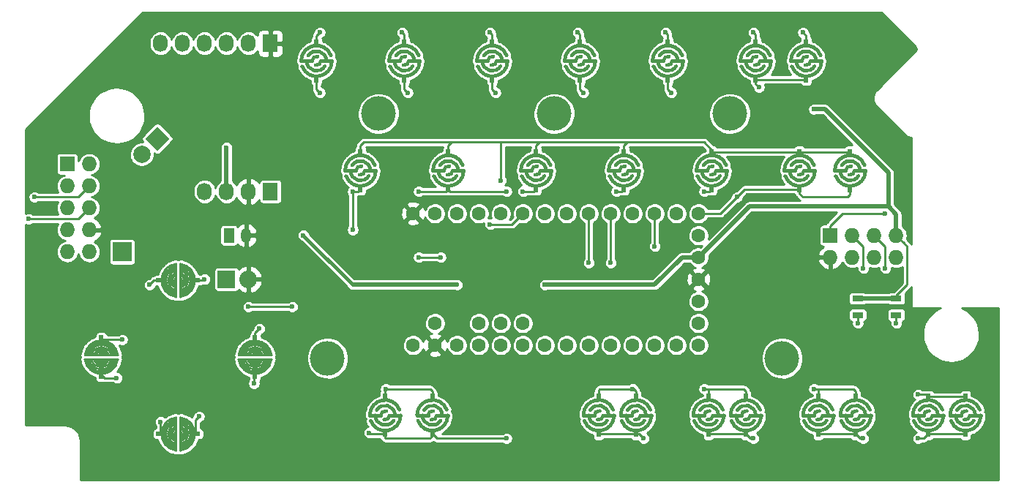
<source format=gtl>
G04 #@! TF.FileFunction,Copper,L1,Top,Signal*
%FSLAX46Y46*%
G04 Gerber Fmt 4.6, Leading zero omitted, Abs format (unit mm)*
G04 Created by KiCad (PCBNEW 4.0.1-stable) date 3/24/2016 2:28:27 AM*
%MOMM*%
G01*
G04 APERTURE LIST*
%ADD10C,0.100000*%
%ADD11C,0.381000*%
%ADD12C,0.254000*%
%ADD13R,1.727200X1.727200*%
%ADD14O,1.727200X1.727200*%
%ADD15C,1.600000*%
%ADD16R,1.727200X2.032000*%
%ADD17O,1.727200X2.032000*%
%ADD18R,1.300000X0.700000*%
%ADD19C,2.000000*%
%ADD20R,2.032000X2.032000*%
%ADD21O,2.032000X2.032000*%
%ADD22R,0.508000X0.762000*%
%ADD23R,1.016000X0.508000*%
%ADD24R,0.508000X1.016000*%
%ADD25C,4.000000*%
%ADD26R,1.198880X1.699260*%
%ADD27O,1.198880X1.699260*%
%ADD28R,2.235200X2.235200*%
%ADD29C,0.600000*%
%ADD30C,0.508000*%
G04 APERTURE END LIST*
D10*
D11*
X129671104Y-70469910D02*
G75*
G03X130302000Y-69977000I122896J492910D01*
G01*
X130762260Y-70584389D02*
G75*
G02X128651000Y-69977000I-968260J607389D01*
G01*
X128016000Y-69977000D02*
X129286000Y-69977000D01*
X131572000Y-69977000D02*
X130302000Y-69977000D01*
X128134511Y-70615264D02*
G75*
G03X131572000Y-69977000I1659489J638264D01*
G01*
X131453489Y-69338736D02*
G75*
G03X128016000Y-69977000I-1659489J-638264D01*
G01*
X128825740Y-69369611D02*
G75*
G02X130937000Y-69977000I968260J-607389D01*
G01*
X129921000Y-69469000D02*
G75*
G03X129290104Y-69961910I-122896J-492910D01*
G01*
X137854396Y-110505090D02*
G75*
G03X137223500Y-110998000I-122896J-492910D01*
G01*
X136763240Y-110390611D02*
G75*
G02X138874500Y-110998000I968260J-607389D01*
G01*
X139509500Y-110998000D02*
X138239500Y-110998000D01*
X135953500Y-110998000D02*
X137223500Y-110998000D01*
X139390989Y-110359736D02*
G75*
G03X135953500Y-110998000I-1659489J-638264D01*
G01*
X136072011Y-111636264D02*
G75*
G03X139509500Y-110998000I1659489J638264D01*
G01*
X138699760Y-111605389D02*
G75*
G02X136588500Y-110998000I-968260J607389D01*
G01*
X137604500Y-111506000D02*
G75*
G03X138235396Y-111013090I122896J492910D01*
G01*
X143315396Y-110505090D02*
G75*
G03X142684500Y-110998000I-122896J-492910D01*
G01*
X142224240Y-110390611D02*
G75*
G02X144335500Y-110998000I968260J-607389D01*
G01*
X144970500Y-110998000D02*
X143700500Y-110998000D01*
X141414500Y-110998000D02*
X142684500Y-110998000D01*
X144851989Y-110359736D02*
G75*
G03X141414500Y-110998000I-1659489J-638264D01*
G01*
X141533011Y-111636264D02*
G75*
G03X144970500Y-110998000I1659489J638264D01*
G01*
X144160760Y-111605389D02*
G75*
G02X142049500Y-110998000I-968260J607389D01*
G01*
X143065500Y-111506000D02*
G75*
G03X143696396Y-111013090I122896J492910D01*
G01*
X165231104Y-83169910D02*
G75*
G03X165862000Y-82677000I122896J492910D01*
G01*
X166322260Y-83284389D02*
G75*
G02X164211000Y-82677000I-968260J607389D01*
G01*
X163576000Y-82677000D02*
X164846000Y-82677000D01*
X167132000Y-82677000D02*
X165862000Y-82677000D01*
X163694511Y-83315264D02*
G75*
G03X167132000Y-82677000I1659489J638264D01*
G01*
X167013489Y-82038736D02*
G75*
G03X163576000Y-82677000I-1659489J-638264D01*
G01*
X164385740Y-82069611D02*
G75*
G02X166497000Y-82677000I968260J-607389D01*
G01*
X165481000Y-82169000D02*
G75*
G03X164850104Y-82661910I-122896J-492910D01*
G01*
X139831104Y-70469910D02*
G75*
G03X140462000Y-69977000I122896J492910D01*
G01*
X140922260Y-70584389D02*
G75*
G02X138811000Y-69977000I-968260J607389D01*
G01*
X138176000Y-69977000D02*
X139446000Y-69977000D01*
X141732000Y-69977000D02*
X140462000Y-69977000D01*
X138294511Y-70615264D02*
G75*
G03X141732000Y-69977000I1659489J638264D01*
G01*
X141613489Y-69338736D02*
G75*
G03X138176000Y-69977000I-1659489J-638264D01*
G01*
X138985740Y-69369611D02*
G75*
G02X141097000Y-69977000I968260J-607389D01*
G01*
X140081000Y-69469000D02*
G75*
G03X139450104Y-69961910I-122896J-492910D01*
G01*
X175391104Y-83169910D02*
G75*
G03X176022000Y-82677000I122896J492910D01*
G01*
X176482260Y-83284389D02*
G75*
G02X174371000Y-82677000I-968260J607389D01*
G01*
X173736000Y-82677000D02*
X175006000Y-82677000D01*
X177292000Y-82677000D02*
X176022000Y-82677000D01*
X173854511Y-83315264D02*
G75*
G03X177292000Y-82677000I1659489J638264D01*
G01*
X177173489Y-82038736D02*
G75*
G03X173736000Y-82677000I-1659489J-638264D01*
G01*
X174545740Y-82069611D02*
G75*
G02X176657000Y-82677000I968260J-607389D01*
G01*
X175641000Y-82169000D02*
G75*
G03X175010104Y-82661910I-122896J-492910D01*
G01*
X149991104Y-70469910D02*
G75*
G03X150622000Y-69977000I122896J492910D01*
G01*
X151082260Y-70584389D02*
G75*
G02X148971000Y-69977000I-968260J607389D01*
G01*
X148336000Y-69977000D02*
X149606000Y-69977000D01*
X151892000Y-69977000D02*
X150622000Y-69977000D01*
X148454511Y-70615264D02*
G75*
G03X151892000Y-69977000I1659489J638264D01*
G01*
X151773489Y-69338736D02*
G75*
G03X148336000Y-69977000I-1659489J-638264D01*
G01*
X149145740Y-69369611D02*
G75*
G02X151257000Y-69977000I968260J-607389D01*
G01*
X150241000Y-69469000D02*
G75*
G03X149610104Y-69961910I-122896J-492910D01*
G01*
X185551104Y-83169910D02*
G75*
G03X186182000Y-82677000I122896J492910D01*
G01*
X186642260Y-83284389D02*
G75*
G02X184531000Y-82677000I-968260J607389D01*
G01*
X183896000Y-82677000D02*
X185166000Y-82677000D01*
X187452000Y-82677000D02*
X186182000Y-82677000D01*
X184014511Y-83315264D02*
G75*
G03X187452000Y-82677000I1659489J638264D01*
G01*
X187333489Y-82038736D02*
G75*
G03X183896000Y-82677000I-1659489J-638264D01*
G01*
X184705740Y-82069611D02*
G75*
G02X186817000Y-82677000I968260J-607389D01*
G01*
X185801000Y-82169000D02*
G75*
G03X185170104Y-82661910I-122896J-492910D01*
G01*
X191393104Y-83169910D02*
G75*
G03X192024000Y-82677000I122896J492910D01*
G01*
X192484260Y-83284389D02*
G75*
G02X190373000Y-82677000I-968260J607389D01*
G01*
X189738000Y-82677000D02*
X191008000Y-82677000D01*
X193294000Y-82677000D02*
X192024000Y-82677000D01*
X189856511Y-83315264D02*
G75*
G03X193294000Y-82677000I1659489J638264D01*
G01*
X193175489Y-82038736D02*
G75*
G03X189738000Y-82677000I-1659489J-638264D01*
G01*
X190547740Y-82069611D02*
G75*
G02X192659000Y-82677000I968260J-607389D01*
G01*
X191643000Y-82169000D02*
G75*
G03X191012104Y-82661910I-122896J-492910D01*
G01*
X160151104Y-70469910D02*
G75*
G03X160782000Y-69977000I122896J492910D01*
G01*
X161242260Y-70584389D02*
G75*
G02X159131000Y-69977000I-968260J607389D01*
G01*
X158496000Y-69977000D02*
X159766000Y-69977000D01*
X162052000Y-69977000D02*
X160782000Y-69977000D01*
X158614511Y-70615264D02*
G75*
G03X162052000Y-69977000I1659489J638264D01*
G01*
X161933489Y-69338736D02*
G75*
G03X158496000Y-69977000I-1659489J-638264D01*
G01*
X159305740Y-69369611D02*
G75*
G02X161417000Y-69977000I968260J-607389D01*
G01*
X160401000Y-69469000D02*
G75*
G03X159770104Y-69961910I-122896J-492910D01*
G01*
X180471104Y-70469910D02*
G75*
G03X181102000Y-69977000I122896J492910D01*
G01*
X181562260Y-70584389D02*
G75*
G02X179451000Y-69977000I-968260J607389D01*
G01*
X178816000Y-69977000D02*
X180086000Y-69977000D01*
X182372000Y-69977000D02*
X181102000Y-69977000D01*
X178934511Y-70615264D02*
G75*
G03X182372000Y-69977000I1659489J638264D01*
G01*
X182253489Y-69338736D02*
G75*
G03X178816000Y-69977000I-1659489J-638264D01*
G01*
X179625740Y-69369611D02*
G75*
G02X181737000Y-69977000I968260J-607389D01*
G01*
X180721000Y-69469000D02*
G75*
G03X180090104Y-69961910I-122896J-492910D01*
G01*
X186313104Y-70469910D02*
G75*
G03X186944000Y-69977000I122896J492910D01*
G01*
X187404260Y-70584389D02*
G75*
G02X185293000Y-69977000I-968260J607389D01*
G01*
X184658000Y-69977000D02*
X185928000Y-69977000D01*
X188214000Y-69977000D02*
X186944000Y-69977000D01*
X184776511Y-70615264D02*
G75*
G03X188214000Y-69977000I1659489J638264D01*
G01*
X188095489Y-69338736D02*
G75*
G03X184658000Y-69977000I-1659489J-638264D01*
G01*
X185467740Y-69369611D02*
G75*
G02X187579000Y-69977000I968260J-607389D01*
G01*
X186563000Y-69469000D02*
G75*
G03X185932104Y-69961910I-122896J-492910D01*
G01*
X175255896Y-110505090D02*
G75*
G03X174625000Y-110998000I-122896J-492910D01*
G01*
X174164740Y-110390611D02*
G75*
G02X176276000Y-110998000I968260J-607389D01*
G01*
X176911000Y-110998000D02*
X175641000Y-110998000D01*
X173355000Y-110998000D02*
X174625000Y-110998000D01*
X176792489Y-110359736D02*
G75*
G03X173355000Y-110998000I-1659489J-638264D01*
G01*
X173473511Y-111636264D02*
G75*
G03X176911000Y-110998000I1659489J638264D01*
G01*
X176101260Y-111605389D02*
G75*
G02X173990000Y-110998000I-968260J607389D01*
G01*
X175006000Y-111506000D02*
G75*
G03X175636896Y-111013090I122896J492910D01*
G01*
X179573896Y-110505090D02*
G75*
G03X178943000Y-110998000I-122896J-492910D01*
G01*
X178482740Y-110390611D02*
G75*
G02X180594000Y-110998000I968260J-607389D01*
G01*
X181229000Y-110998000D02*
X179959000Y-110998000D01*
X177673000Y-110998000D02*
X178943000Y-110998000D01*
X181110489Y-110359736D02*
G75*
G03X177673000Y-110998000I-1659489J-638264D01*
G01*
X177791511Y-111636264D02*
G75*
G03X181229000Y-110998000I1659489J638264D01*
G01*
X180419260Y-111605389D02*
G75*
G02X178308000Y-110998000I-968260J607389D01*
G01*
X179324000Y-111506000D02*
G75*
G03X179954896Y-111013090I122896J492910D01*
G01*
X170311104Y-70469910D02*
G75*
G03X170942000Y-69977000I122896J492910D01*
G01*
X171402260Y-70584389D02*
G75*
G02X169291000Y-69977000I-968260J607389D01*
G01*
X168656000Y-69977000D02*
X169926000Y-69977000D01*
X172212000Y-69977000D02*
X170942000Y-69977000D01*
X168774511Y-70615264D02*
G75*
G03X172212000Y-69977000I1659489J638264D01*
G01*
X172093489Y-69338736D02*
G75*
G03X168656000Y-69977000I-1659489J-638264D01*
G01*
X169465740Y-69369611D02*
G75*
G02X171577000Y-69977000I968260J-607389D01*
G01*
X170561000Y-69469000D02*
G75*
G03X169930104Y-69961910I-122896J-492910D01*
G01*
X162555896Y-110505090D02*
G75*
G03X161925000Y-110998000I-122896J-492910D01*
G01*
X161464740Y-110390611D02*
G75*
G02X163576000Y-110998000I968260J-607389D01*
G01*
X164211000Y-110998000D02*
X162941000Y-110998000D01*
X160655000Y-110998000D02*
X161925000Y-110998000D01*
X164092489Y-110359736D02*
G75*
G03X160655000Y-110998000I-1659489J-638264D01*
G01*
X160773511Y-111636264D02*
G75*
G03X164211000Y-110998000I1659489J638264D01*
G01*
X163401260Y-111605389D02*
G75*
G02X161290000Y-110998000I-968260J607389D01*
G01*
X162306000Y-111506000D02*
G75*
G03X162936896Y-111013090I122896J492910D01*
G01*
X166873896Y-110505090D02*
G75*
G03X166243000Y-110998000I-122896J-492910D01*
G01*
X165782740Y-110390611D02*
G75*
G02X167894000Y-110998000I968260J-607389D01*
G01*
X168529000Y-110998000D02*
X167259000Y-110998000D01*
X164973000Y-110998000D02*
X166243000Y-110998000D01*
X168410489Y-110359736D02*
G75*
G03X164973000Y-110998000I-1659489J-638264D01*
G01*
X165091511Y-111636264D02*
G75*
G03X168529000Y-110998000I1659489J638264D01*
G01*
X167719260Y-111605389D02*
G75*
G02X165608000Y-110998000I-968260J607389D01*
G01*
X166624000Y-111506000D02*
G75*
G03X167254896Y-111013090I122896J492910D01*
G01*
X134751104Y-83169910D02*
G75*
G03X135382000Y-82677000I122896J492910D01*
G01*
X135842260Y-83284389D02*
G75*
G02X133731000Y-82677000I-968260J607389D01*
G01*
X133096000Y-82677000D02*
X134366000Y-82677000D01*
X136652000Y-82677000D02*
X135382000Y-82677000D01*
X133214511Y-83315264D02*
G75*
G03X136652000Y-82677000I1659489J638264D01*
G01*
X136533489Y-82038736D02*
G75*
G03X133096000Y-82677000I-1659489J-638264D01*
G01*
X133905740Y-82069611D02*
G75*
G02X136017000Y-82677000I968260J-607389D01*
G01*
X135001000Y-82169000D02*
G75*
G03X134370104Y-82661910I-122896J-492910D01*
G01*
X187955896Y-110505090D02*
G75*
G03X187325000Y-110998000I-122896J-492910D01*
G01*
X186864740Y-110390611D02*
G75*
G02X188976000Y-110998000I968260J-607389D01*
G01*
X189611000Y-110998000D02*
X188341000Y-110998000D01*
X186055000Y-110998000D02*
X187325000Y-110998000D01*
X189492489Y-110359736D02*
G75*
G03X186055000Y-110998000I-1659489J-638264D01*
G01*
X186173511Y-111636264D02*
G75*
G03X189611000Y-110998000I1659489J638264D01*
G01*
X188801260Y-111605389D02*
G75*
G02X186690000Y-110998000I-968260J607389D01*
G01*
X187706000Y-111506000D02*
G75*
G03X188336896Y-111013090I122896J492910D01*
G01*
X192273896Y-110505090D02*
G75*
G03X191643000Y-110998000I-122896J-492910D01*
G01*
X191182740Y-110390611D02*
G75*
G02X193294000Y-110998000I968260J-607389D01*
G01*
X193929000Y-110998000D02*
X192659000Y-110998000D01*
X190373000Y-110998000D02*
X191643000Y-110998000D01*
X193810489Y-110359736D02*
G75*
G03X190373000Y-110998000I-1659489J-638264D01*
G01*
X190491511Y-111636264D02*
G75*
G03X193929000Y-110998000I1659489J638264D01*
G01*
X193119260Y-111605389D02*
G75*
G02X191008000Y-110998000I-968260J607389D01*
G01*
X192024000Y-111506000D02*
G75*
G03X192654896Y-111013090I122896J492910D01*
G01*
X144911104Y-83169910D02*
G75*
G03X145542000Y-82677000I122896J492910D01*
G01*
X146002260Y-83284389D02*
G75*
G02X143891000Y-82677000I-968260J607389D01*
G01*
X143256000Y-82677000D02*
X144526000Y-82677000D01*
X146812000Y-82677000D02*
X145542000Y-82677000D01*
X143374511Y-83315264D02*
G75*
G03X146812000Y-82677000I1659489J638264D01*
G01*
X146693489Y-82038736D02*
G75*
G03X143256000Y-82677000I-1659489J-638264D01*
G01*
X144065740Y-82069611D02*
G75*
G02X146177000Y-82677000I968260J-607389D01*
G01*
X145161000Y-82169000D02*
G75*
G03X144530104Y-82661910I-122896J-492910D01*
G01*
X200655896Y-110505090D02*
G75*
G03X200025000Y-110998000I-122896J-492910D01*
G01*
X199564740Y-110390611D02*
G75*
G02X201676000Y-110998000I968260J-607389D01*
G01*
X202311000Y-110998000D02*
X201041000Y-110998000D01*
X198755000Y-110998000D02*
X200025000Y-110998000D01*
X202192489Y-110359736D02*
G75*
G03X198755000Y-110998000I-1659489J-638264D01*
G01*
X198873511Y-111636264D02*
G75*
G03X202311000Y-110998000I1659489J638264D01*
G01*
X201501260Y-111605389D02*
G75*
G02X199390000Y-110998000I-968260J607389D01*
G01*
X200406000Y-111506000D02*
G75*
G03X201036896Y-111013090I122896J492910D01*
G01*
X204973896Y-110505090D02*
G75*
G03X204343000Y-110998000I-122896J-492910D01*
G01*
X203882740Y-110390611D02*
G75*
G02X205994000Y-110998000I968260J-607389D01*
G01*
X206629000Y-110998000D02*
X205359000Y-110998000D01*
X203073000Y-110998000D02*
X204343000Y-110998000D01*
X206510489Y-110359736D02*
G75*
G03X203073000Y-110998000I-1659489J-638264D01*
G01*
X203191511Y-111636264D02*
G75*
G03X206629000Y-110998000I1659489J638264D01*
G01*
X205819260Y-111605389D02*
G75*
G02X203708000Y-110998000I-968260J607389D01*
G01*
X204724000Y-111506000D02*
G75*
G03X205354896Y-111013090I122896J492910D01*
G01*
X155071104Y-83169910D02*
G75*
G03X155702000Y-82677000I122896J492910D01*
G01*
X156162260Y-83284389D02*
G75*
G02X154051000Y-82677000I-968260J607389D01*
G01*
X153416000Y-82677000D02*
X154686000Y-82677000D01*
X156972000Y-82677000D02*
X155702000Y-82677000D01*
X153534511Y-83315264D02*
G75*
G03X156972000Y-82677000I1659489J638264D01*
G01*
X156853489Y-82038736D02*
G75*
G03X153416000Y-82677000I-1659489J-638264D01*
G01*
X154225740Y-82069611D02*
G75*
G02X156337000Y-82677000I968260J-607389D01*
G01*
X155321000Y-82169000D02*
G75*
G03X154690104Y-82661910I-122896J-492910D01*
G01*
D12*
X113538000Y-97282000D02*
X113538000Y-93472000D01*
X113537933Y-95250133D02*
G75*
G03X113538000Y-95504000I254067J-126867D01*
G01*
X113537868Y-94996088D02*
G75*
G03X113538000Y-95758000I254132J-380912D01*
G01*
X113536923Y-94742432D02*
G75*
G03X113538000Y-96012000I255077J-634568D01*
G01*
X113537857Y-94488041D02*
G75*
G03X113538000Y-96266000I254143J-888959D01*
G01*
X113537155Y-94234188D02*
G75*
G03X113538000Y-96520000I254845J-1142812D01*
G01*
X113535798Y-93980402D02*
G75*
G03X113538000Y-96774000I256202J-1396598D01*
G01*
X113537779Y-93726034D02*
G75*
G03X113538000Y-97028000I254221J-1650966D01*
G01*
X113537644Y-93472047D02*
G75*
G03X113538000Y-97282000I254356J-1904953D01*
G01*
X114046143Y-96265959D02*
G75*
G03X114046000Y-94488000I-254143J888959D01*
G01*
X114047077Y-96011568D02*
G75*
G03X114046000Y-94742000I-255077J634568D01*
G01*
X114046132Y-95757912D02*
G75*
G03X114046000Y-94996000I-254132J380912D01*
G01*
X114046067Y-95503867D02*
G75*
G03X114046000Y-95250000I-254067J126867D01*
G01*
X114046221Y-97027966D02*
G75*
G03X114046000Y-93726000I-254221J1650966D01*
G01*
X114046356Y-97281953D02*
G75*
G03X114046000Y-93472000I-254356J1904953D01*
G01*
X114048202Y-96773598D02*
G75*
G03X114046000Y-93980000I-256202J1396598D01*
G01*
X114046845Y-96519812D02*
G75*
G03X114046000Y-94234000I-254845J1142812D01*
G01*
X114046000Y-93472000D02*
X114046000Y-97282000D01*
X113538000Y-115062000D02*
X113538000Y-111252000D01*
X113537933Y-113030133D02*
G75*
G03X113538000Y-113284000I254067J-126867D01*
G01*
X113537868Y-112776088D02*
G75*
G03X113538000Y-113538000I254132J-380912D01*
G01*
X113536923Y-112522432D02*
G75*
G03X113538000Y-113792000I255077J-634568D01*
G01*
X113537857Y-112268041D02*
G75*
G03X113538000Y-114046000I254143J-888959D01*
G01*
X113537155Y-112014188D02*
G75*
G03X113538000Y-114300000I254845J-1142812D01*
G01*
X113535798Y-111760402D02*
G75*
G03X113538000Y-114554000I256202J-1396598D01*
G01*
X113537779Y-111506034D02*
G75*
G03X113538000Y-114808000I254221J-1650966D01*
G01*
X113537644Y-111252047D02*
G75*
G03X113538000Y-115062000I254356J-1904953D01*
G01*
X114046143Y-114045959D02*
G75*
G03X114046000Y-112268000I-254143J888959D01*
G01*
X114047077Y-113791568D02*
G75*
G03X114046000Y-112522000I-255077J634568D01*
G01*
X114046132Y-113537912D02*
G75*
G03X114046000Y-112776000I-254132J380912D01*
G01*
X114046067Y-113283867D02*
G75*
G03X114046000Y-113030000I-254067J126867D01*
G01*
X114046221Y-114807966D02*
G75*
G03X114046000Y-111506000I-254221J1650966D01*
G01*
X114046356Y-115061953D02*
G75*
G03X114046000Y-111252000I-254356J1904953D01*
G01*
X114048202Y-114553598D02*
G75*
G03X114046000Y-111760000I-256202J1396598D01*
G01*
X114046845Y-114299812D02*
G75*
G03X114046000Y-112014000I-254845J1142812D01*
G01*
X114046000Y-111252000D02*
X114046000Y-115062000D01*
X106807000Y-104521000D02*
X102997000Y-104521000D01*
X104775133Y-104521067D02*
G75*
G03X105029000Y-104521000I126867J254067D01*
G01*
X104521088Y-104521132D02*
G75*
G03X105283000Y-104521000I380912J254132D01*
G01*
X104267432Y-104522077D02*
G75*
G03X105537000Y-104521000I634568J255077D01*
G01*
X104013041Y-104521143D02*
G75*
G03X105791000Y-104521000I888959J254143D01*
G01*
X103759188Y-104521845D02*
G75*
G03X106045000Y-104521000I1142812J254845D01*
G01*
X103505402Y-104523202D02*
G75*
G03X106299000Y-104521000I1396598J256202D01*
G01*
X103251034Y-104521221D02*
G75*
G03X106553000Y-104521000I1650966J254221D01*
G01*
X102997047Y-104521356D02*
G75*
G03X106807000Y-104521000I1904953J254356D01*
G01*
X105790959Y-104012857D02*
G75*
G03X104013000Y-104013000I-888959J-254143D01*
G01*
X105536568Y-104011923D02*
G75*
G03X104267000Y-104013000I-634568J-255077D01*
G01*
X105282912Y-104012868D02*
G75*
G03X104521000Y-104013000I-380912J-254132D01*
G01*
X105028867Y-104012933D02*
G75*
G03X104775000Y-104013000I-126867J-254067D01*
G01*
X106552966Y-104012779D02*
G75*
G03X103251000Y-104013000I-1650966J-254221D01*
G01*
X106806953Y-104012644D02*
G75*
G03X102997000Y-104013000I-1904953J-254356D01*
G01*
X106298598Y-104010798D02*
G75*
G03X103505000Y-104013000I-1396598J-256202D01*
G01*
X106044812Y-104012155D02*
G75*
G03X103759000Y-104013000I-1142812J-254845D01*
G01*
X102997000Y-104013000D02*
X106807000Y-104013000D01*
X124587000Y-104521000D02*
X120777000Y-104521000D01*
X122555133Y-104521067D02*
G75*
G03X122809000Y-104521000I126867J254067D01*
G01*
X122301088Y-104521132D02*
G75*
G03X123063000Y-104521000I380912J254132D01*
G01*
X122047432Y-104522077D02*
G75*
G03X123317000Y-104521000I634568J255077D01*
G01*
X121793041Y-104521143D02*
G75*
G03X123571000Y-104521000I888959J254143D01*
G01*
X121539188Y-104521845D02*
G75*
G03X123825000Y-104521000I1142812J254845D01*
G01*
X121285402Y-104523202D02*
G75*
G03X124079000Y-104521000I1396598J256202D01*
G01*
X121031034Y-104521221D02*
G75*
G03X124333000Y-104521000I1650966J254221D01*
G01*
X120777047Y-104521356D02*
G75*
G03X124587000Y-104521000I1904953J254356D01*
G01*
X123570959Y-104012857D02*
G75*
G03X121793000Y-104013000I-888959J-254143D01*
G01*
X123316568Y-104011923D02*
G75*
G03X122047000Y-104013000I-634568J-255077D01*
G01*
X123062912Y-104012868D02*
G75*
G03X122301000Y-104013000I-380912J-254132D01*
G01*
X122808867Y-104012933D02*
G75*
G03X122555000Y-104013000I-126867J-254067D01*
G01*
X124332966Y-104012779D02*
G75*
G03X121031000Y-104013000I-1650966J-254221D01*
G01*
X124586953Y-104012644D02*
G75*
G03X120777000Y-104013000I-1904953J-254356D01*
G01*
X124078598Y-104010798D02*
G75*
G03X121285000Y-104013000I-1396598J-256202D01*
G01*
X123824812Y-104012155D02*
G75*
G03X121539000Y-104013000I-1142812J-254845D01*
G01*
X120777000Y-104013000D02*
X124587000Y-104013000D01*
D13*
X189230000Y-90170000D03*
D14*
X189230000Y-92710000D03*
X191770000Y-90170000D03*
X191770000Y-92710000D03*
X194310000Y-90170000D03*
X194310000Y-92710000D03*
X196850000Y-90170000D03*
X196850000Y-92710000D03*
D15*
X173990000Y-95250000D03*
X173990000Y-97790000D03*
X173990000Y-100330000D03*
X173990000Y-102870000D03*
X173990000Y-92710000D03*
X173990000Y-90170000D03*
X173990000Y-87630000D03*
X171450000Y-102870000D03*
X168910000Y-102870000D03*
X166370000Y-102870000D03*
X163830000Y-102870000D03*
X161290000Y-102870000D03*
X158750000Y-102870000D03*
X156210000Y-102870000D03*
X153670000Y-102870000D03*
X151130000Y-102870000D03*
X148590000Y-102870000D03*
X146050000Y-102870000D03*
X143510000Y-102870000D03*
X140970000Y-102870000D03*
X143510000Y-100330000D03*
X148590000Y-100330000D03*
X151130000Y-100330000D03*
X153670000Y-100330000D03*
X171450000Y-87630000D03*
X168910000Y-87630000D03*
X166370000Y-87630000D03*
X163830000Y-87630000D03*
X161290000Y-87630000D03*
X158750000Y-87630000D03*
X156210000Y-87630000D03*
X153670000Y-87630000D03*
X151130000Y-87630000D03*
X148590000Y-87630000D03*
X146050000Y-87630000D03*
X143510000Y-87630000D03*
X140970000Y-87630000D03*
D16*
X124460000Y-85090000D03*
D17*
X121920000Y-85090000D03*
X119380000Y-85090000D03*
X116840000Y-85090000D03*
D18*
X192405000Y-97475000D03*
X192405000Y-99375000D03*
D10*
G36*
X109964786Y-78994000D02*
X111379000Y-77579786D01*
X112793214Y-78994000D01*
X111379000Y-80408214D01*
X109964786Y-78994000D01*
X109964786Y-78994000D01*
G37*
D19*
X109582949Y-80790051D03*
D20*
X119380000Y-95250000D03*
D21*
X121920000Y-95250000D03*
D18*
X196850000Y-97475000D03*
X196850000Y-99375000D03*
D22*
X129794000Y-67818000D03*
X129794000Y-72136000D03*
X137731500Y-113157000D03*
X137731500Y-108839000D03*
X143192500Y-113157000D03*
X143192500Y-108839000D03*
X165354000Y-80518000D03*
X165354000Y-84836000D03*
X139954000Y-67818000D03*
X139954000Y-72136000D03*
X175514000Y-80518000D03*
X175514000Y-84836000D03*
X150114000Y-67818000D03*
X150114000Y-72136000D03*
X185674000Y-80518000D03*
X185674000Y-84836000D03*
X191516000Y-80518000D03*
X191516000Y-84836000D03*
X160274000Y-67818000D03*
X160274000Y-72136000D03*
X180594000Y-67818000D03*
X180594000Y-72136000D03*
X186436000Y-67818000D03*
X186436000Y-72136000D03*
X175133000Y-113157000D03*
X175133000Y-108839000D03*
X179451000Y-113157000D03*
X179451000Y-108839000D03*
X170434000Y-67818000D03*
X170434000Y-72136000D03*
X162433000Y-113157000D03*
X162433000Y-108839000D03*
X166751000Y-113157000D03*
X166751000Y-108839000D03*
X134874000Y-80518000D03*
X134874000Y-84836000D03*
X187833000Y-113157000D03*
X187833000Y-108839000D03*
X192151000Y-113157000D03*
X192151000Y-108839000D03*
X145034000Y-80518000D03*
X145034000Y-84836000D03*
X200533000Y-113157000D03*
X200533000Y-108839000D03*
X204851000Y-113157000D03*
X204851000Y-108839000D03*
X155194000Y-80518000D03*
X155194000Y-84836000D03*
D23*
X111760000Y-95377000D03*
X115824000Y-95377000D03*
X111760000Y-113157000D03*
X115824000Y-113157000D03*
D24*
X104902000Y-106299000D03*
X104902000Y-102235000D03*
X122682000Y-106299000D03*
X122682000Y-102235000D03*
D25*
X136956800Y-76073000D03*
X157276800Y-76073000D03*
X177596800Y-76073000D03*
X131064000Y-104394000D03*
X183642000Y-104394000D03*
D16*
X124460000Y-67945000D03*
D17*
X121920000Y-67945000D03*
X119380000Y-67945000D03*
X116840000Y-67945000D03*
X114300000Y-67945000D03*
X111760000Y-67945000D03*
D26*
X119649240Y-90170000D03*
D27*
X121650760Y-90170000D03*
D13*
X100965000Y-81915000D03*
D14*
X103505000Y-81915000D03*
X100965000Y-84455000D03*
X103505000Y-84455000D03*
X100965000Y-86995000D03*
X103505000Y-86995000D03*
X100965000Y-89535000D03*
X103505000Y-89535000D03*
X100965000Y-92075000D03*
X103505000Y-92075000D03*
D28*
X107315000Y-92075000D03*
D29*
X181610000Y-82550000D03*
X111760000Y-72390000D03*
X187325000Y-75565000D03*
X146050000Y-95885000D03*
X128270000Y-90170000D03*
X156210000Y-95885000D03*
X195580000Y-87630000D03*
X119380000Y-80010000D03*
X97155000Y-85725000D03*
X96520000Y-88265000D03*
X139700000Y-66675000D03*
X149860000Y-66675000D03*
X160020000Y-66675000D03*
X170180000Y-66675000D03*
X180340000Y-66675000D03*
X186055000Y-66675000D03*
X130175000Y-66675000D03*
X133985000Y-85090000D03*
X133985000Y-89535000D03*
X116840000Y-95250000D03*
X130175000Y-73660000D03*
X151130000Y-83820000D03*
X111760042Y-111760000D03*
X151765000Y-113665016D03*
X106680000Y-106680000D03*
X135890000Y-113030020D03*
X122555000Y-107315000D03*
X110490000Y-95885000D03*
X151765000Y-85090000D03*
X107315000Y-102235000D03*
X141605002Y-85090000D03*
X140335000Y-73660000D03*
X161290000Y-93345000D03*
X166370000Y-107950000D03*
X116205000Y-111125000D03*
X153670036Y-85090000D03*
X150495000Y-73660000D03*
X163830000Y-93345020D03*
X174625000Y-107950000D03*
X123190000Y-100965000D03*
X164465000Y-85090000D03*
X160655000Y-73660000D03*
X187325000Y-107950000D03*
X137795000Y-107950000D03*
X174625000Y-85090000D03*
X170815000Y-73660000D03*
X199390000Y-108585000D03*
X178435000Y-85725000D03*
X180975000Y-73025000D03*
X196850000Y-100330000D03*
X195580000Y-93980000D03*
X192405000Y-100330000D03*
X193040000Y-93980000D03*
X199390000Y-113665000D03*
X193040000Y-113665000D03*
X180340000Y-113665000D03*
X167640000Y-113665000D03*
X149860000Y-88900000D03*
X121920000Y-98425000D03*
X127000000Y-98425000D03*
X141605000Y-92710000D03*
X144145000Y-92710000D03*
X168910000Y-91440000D03*
D12*
X196850000Y-97475000D02*
X196850000Y-97155000D01*
X196850000Y-97155000D02*
X198120000Y-95885000D01*
X198120000Y-95885000D02*
X198120000Y-91440000D01*
X198120000Y-91440000D02*
X197713599Y-91033599D01*
X197713599Y-91033599D02*
X196850000Y-90170000D01*
D30*
X192405000Y-97475000D02*
X196850000Y-97475000D01*
X156210000Y-95885000D02*
X168910000Y-95885000D01*
X168910000Y-95885000D02*
X172085000Y-92710000D01*
X172085000Y-92710000D02*
X173990000Y-92710000D01*
X188595000Y-75565000D02*
X195967841Y-82937841D01*
X195967841Y-86821999D02*
X195967841Y-82937841D01*
X173990000Y-92710000D02*
X179878001Y-86821999D01*
X179878001Y-86821999D02*
X195967841Y-86821999D01*
X195967841Y-86821999D02*
X196850000Y-87704158D01*
X196850000Y-87704158D02*
X196850000Y-90170000D01*
X187325000Y-75565000D02*
X188595000Y-75565000D01*
X133985000Y-95885000D02*
X146050000Y-95885000D01*
D11*
X128270000Y-90170000D02*
X133985000Y-95885000D01*
D12*
X190652400Y-87630000D02*
X195580000Y-87630000D01*
X189230000Y-89052400D02*
X190652400Y-87630000D01*
X189230000Y-90170000D02*
X189230000Y-89052400D01*
D30*
X119380000Y-85090000D02*
X119380000Y-80010000D01*
D12*
X97579264Y-85725000D02*
X97155000Y-85725000D01*
X103505000Y-84455000D02*
X102235000Y-85725000D01*
X102235000Y-85725000D02*
X97579264Y-85725000D01*
X96944264Y-88265000D02*
X96520000Y-88265000D01*
X102235000Y-88265000D02*
X96944264Y-88265000D01*
X103505000Y-86995000D02*
X102235000Y-88265000D01*
X139954000Y-67818000D02*
X139954000Y-66929000D01*
X139954000Y-66929000D02*
X139700000Y-66675000D01*
X150114000Y-67818000D02*
X150114000Y-66929000D01*
X150114000Y-66929000D02*
X149860000Y-66675000D01*
X160274000Y-67818000D02*
X160274000Y-66929000D01*
X160274000Y-66929000D02*
X160020000Y-66675000D01*
X170434000Y-67818000D02*
X170434000Y-66929000D01*
X170434000Y-66929000D02*
X170180000Y-66675000D01*
X180594000Y-67818000D02*
X180594000Y-66929000D01*
X180594000Y-66929000D02*
X180340000Y-66675000D01*
X186436000Y-67818000D02*
X186436000Y-67056000D01*
X186436000Y-67056000D02*
X186055000Y-66675000D01*
X129794000Y-67818000D02*
X129794000Y-67056000D01*
X129794000Y-67056000D02*
X130175000Y-66675000D01*
X133985000Y-85090000D02*
X133985000Y-89535000D01*
X115824000Y-95377000D02*
X116713000Y-95377000D01*
X116713000Y-95377000D02*
X116840000Y-95250000D01*
X133985000Y-85090000D02*
X134620000Y-85090000D01*
X134620000Y-85090000D02*
X134874000Y-84836000D01*
X129794000Y-72136000D02*
X129794000Y-73279000D01*
X129794000Y-73279000D02*
X130175000Y-73660000D01*
X155575000Y-79375000D02*
X151130000Y-79375000D01*
X151130000Y-79375000D02*
X145415000Y-79375000D01*
X151130000Y-83820000D02*
X151130000Y-79375000D01*
X135255000Y-79375000D02*
X134874000Y-79756000D01*
X134874000Y-79756000D02*
X134874000Y-80518000D01*
X145415000Y-79375000D02*
X135255000Y-79375000D01*
X145415000Y-79375000D02*
X145034000Y-79756000D01*
X145034000Y-79756000D02*
X145034000Y-80518000D01*
X155575000Y-79375000D02*
X155194000Y-79756000D01*
X155194000Y-79756000D02*
X155194000Y-80518000D01*
X165735000Y-79375000D02*
X155575000Y-79375000D01*
X185674000Y-80518000D02*
X191516000Y-80518000D01*
X175514000Y-80518000D02*
X185674000Y-80518000D01*
X175514000Y-80518000D02*
X175514000Y-80264000D01*
X175514000Y-80264000D02*
X174625000Y-79375000D01*
X165735000Y-79375000D02*
X174625000Y-79375000D01*
X165354000Y-80518000D02*
X165354000Y-79756000D01*
X165354000Y-79756000D02*
X165735000Y-79375000D01*
X111760000Y-111760042D02*
X111760042Y-111760000D01*
X111760000Y-113157000D02*
X111760000Y-111760042D01*
X143192500Y-113157000D02*
X143700500Y-113665000D01*
X143700500Y-113665000D02*
X151764984Y-113665000D01*
X151764984Y-113665000D02*
X151765000Y-113665016D01*
X106680000Y-106680000D02*
X105283000Y-106680000D01*
X105283000Y-106680000D02*
X104902000Y-106299000D01*
X136016980Y-113157000D02*
X135890000Y-113030020D01*
X137731500Y-113157000D02*
X136016980Y-113157000D01*
X142875000Y-113665000D02*
X143192500Y-113347500D01*
X143192500Y-113347500D02*
X143192500Y-113157000D01*
X137795000Y-113665000D02*
X142875000Y-113665000D01*
X137731500Y-113601500D02*
X137795000Y-113665000D01*
X137731500Y-113157000D02*
X137731500Y-113601500D01*
X122555000Y-107315000D02*
X122555000Y-106426000D01*
X122555000Y-106426000D02*
X122682000Y-106299000D01*
X111760000Y-95377000D02*
X110998000Y-95377000D01*
X110998000Y-95377000D02*
X110490000Y-95885000D01*
X145288000Y-85090000D02*
X151765000Y-85090000D01*
X104902000Y-102235000D02*
X107315000Y-102235000D01*
X145034000Y-84836000D02*
X145288000Y-85090000D01*
X141605002Y-85090000D02*
X144780000Y-85090000D01*
X144780000Y-85090000D02*
X145034000Y-84836000D01*
X139954000Y-72136000D02*
X139954000Y-73279000D01*
X139954000Y-73279000D02*
X140335000Y-73660000D01*
X161290000Y-87630000D02*
X161290000Y-93345000D01*
X166370000Y-107950000D02*
X162560000Y-107950000D01*
X166497000Y-107950000D02*
X166370000Y-107950000D01*
X115824000Y-111506000D02*
X116205000Y-111125000D01*
X115824000Y-113157000D02*
X115824000Y-111506000D01*
X153670036Y-85090000D02*
X154940000Y-85090000D01*
X154940000Y-85090000D02*
X155194000Y-84836000D01*
X162560000Y-107950000D02*
X162433000Y-108077000D01*
X162433000Y-108077000D02*
X162433000Y-108839000D01*
X166751000Y-108839000D02*
X166751000Y-108204000D01*
X166751000Y-108204000D02*
X166497000Y-107950000D01*
X150114000Y-72136000D02*
X150114000Y-73279000D01*
X150114000Y-73279000D02*
X150495000Y-73660000D01*
X163830000Y-87630000D02*
X163830000Y-93345020D01*
X174625000Y-107950000D02*
X175260000Y-107950000D01*
X122682000Y-102235000D02*
X122682000Y-101473000D01*
X122682000Y-101473000D02*
X123190000Y-100965000D01*
X175260000Y-107950000D02*
X175133000Y-108077000D01*
X175133000Y-108077000D02*
X175133000Y-108839000D01*
X179197000Y-107950000D02*
X175260000Y-107950000D01*
X179451000Y-108839000D02*
X179451000Y-108204000D01*
X179451000Y-108204000D02*
X179197000Y-107950000D01*
X164465000Y-85090000D02*
X165100000Y-85090000D01*
X165100000Y-85090000D02*
X165354000Y-84836000D01*
X160274000Y-72136000D02*
X160274000Y-73279000D01*
X160274000Y-73279000D02*
X160655000Y-73660000D01*
X187325000Y-107950000D02*
X187960000Y-107950000D01*
X137795000Y-107950000D02*
X137731500Y-108013500D01*
X137731500Y-108013500D02*
X137731500Y-108839000D01*
X142938500Y-107950000D02*
X137795000Y-107950000D01*
X143192500Y-108839000D02*
X143192500Y-108204000D01*
X143192500Y-108204000D02*
X142938500Y-107950000D01*
X187960000Y-107950000D02*
X187833000Y-108077000D01*
X187833000Y-108077000D02*
X187833000Y-108839000D01*
X191897000Y-107950000D02*
X187960000Y-107950000D01*
X192151000Y-108839000D02*
X192151000Y-108204000D01*
X192151000Y-108204000D02*
X191897000Y-107950000D01*
X174625000Y-85090000D02*
X175260000Y-85090000D01*
X175260000Y-85090000D02*
X175514000Y-84836000D01*
X170434000Y-72136000D02*
X170434000Y-73279000D01*
X170434000Y-73279000D02*
X170815000Y-73660000D01*
X200533000Y-108839000D02*
X204851000Y-108839000D01*
X199390000Y-108585000D02*
X200279000Y-108585000D01*
X200279000Y-108585000D02*
X200533000Y-108839000D01*
X180594000Y-72136000D02*
X180594000Y-72644000D01*
X180594000Y-72644000D02*
X180975000Y-73025000D01*
X186436000Y-72136000D02*
X180594000Y-72136000D01*
X185674000Y-84836000D02*
X179324000Y-84836000D01*
X179324000Y-84836000D02*
X176530000Y-87630000D01*
X176530000Y-87630000D02*
X173990000Y-87630000D01*
X185674000Y-84836000D02*
X185674000Y-85344000D01*
X186055000Y-85725000D02*
X191262000Y-85725000D01*
X185674000Y-85344000D02*
X186055000Y-85725000D01*
X191262000Y-85725000D02*
X191516000Y-85471000D01*
X191516000Y-85471000D02*
X191516000Y-84836000D01*
X196850000Y-100330000D02*
X196850000Y-99375000D01*
X194310000Y-90170000D02*
X195580000Y-91440000D01*
X195580000Y-91440000D02*
X195580000Y-93980000D01*
X192405000Y-100330000D02*
X192405000Y-99375000D01*
X191770000Y-90170000D02*
X193040000Y-91440000D01*
X193040000Y-91440000D02*
X193040000Y-93980000D01*
X200533000Y-113157000D02*
X204851000Y-113157000D01*
X199390000Y-113665000D02*
X200025000Y-113665000D01*
X200025000Y-113665000D02*
X200533000Y-113157000D01*
X187833000Y-113157000D02*
X192151000Y-113157000D01*
X193040000Y-113665000D02*
X192659000Y-113665000D01*
X192659000Y-113665000D02*
X192151000Y-113157000D01*
X180340000Y-113665000D02*
X179959000Y-113665000D01*
X179959000Y-113665000D02*
X179451000Y-113157000D01*
X166751000Y-113157000D02*
X167132000Y-113157000D01*
X167132000Y-113157000D02*
X167640000Y-113665000D01*
X175133000Y-113157000D02*
X179451000Y-113157000D01*
X162433000Y-113157000D02*
X166751000Y-113157000D01*
X149860000Y-88900000D02*
X152400000Y-88900000D01*
X152400000Y-88900000D02*
X153670000Y-87630000D01*
X127000000Y-98425000D02*
X121920000Y-98425000D01*
X144145000Y-92710000D02*
X141605000Y-92710000D01*
X168910000Y-87630000D02*
X168910000Y-91440000D01*
G36*
X199022641Y-68278101D02*
X199087684Y-68357286D01*
X199124608Y-68426149D01*
X199147451Y-68500865D01*
X199155348Y-68578602D01*
X199147994Y-68656391D01*
X199125672Y-68731269D01*
X199089231Y-68800386D01*
X199025701Y-68878839D01*
X194594770Y-73309770D01*
X194594711Y-73309842D01*
X194593548Y-73310997D01*
X194589130Y-73315446D01*
X194575461Y-73332206D01*
X194560051Y-73347402D01*
X194555662Y-73352746D01*
X194445365Y-73488951D01*
X194420658Y-73526422D01*
X194395419Y-73563560D01*
X194392151Y-73569655D01*
X194310411Y-73724689D01*
X194293468Y-73766208D01*
X194275909Y-73807574D01*
X194273888Y-73814187D01*
X194223817Y-73982148D01*
X194215252Y-74026210D01*
X194206071Y-74070157D01*
X194205372Y-74077036D01*
X194188878Y-74251523D01*
X194189035Y-74296375D01*
X194188564Y-74341302D01*
X194189215Y-74348187D01*
X194206926Y-74522553D01*
X194215794Y-74566533D01*
X194224058Y-74610688D01*
X194226034Y-74617315D01*
X194277277Y-74784920D01*
X194294515Y-74826332D01*
X194311199Y-74868044D01*
X194314424Y-74874161D01*
X194397245Y-75028622D01*
X194422191Y-75065886D01*
X194446668Y-75103576D01*
X194451020Y-75108950D01*
X194562265Y-75244382D01*
X194576952Y-75259069D01*
X194589914Y-75275306D01*
X194594770Y-75280230D01*
X197769770Y-78455230D01*
X197769842Y-78455289D01*
X197770997Y-78456452D01*
X197775446Y-78460870D01*
X197792206Y-78474539D01*
X197807402Y-78489949D01*
X197812746Y-78494338D01*
X197948951Y-78604635D01*
X197986406Y-78629332D01*
X198023560Y-78654581D01*
X198029654Y-78657849D01*
X198184689Y-78739589D01*
X198226234Y-78756543D01*
X198267575Y-78774091D01*
X198274188Y-78776112D01*
X198442148Y-78826183D01*
X198486178Y-78834742D01*
X198530157Y-78843929D01*
X198537037Y-78844628D01*
X198628000Y-78853227D01*
X198628000Y-91210816D01*
X198612414Y-91181503D01*
X198588649Y-91135656D01*
X198586815Y-91133359D01*
X198585436Y-91130765D01*
X198552825Y-91090780D01*
X198520610Y-91050424D01*
X198516579Y-91046337D01*
X198516508Y-91046250D01*
X198516427Y-91046183D01*
X198515131Y-91044869D01*
X198108802Y-90638540D01*
X198108730Y-90638467D01*
X198068631Y-90598368D01*
X198117092Y-90445597D01*
X198145274Y-90194355D01*
X198145400Y-90176268D01*
X198145400Y-90163732D01*
X198120729Y-89912121D01*
X198047657Y-89670093D01*
X197928966Y-89446869D01*
X197769178Y-89250949D01*
X197574378Y-89089797D01*
X197535800Y-89068938D01*
X197535800Y-87704158D01*
X197529617Y-87641095D01*
X197524097Y-87578004D01*
X197523091Y-87574541D01*
X197522739Y-87570952D01*
X197504417Y-87510267D01*
X197486755Y-87449474D01*
X197485098Y-87446276D01*
X197484054Y-87442820D01*
X197454302Y-87386866D01*
X197425160Y-87330644D01*
X197422909Y-87327824D01*
X197421217Y-87324642D01*
X197381181Y-87275553D01*
X197341657Y-87226042D01*
X197336708Y-87221023D01*
X197336624Y-87220920D01*
X197336528Y-87220841D01*
X197334934Y-87219224D01*
X196653641Y-86537931D01*
X196653641Y-82937841D01*
X196647457Y-82874774D01*
X196641938Y-82811687D01*
X196640932Y-82808224D01*
X196640580Y-82804635D01*
X196622272Y-82743996D01*
X196604597Y-82683157D01*
X196602937Y-82679955D01*
X196601895Y-82676503D01*
X196572172Y-82620603D01*
X196543002Y-82564328D01*
X196540750Y-82561507D01*
X196539058Y-82558325D01*
X196499026Y-82509241D01*
X196459498Y-82459725D01*
X196454549Y-82454706D01*
X196454465Y-82454603D01*
X196454369Y-82454524D01*
X196452775Y-82452907D01*
X189079934Y-75080066D01*
X189030973Y-75039849D01*
X188982454Y-74999137D01*
X188979292Y-74997399D01*
X188976507Y-74995111D01*
X188920665Y-74965168D01*
X188865165Y-74934657D01*
X188861731Y-74933568D01*
X188858550Y-74931862D01*
X188797960Y-74913338D01*
X188737586Y-74894186D01*
X188734000Y-74893784D01*
X188730553Y-74892730D01*
X188667530Y-74886328D01*
X188604575Y-74879267D01*
X188597529Y-74879218D01*
X188597394Y-74879204D01*
X188597268Y-74879216D01*
X188595000Y-74879200D01*
X187582067Y-74879200D01*
X187542446Y-74862545D01*
X187401864Y-74833687D01*
X187258354Y-74832685D01*
X187117383Y-74859577D01*
X186984319Y-74913338D01*
X186864233Y-74991921D01*
X186761696Y-75092332D01*
X186680616Y-75210747D01*
X186624080Y-75342655D01*
X186594242Y-75483032D01*
X186592238Y-75626532D01*
X186618145Y-75767687D01*
X186670976Y-75901123D01*
X186748718Y-76021755D01*
X186848411Y-76124990D01*
X186966257Y-76206895D01*
X187097767Y-76264351D01*
X187237933Y-76295168D01*
X187381415Y-76298174D01*
X187522748Y-76273253D01*
X187580635Y-76250800D01*
X188310932Y-76250800D01*
X191763243Y-79703111D01*
X191262000Y-79703111D01*
X191193237Y-79708594D01*
X191076609Y-79744712D01*
X190974660Y-79811892D01*
X190895463Y-79904814D01*
X190870947Y-79959200D01*
X186322639Y-79959200D01*
X186320288Y-79951609D01*
X186253108Y-79849660D01*
X186160186Y-79770463D01*
X186048879Y-79720289D01*
X185928000Y-79703111D01*
X185420000Y-79703111D01*
X185351237Y-79708594D01*
X185234609Y-79744712D01*
X185132660Y-79811892D01*
X185053463Y-79904814D01*
X185028947Y-79959200D01*
X176162639Y-79959200D01*
X176160288Y-79951609D01*
X176093108Y-79849660D01*
X176000186Y-79770463D01*
X175888879Y-79720289D01*
X175768000Y-79703111D01*
X175743373Y-79703111D01*
X175020131Y-78979869D01*
X174980257Y-78947116D01*
X174940704Y-78913927D01*
X174938129Y-78912511D01*
X174935858Y-78910646D01*
X174890378Y-78886260D01*
X174845135Y-78861387D01*
X174842333Y-78860498D01*
X174839744Y-78859110D01*
X174790416Y-78844029D01*
X174741181Y-78828411D01*
X174738258Y-78828083D01*
X174735451Y-78827225D01*
X174684137Y-78822012D01*
X174632802Y-78816254D01*
X174627061Y-78816214D01*
X174626950Y-78816203D01*
X174626847Y-78816213D01*
X174625000Y-78816200D01*
X135255000Y-78816200D01*
X135203591Y-78821241D01*
X135152208Y-78825736D01*
X135149389Y-78826555D01*
X135146462Y-78826842D01*
X135097056Y-78841759D01*
X135047479Y-78856162D01*
X135044867Y-78857516D01*
X135042058Y-78858364D01*
X134996542Y-78882566D01*
X134950655Y-78906351D01*
X134948356Y-78908186D01*
X134945765Y-78909564D01*
X134905802Y-78942157D01*
X134865424Y-78974390D01*
X134861333Y-78978424D01*
X134861250Y-78978492D01*
X134861186Y-78978569D01*
X134859868Y-78979869D01*
X134478869Y-79360869D01*
X134446116Y-79400743D01*
X134412927Y-79440296D01*
X134411511Y-79442871D01*
X134409646Y-79445142D01*
X134385260Y-79490622D01*
X134360387Y-79535865D01*
X134359498Y-79538667D01*
X134358110Y-79541256D01*
X134343029Y-79590584D01*
X134327411Y-79639819D01*
X134327083Y-79642742D01*
X134326225Y-79645549D01*
X134321012Y-79696863D01*
X134315254Y-79748198D01*
X134315214Y-79753939D01*
X134315203Y-79754050D01*
X134315213Y-79754153D01*
X134315200Y-79756000D01*
X134315200Y-79832378D01*
X134253463Y-79904814D01*
X134203289Y-80016121D01*
X134186111Y-80137000D01*
X134186111Y-80386149D01*
X134000978Y-80443457D01*
X133948963Y-80465323D01*
X133896688Y-80486443D01*
X133889016Y-80490522D01*
X133583774Y-80655566D01*
X133537007Y-80687111D01*
X133489820Y-80717989D01*
X133483087Y-80723480D01*
X133215714Y-80944669D01*
X133175958Y-80984704D01*
X133135673Y-81024154D01*
X133130134Y-81030849D01*
X132910817Y-81299759D01*
X132879606Y-81346736D01*
X132847741Y-81393274D01*
X132843608Y-81400917D01*
X132680699Y-81707305D01*
X132659205Y-81759454D01*
X132636987Y-81811293D01*
X132634417Y-81819593D01*
X132534122Y-82151787D01*
X132523161Y-82207146D01*
X132511441Y-82262283D01*
X132510532Y-82270925D01*
X132476670Y-82616274D01*
X132476670Y-82644541D01*
X132473715Y-82672656D01*
X132476670Y-82705124D01*
X132476670Y-82737725D01*
X132482161Y-82765457D01*
X132484723Y-82793607D01*
X132493927Y-82824882D01*
X132500260Y-82856864D01*
X132511031Y-82882997D01*
X132519013Y-82910118D01*
X132534117Y-82939010D01*
X132546541Y-82969152D01*
X132562187Y-82992701D01*
X132575282Y-83017749D01*
X132595707Y-83043153D01*
X132613752Y-83070312D01*
X132633675Y-83090375D01*
X132635550Y-83092707D01*
X132606453Y-83182892D01*
X132592322Y-83303519D01*
X132601890Y-83424593D01*
X132634793Y-83541502D01*
X132638008Y-83549575D01*
X132663274Y-83611739D01*
X132678140Y-83640031D01*
X132690319Y-83669581D01*
X132694452Y-83677225D01*
X132861623Y-83981307D01*
X132893507Y-84027872D01*
X132924701Y-84074823D01*
X132930239Y-84081518D01*
X133153290Y-84347339D01*
X133193594Y-84386808D01*
X133233329Y-84426821D01*
X133240063Y-84432314D01*
X133443555Y-84595926D01*
X133421696Y-84617332D01*
X133340616Y-84735747D01*
X133284080Y-84867655D01*
X133254242Y-85008032D01*
X133252238Y-85151532D01*
X133278145Y-85292687D01*
X133330976Y-85426123D01*
X133408718Y-85546755D01*
X133426200Y-85564858D01*
X133426200Y-89057921D01*
X133421696Y-89062332D01*
X133340616Y-89180747D01*
X133284080Y-89312655D01*
X133254242Y-89453032D01*
X133252238Y-89596532D01*
X133278145Y-89737687D01*
X133330976Y-89871123D01*
X133408718Y-89991755D01*
X133508411Y-90094990D01*
X133626257Y-90176895D01*
X133757767Y-90234351D01*
X133897933Y-90265168D01*
X134041415Y-90268174D01*
X134182748Y-90243253D01*
X134316549Y-90191355D01*
X134437721Y-90114457D01*
X134541650Y-90015487D01*
X134624375Y-89898216D01*
X134682747Y-89767110D01*
X134714543Y-89627163D01*
X134716832Y-89463243D01*
X134688956Y-89322463D01*
X134634268Y-89189778D01*
X134554848Y-89070243D01*
X134543800Y-89059118D01*
X134543800Y-88622702D01*
X140156903Y-88622702D01*
X140228486Y-88866671D01*
X140483996Y-88987571D01*
X140758184Y-89056300D01*
X141040512Y-89070217D01*
X141320130Y-89028787D01*
X141586292Y-88933603D01*
X141711514Y-88866671D01*
X141783097Y-88622702D01*
X140970000Y-87809605D01*
X140156903Y-88622702D01*
X134543800Y-88622702D01*
X134543800Y-87700512D01*
X139529783Y-87700512D01*
X139571213Y-87980130D01*
X139666397Y-88246292D01*
X139733329Y-88371514D01*
X139977298Y-88443097D01*
X140790395Y-87630000D01*
X141149605Y-87630000D01*
X141962702Y-88443097D01*
X142206671Y-88371514D01*
X142327571Y-88116004D01*
X142346939Y-88038737D01*
X142409116Y-88195778D01*
X142539976Y-88398832D01*
X142707783Y-88572602D01*
X142906147Y-88710468D01*
X143127511Y-88807180D01*
X143363444Y-88859053D01*
X143604960Y-88864112D01*
X143842858Y-88822164D01*
X144068078Y-88734807D01*
X144272041Y-88605368D01*
X144446978Y-88438778D01*
X144586226Y-88241381D01*
X144684481Y-88020698D01*
X144738000Y-87785132D01*
X144738719Y-87733573D01*
X144816581Y-87733573D01*
X144860189Y-87971173D01*
X144949116Y-88195778D01*
X145079976Y-88398832D01*
X145247783Y-88572602D01*
X145446147Y-88710468D01*
X145667511Y-88807180D01*
X145903444Y-88859053D01*
X146144960Y-88864112D01*
X146382858Y-88822164D01*
X146608078Y-88734807D01*
X146812041Y-88605368D01*
X146986978Y-88438778D01*
X147126226Y-88241381D01*
X147224481Y-88020698D01*
X147278000Y-87785132D01*
X147278719Y-87733573D01*
X147356581Y-87733573D01*
X147400189Y-87971173D01*
X147489116Y-88195778D01*
X147619976Y-88398832D01*
X147787783Y-88572602D01*
X147986147Y-88710468D01*
X148207511Y-88807180D01*
X148443444Y-88859053D01*
X148684960Y-88864112D01*
X148922858Y-88822164D01*
X149146829Y-88735291D01*
X149129242Y-88818032D01*
X149127238Y-88961532D01*
X149153145Y-89102687D01*
X149205976Y-89236123D01*
X149283718Y-89356755D01*
X149383411Y-89459990D01*
X149501257Y-89541895D01*
X149632767Y-89599351D01*
X149772933Y-89630168D01*
X149916415Y-89633174D01*
X150057748Y-89608253D01*
X150191549Y-89556355D01*
X150312721Y-89479457D01*
X150334413Y-89458800D01*
X152400000Y-89458800D01*
X152451414Y-89453759D01*
X152502791Y-89449264D01*
X152505610Y-89448445D01*
X152508538Y-89448158D01*
X152557970Y-89433233D01*
X152607520Y-89418838D01*
X152610130Y-89417485D01*
X152612942Y-89416636D01*
X152658497Y-89392414D01*
X152704344Y-89368649D01*
X152706641Y-89366815D01*
X152709235Y-89365436D01*
X152749220Y-89332825D01*
X152789576Y-89300610D01*
X152793663Y-89296579D01*
X152793750Y-89296508D01*
X152793817Y-89296427D01*
X152795131Y-89295131D01*
X153284429Y-88805833D01*
X153287511Y-88807180D01*
X153523444Y-88859053D01*
X153764960Y-88864112D01*
X154002858Y-88822164D01*
X154228078Y-88734807D01*
X154432041Y-88605368D01*
X154606978Y-88438778D01*
X154746226Y-88241381D01*
X154844481Y-88020698D01*
X154898000Y-87785132D01*
X154898719Y-87733573D01*
X154976581Y-87733573D01*
X155020189Y-87971173D01*
X155109116Y-88195778D01*
X155239976Y-88398832D01*
X155407783Y-88572602D01*
X155606147Y-88710468D01*
X155827511Y-88807180D01*
X156063444Y-88859053D01*
X156304960Y-88864112D01*
X156542858Y-88822164D01*
X156768078Y-88734807D01*
X156972041Y-88605368D01*
X157146978Y-88438778D01*
X157286226Y-88241381D01*
X157384481Y-88020698D01*
X157438000Y-87785132D01*
X157438719Y-87733573D01*
X157516581Y-87733573D01*
X157560189Y-87971173D01*
X157649116Y-88195778D01*
X157779976Y-88398832D01*
X157947783Y-88572602D01*
X158146147Y-88710468D01*
X158367511Y-88807180D01*
X158603444Y-88859053D01*
X158844960Y-88864112D01*
X159082858Y-88822164D01*
X159308078Y-88734807D01*
X159512041Y-88605368D01*
X159686978Y-88438778D01*
X159826226Y-88241381D01*
X159924481Y-88020698D01*
X159978000Y-87785132D01*
X159978719Y-87733573D01*
X160056581Y-87733573D01*
X160100189Y-87971173D01*
X160189116Y-88195778D01*
X160319976Y-88398832D01*
X160487783Y-88572602D01*
X160686147Y-88710468D01*
X160731200Y-88730151D01*
X160731200Y-92867921D01*
X160726696Y-92872332D01*
X160645616Y-92990747D01*
X160589080Y-93122655D01*
X160559242Y-93263032D01*
X160557238Y-93406532D01*
X160583145Y-93547687D01*
X160635976Y-93681123D01*
X160713718Y-93801755D01*
X160813411Y-93904990D01*
X160931257Y-93986895D01*
X161062767Y-94044351D01*
X161202933Y-94075168D01*
X161346415Y-94078174D01*
X161487748Y-94053253D01*
X161621549Y-94001355D01*
X161742721Y-93924457D01*
X161846650Y-93825487D01*
X161929375Y-93708216D01*
X161987747Y-93577110D01*
X162019543Y-93437163D01*
X162021832Y-93273243D01*
X161993956Y-93132463D01*
X161939268Y-92999778D01*
X161859848Y-92880243D01*
X161848800Y-92869118D01*
X161848800Y-88734349D01*
X162052041Y-88605368D01*
X162226978Y-88438778D01*
X162366226Y-88241381D01*
X162464481Y-88020698D01*
X162518000Y-87785132D01*
X162518719Y-87733573D01*
X162596581Y-87733573D01*
X162640189Y-87971173D01*
X162729116Y-88195778D01*
X162859976Y-88398832D01*
X163027783Y-88572602D01*
X163226147Y-88710468D01*
X163271200Y-88730151D01*
X163271200Y-92867941D01*
X163266696Y-92872352D01*
X163185616Y-92990767D01*
X163129080Y-93122675D01*
X163099242Y-93263052D01*
X163097238Y-93406552D01*
X163123145Y-93547707D01*
X163175976Y-93681143D01*
X163253718Y-93801775D01*
X163353411Y-93905010D01*
X163471257Y-93986915D01*
X163602767Y-94044371D01*
X163742933Y-94075188D01*
X163886415Y-94078194D01*
X164027748Y-94053273D01*
X164161549Y-94001375D01*
X164282721Y-93924477D01*
X164386650Y-93825507D01*
X164469375Y-93708236D01*
X164527747Y-93577130D01*
X164559543Y-93437183D01*
X164561832Y-93273263D01*
X164533956Y-93132483D01*
X164479268Y-92999798D01*
X164399848Y-92880263D01*
X164388800Y-92869138D01*
X164388800Y-88734349D01*
X164592041Y-88605368D01*
X164766978Y-88438778D01*
X164906226Y-88241381D01*
X165004481Y-88020698D01*
X165058000Y-87785132D01*
X165058719Y-87733573D01*
X165136581Y-87733573D01*
X165180189Y-87971173D01*
X165269116Y-88195778D01*
X165399976Y-88398832D01*
X165567783Y-88572602D01*
X165766147Y-88710468D01*
X165987511Y-88807180D01*
X166223444Y-88859053D01*
X166464960Y-88864112D01*
X166702858Y-88822164D01*
X166928078Y-88734807D01*
X167132041Y-88605368D01*
X167306978Y-88438778D01*
X167446226Y-88241381D01*
X167544481Y-88020698D01*
X167598000Y-87785132D01*
X167598719Y-87733573D01*
X167676581Y-87733573D01*
X167720189Y-87971173D01*
X167809116Y-88195778D01*
X167939976Y-88398832D01*
X168107783Y-88572602D01*
X168306147Y-88710468D01*
X168351200Y-88730151D01*
X168351200Y-90962921D01*
X168346696Y-90967332D01*
X168265616Y-91085747D01*
X168209080Y-91217655D01*
X168179242Y-91358032D01*
X168177238Y-91501532D01*
X168203145Y-91642687D01*
X168255976Y-91776123D01*
X168333718Y-91896755D01*
X168433411Y-91999990D01*
X168551257Y-92081895D01*
X168682767Y-92139351D01*
X168822933Y-92170168D01*
X168966415Y-92173174D01*
X169107748Y-92148253D01*
X169241549Y-92096355D01*
X169362721Y-92019457D01*
X169466650Y-91920487D01*
X169549375Y-91803216D01*
X169607747Y-91672110D01*
X169639543Y-91532163D01*
X169641832Y-91368243D01*
X169613956Y-91227463D01*
X169559268Y-91094778D01*
X169479848Y-90975243D01*
X169468800Y-90964118D01*
X169468800Y-88734349D01*
X169672041Y-88605368D01*
X169846978Y-88438778D01*
X169986226Y-88241381D01*
X170084481Y-88020698D01*
X170138000Y-87785132D01*
X170138719Y-87733573D01*
X170216581Y-87733573D01*
X170260189Y-87971173D01*
X170349116Y-88195778D01*
X170479976Y-88398832D01*
X170647783Y-88572602D01*
X170846147Y-88710468D01*
X171067511Y-88807180D01*
X171303444Y-88859053D01*
X171544960Y-88864112D01*
X171782858Y-88822164D01*
X172008078Y-88734807D01*
X172212041Y-88605368D01*
X172386978Y-88438778D01*
X172526226Y-88241381D01*
X172624481Y-88020698D01*
X172678000Y-87785132D01*
X172681853Y-87509216D01*
X172634932Y-87272248D01*
X172542877Y-87048907D01*
X172409195Y-86847699D01*
X172238978Y-86676290D01*
X172038709Y-86541206D01*
X171816016Y-86447595D01*
X171579381Y-86399021D01*
X171337819Y-86397334D01*
X171100529Y-86442600D01*
X170876551Y-86533093D01*
X170674415Y-86665367D01*
X170501821Y-86834383D01*
X170365343Y-87033705D01*
X170270179Y-87255739D01*
X170219954Y-87492028D01*
X170216581Y-87733573D01*
X170138719Y-87733573D01*
X170141853Y-87509216D01*
X170094932Y-87272248D01*
X170002877Y-87048907D01*
X169869195Y-86847699D01*
X169698978Y-86676290D01*
X169498709Y-86541206D01*
X169276016Y-86447595D01*
X169039381Y-86399021D01*
X168797819Y-86397334D01*
X168560529Y-86442600D01*
X168336551Y-86533093D01*
X168134415Y-86665367D01*
X167961821Y-86834383D01*
X167825343Y-87033705D01*
X167730179Y-87255739D01*
X167679954Y-87492028D01*
X167676581Y-87733573D01*
X167598719Y-87733573D01*
X167601853Y-87509216D01*
X167554932Y-87272248D01*
X167462877Y-87048907D01*
X167329195Y-86847699D01*
X167158978Y-86676290D01*
X166958709Y-86541206D01*
X166736016Y-86447595D01*
X166499381Y-86399021D01*
X166257819Y-86397334D01*
X166020529Y-86442600D01*
X165796551Y-86533093D01*
X165594415Y-86665367D01*
X165421821Y-86834383D01*
X165285343Y-87033705D01*
X165190179Y-87255739D01*
X165139954Y-87492028D01*
X165136581Y-87733573D01*
X165058719Y-87733573D01*
X165061853Y-87509216D01*
X165014932Y-87272248D01*
X164922877Y-87048907D01*
X164789195Y-86847699D01*
X164618978Y-86676290D01*
X164418709Y-86541206D01*
X164196016Y-86447595D01*
X163959381Y-86399021D01*
X163717819Y-86397334D01*
X163480529Y-86442600D01*
X163256551Y-86533093D01*
X163054415Y-86665367D01*
X162881821Y-86834383D01*
X162745343Y-87033705D01*
X162650179Y-87255739D01*
X162599954Y-87492028D01*
X162596581Y-87733573D01*
X162518719Y-87733573D01*
X162521853Y-87509216D01*
X162474932Y-87272248D01*
X162382877Y-87048907D01*
X162249195Y-86847699D01*
X162078978Y-86676290D01*
X161878709Y-86541206D01*
X161656016Y-86447595D01*
X161419381Y-86399021D01*
X161177819Y-86397334D01*
X160940529Y-86442600D01*
X160716551Y-86533093D01*
X160514415Y-86665367D01*
X160341821Y-86834383D01*
X160205343Y-87033705D01*
X160110179Y-87255739D01*
X160059954Y-87492028D01*
X160056581Y-87733573D01*
X159978719Y-87733573D01*
X159981853Y-87509216D01*
X159934932Y-87272248D01*
X159842877Y-87048907D01*
X159709195Y-86847699D01*
X159538978Y-86676290D01*
X159338709Y-86541206D01*
X159116016Y-86447595D01*
X158879381Y-86399021D01*
X158637819Y-86397334D01*
X158400529Y-86442600D01*
X158176551Y-86533093D01*
X157974415Y-86665367D01*
X157801821Y-86834383D01*
X157665343Y-87033705D01*
X157570179Y-87255739D01*
X157519954Y-87492028D01*
X157516581Y-87733573D01*
X157438719Y-87733573D01*
X157441853Y-87509216D01*
X157394932Y-87272248D01*
X157302877Y-87048907D01*
X157169195Y-86847699D01*
X156998978Y-86676290D01*
X156798709Y-86541206D01*
X156576016Y-86447595D01*
X156339381Y-86399021D01*
X156097819Y-86397334D01*
X155860529Y-86442600D01*
X155636551Y-86533093D01*
X155434415Y-86665367D01*
X155261821Y-86834383D01*
X155125343Y-87033705D01*
X155030179Y-87255739D01*
X154979954Y-87492028D01*
X154976581Y-87733573D01*
X154898719Y-87733573D01*
X154901853Y-87509216D01*
X154854932Y-87272248D01*
X154762877Y-87048907D01*
X154629195Y-86847699D01*
X154458978Y-86676290D01*
X154258709Y-86541206D01*
X154036016Y-86447595D01*
X153799381Y-86399021D01*
X153557819Y-86397334D01*
X153320529Y-86442600D01*
X153096551Y-86533093D01*
X152894415Y-86665367D01*
X152721821Y-86834383D01*
X152585343Y-87033705D01*
X152490179Y-87255739D01*
X152439954Y-87492028D01*
X152436581Y-87733573D01*
X152480189Y-87971173D01*
X152496746Y-88012992D01*
X152168538Y-88341200D01*
X152135812Y-88341200D01*
X152206226Y-88241381D01*
X152304481Y-88020698D01*
X152358000Y-87785132D01*
X152361853Y-87509216D01*
X152314932Y-87272248D01*
X152222877Y-87048907D01*
X152089195Y-86847699D01*
X151918978Y-86676290D01*
X151718709Y-86541206D01*
X151496016Y-86447595D01*
X151259381Y-86399021D01*
X151017819Y-86397334D01*
X150780529Y-86442600D01*
X150556551Y-86533093D01*
X150354415Y-86665367D01*
X150181821Y-86834383D01*
X150045343Y-87033705D01*
X149950179Y-87255739D01*
X149899954Y-87492028D01*
X149896581Y-87733573D01*
X149940189Y-87971173D01*
X150025602Y-88186903D01*
X149936864Y-88168687D01*
X149793354Y-88167685D01*
X149690284Y-88187347D01*
X149764481Y-88020698D01*
X149818000Y-87785132D01*
X149821853Y-87509216D01*
X149774932Y-87272248D01*
X149682877Y-87048907D01*
X149549195Y-86847699D01*
X149378978Y-86676290D01*
X149178709Y-86541206D01*
X148956016Y-86447595D01*
X148719381Y-86399021D01*
X148477819Y-86397334D01*
X148240529Y-86442600D01*
X148016551Y-86533093D01*
X147814415Y-86665367D01*
X147641821Y-86834383D01*
X147505343Y-87033705D01*
X147410179Y-87255739D01*
X147359954Y-87492028D01*
X147356581Y-87733573D01*
X147278719Y-87733573D01*
X147281853Y-87509216D01*
X147234932Y-87272248D01*
X147142877Y-87048907D01*
X147009195Y-86847699D01*
X146838978Y-86676290D01*
X146638709Y-86541206D01*
X146416016Y-86447595D01*
X146179381Y-86399021D01*
X145937819Y-86397334D01*
X145700529Y-86442600D01*
X145476551Y-86533093D01*
X145274415Y-86665367D01*
X145101821Y-86834383D01*
X144965343Y-87033705D01*
X144870179Y-87255739D01*
X144819954Y-87492028D01*
X144816581Y-87733573D01*
X144738719Y-87733573D01*
X144741853Y-87509216D01*
X144694932Y-87272248D01*
X144602877Y-87048907D01*
X144469195Y-86847699D01*
X144298978Y-86676290D01*
X144098709Y-86541206D01*
X143876016Y-86447595D01*
X143639381Y-86399021D01*
X143397819Y-86397334D01*
X143160529Y-86442600D01*
X142936551Y-86533093D01*
X142734415Y-86665367D01*
X142561821Y-86834383D01*
X142425343Y-87033705D01*
X142346521Y-87217609D01*
X142273603Y-87013708D01*
X142206671Y-86888486D01*
X141962702Y-86816903D01*
X141149605Y-87630000D01*
X140790395Y-87630000D01*
X139977298Y-86816903D01*
X139733329Y-86888486D01*
X139612429Y-87143996D01*
X139543700Y-87418184D01*
X139529783Y-87700512D01*
X134543800Y-87700512D01*
X134543800Y-86637298D01*
X140156903Y-86637298D01*
X140970000Y-87450395D01*
X141783097Y-86637298D01*
X141711514Y-86393329D01*
X141456004Y-86272429D01*
X141181816Y-86203700D01*
X140899488Y-86189783D01*
X140619870Y-86231213D01*
X140353708Y-86326397D01*
X140228486Y-86393329D01*
X140156903Y-86637298D01*
X134543800Y-86637298D01*
X134543800Y-85648800D01*
X134605300Y-85648800D01*
X134620000Y-85650889D01*
X135128000Y-85650889D01*
X135196763Y-85645406D01*
X135313391Y-85609288D01*
X135415340Y-85542108D01*
X135494537Y-85449186D01*
X135544711Y-85337879D01*
X135561889Y-85217000D01*
X135561889Y-84967851D01*
X135747022Y-84910543D01*
X135799026Y-84888682D01*
X135851312Y-84867557D01*
X135858984Y-84863478D01*
X136164227Y-84698434D01*
X136211011Y-84666877D01*
X136258180Y-84636011D01*
X136264914Y-84630520D01*
X136532286Y-84409331D01*
X136572042Y-84369296D01*
X136612327Y-84329846D01*
X136617866Y-84323151D01*
X136837182Y-84054241D01*
X136868386Y-84007274D01*
X136900259Y-83960726D01*
X136904392Y-83953082D01*
X137067301Y-83646695D01*
X137088797Y-83594543D01*
X137111013Y-83542708D01*
X137113583Y-83534407D01*
X137213878Y-83202213D01*
X137224841Y-83146848D01*
X137236559Y-83091717D01*
X137237468Y-83083075D01*
X137271330Y-82737726D01*
X137271330Y-82709459D01*
X137274285Y-82681344D01*
X137271330Y-82648876D01*
X137271330Y-82616275D01*
X137265839Y-82588543D01*
X137263277Y-82560393D01*
X137254073Y-82529118D01*
X137247740Y-82497136D01*
X137236969Y-82471003D01*
X137228987Y-82443882D01*
X137213883Y-82414990D01*
X137201459Y-82384848D01*
X137185814Y-82361300D01*
X137172718Y-82336251D01*
X137152290Y-82310844D01*
X137134248Y-82283689D01*
X137114328Y-82263629D01*
X137112450Y-82261293D01*
X137141547Y-82171108D01*
X137155678Y-82050481D01*
X137146109Y-81929407D01*
X137113207Y-81812497D01*
X137109992Y-81804425D01*
X137084726Y-81742260D01*
X137069860Y-81713968D01*
X137057681Y-81684418D01*
X137053548Y-81676775D01*
X136886377Y-81372693D01*
X136854493Y-81326128D01*
X136823299Y-81279177D01*
X136817761Y-81272481D01*
X136594710Y-81006661D01*
X136554406Y-80967192D01*
X136514670Y-80927178D01*
X136507937Y-80921686D01*
X136237503Y-80704251D01*
X136190274Y-80673345D01*
X136143549Y-80641829D01*
X136135877Y-80637749D01*
X135828361Y-80476983D01*
X135776044Y-80455846D01*
X135724070Y-80433998D01*
X135715752Y-80431486D01*
X135561889Y-80386202D01*
X135561889Y-80137000D01*
X135556406Y-80068237D01*
X135520288Y-79951609D01*
X135508553Y-79933800D01*
X144400397Y-79933800D01*
X144363289Y-80016121D01*
X144346111Y-80137000D01*
X144346111Y-80386149D01*
X144160978Y-80443457D01*
X144108963Y-80465323D01*
X144056688Y-80486443D01*
X144049016Y-80490522D01*
X143743774Y-80655566D01*
X143697007Y-80687111D01*
X143649820Y-80717989D01*
X143643087Y-80723480D01*
X143375714Y-80944669D01*
X143335958Y-80984704D01*
X143295673Y-81024154D01*
X143290134Y-81030849D01*
X143070817Y-81299759D01*
X143039606Y-81346736D01*
X143007741Y-81393274D01*
X143003608Y-81400917D01*
X142840699Y-81707305D01*
X142819205Y-81759454D01*
X142796987Y-81811293D01*
X142794417Y-81819593D01*
X142694122Y-82151787D01*
X142683161Y-82207146D01*
X142671441Y-82262283D01*
X142670532Y-82270925D01*
X142636670Y-82616274D01*
X142636670Y-82644541D01*
X142633715Y-82672656D01*
X142636670Y-82705124D01*
X142636670Y-82737725D01*
X142642161Y-82765457D01*
X142644723Y-82793607D01*
X142653927Y-82824882D01*
X142660260Y-82856864D01*
X142671031Y-82882997D01*
X142679013Y-82910118D01*
X142694117Y-82939010D01*
X142706541Y-82969152D01*
X142722187Y-82992701D01*
X142735282Y-83017749D01*
X142755707Y-83043153D01*
X142773752Y-83070312D01*
X142793675Y-83090375D01*
X142795550Y-83092707D01*
X142766453Y-83182892D01*
X142752322Y-83303519D01*
X142761890Y-83424593D01*
X142794793Y-83541502D01*
X142798008Y-83549575D01*
X142823274Y-83611739D01*
X142838140Y-83640031D01*
X142850319Y-83669581D01*
X142854452Y-83677225D01*
X143021623Y-83981307D01*
X143053507Y-84027872D01*
X143084701Y-84074823D01*
X143090239Y-84081518D01*
X143313290Y-84347339D01*
X143353594Y-84386808D01*
X143393329Y-84426821D01*
X143400063Y-84432314D01*
X143523052Y-84531200D01*
X142081462Y-84531200D01*
X142073726Y-84523410D01*
X141954748Y-84443158D01*
X141822448Y-84387545D01*
X141681866Y-84358687D01*
X141538356Y-84357685D01*
X141397385Y-84384577D01*
X141264321Y-84438338D01*
X141144235Y-84516921D01*
X141041698Y-84617332D01*
X140960618Y-84735747D01*
X140904082Y-84867655D01*
X140874244Y-85008032D01*
X140872240Y-85151532D01*
X140898147Y-85292687D01*
X140950978Y-85426123D01*
X141028720Y-85546755D01*
X141128413Y-85649990D01*
X141246259Y-85731895D01*
X141377769Y-85789351D01*
X141517935Y-85820168D01*
X141661417Y-85823174D01*
X141802750Y-85798253D01*
X141936551Y-85746355D01*
X142057723Y-85669457D01*
X142079415Y-85648800D01*
X144765300Y-85648800D01*
X144780000Y-85650889D01*
X145288000Y-85650889D01*
X145314198Y-85648800D01*
X151287262Y-85648800D01*
X151288411Y-85649990D01*
X151406257Y-85731895D01*
X151537767Y-85789351D01*
X151677933Y-85820168D01*
X151821415Y-85823174D01*
X151962748Y-85798253D01*
X152096549Y-85746355D01*
X152217721Y-85669457D01*
X152321650Y-85570487D01*
X152404375Y-85453216D01*
X152462747Y-85322110D01*
X152494543Y-85182163D01*
X152496832Y-85018243D01*
X152468956Y-84877463D01*
X152414268Y-84744778D01*
X152334848Y-84625243D01*
X152233724Y-84523410D01*
X152114746Y-84443158D01*
X151982446Y-84387545D01*
X151841864Y-84358687D01*
X151698354Y-84357685D01*
X151608608Y-84374805D01*
X151686650Y-84300487D01*
X151769375Y-84183216D01*
X151827747Y-84052110D01*
X151859543Y-83912163D01*
X151861832Y-83748243D01*
X151833956Y-83607463D01*
X151779268Y-83474778D01*
X151699848Y-83355243D01*
X151688800Y-83344118D01*
X151688800Y-79933800D01*
X154560397Y-79933800D01*
X154523289Y-80016121D01*
X154506111Y-80137000D01*
X154506111Y-80386149D01*
X154320978Y-80443457D01*
X154268963Y-80465323D01*
X154216688Y-80486443D01*
X154209016Y-80490522D01*
X153903774Y-80655566D01*
X153857007Y-80687111D01*
X153809820Y-80717989D01*
X153803087Y-80723480D01*
X153535714Y-80944669D01*
X153495958Y-80984704D01*
X153455673Y-81024154D01*
X153450134Y-81030849D01*
X153230817Y-81299759D01*
X153199606Y-81346736D01*
X153167741Y-81393274D01*
X153163608Y-81400917D01*
X153000699Y-81707305D01*
X152979205Y-81759454D01*
X152956987Y-81811293D01*
X152954417Y-81819593D01*
X152854122Y-82151787D01*
X152843161Y-82207146D01*
X152831441Y-82262283D01*
X152830532Y-82270925D01*
X152796670Y-82616274D01*
X152796670Y-82644541D01*
X152793715Y-82672656D01*
X152796670Y-82705124D01*
X152796670Y-82737725D01*
X152802161Y-82765457D01*
X152804723Y-82793607D01*
X152813927Y-82824882D01*
X152820260Y-82856864D01*
X152831031Y-82882997D01*
X152839013Y-82910118D01*
X152854117Y-82939010D01*
X152866541Y-82969152D01*
X152882187Y-82992701D01*
X152895282Y-83017749D01*
X152915707Y-83043153D01*
X152933752Y-83070312D01*
X152953675Y-83090375D01*
X152955550Y-83092707D01*
X152926453Y-83182892D01*
X152912322Y-83303519D01*
X152921890Y-83424593D01*
X152954793Y-83541502D01*
X152958008Y-83549575D01*
X152983274Y-83611739D01*
X152998140Y-83640031D01*
X153010319Y-83669581D01*
X153014452Y-83677225D01*
X153181623Y-83981307D01*
X153213507Y-84027872D01*
X153244701Y-84074823D01*
X153250239Y-84081518D01*
X153473290Y-84347339D01*
X153503344Y-84376770D01*
X153462419Y-84384577D01*
X153329355Y-84438338D01*
X153209269Y-84516921D01*
X153106732Y-84617332D01*
X153025652Y-84735747D01*
X152969116Y-84867655D01*
X152939278Y-85008032D01*
X152937274Y-85151532D01*
X152963181Y-85292687D01*
X153016012Y-85426123D01*
X153093754Y-85546755D01*
X153193447Y-85649990D01*
X153311293Y-85731895D01*
X153442803Y-85789351D01*
X153582969Y-85820168D01*
X153726451Y-85823174D01*
X153867784Y-85798253D01*
X154001585Y-85746355D01*
X154122757Y-85669457D01*
X154144449Y-85648800D01*
X154925300Y-85648800D01*
X154940000Y-85650889D01*
X155448000Y-85650889D01*
X155516763Y-85645406D01*
X155633391Y-85609288D01*
X155735340Y-85542108D01*
X155814537Y-85449186D01*
X155864711Y-85337879D01*
X155881889Y-85217000D01*
X155881889Y-84967851D01*
X156067022Y-84910543D01*
X156119026Y-84888682D01*
X156171312Y-84867557D01*
X156178984Y-84863478D01*
X156484227Y-84698434D01*
X156531011Y-84666877D01*
X156578180Y-84636011D01*
X156584914Y-84630520D01*
X156852286Y-84409331D01*
X156892042Y-84369296D01*
X156932327Y-84329846D01*
X156937866Y-84323151D01*
X157157182Y-84054241D01*
X157188386Y-84007274D01*
X157220259Y-83960726D01*
X157224392Y-83953082D01*
X157387301Y-83646695D01*
X157408797Y-83594543D01*
X157431013Y-83542708D01*
X157433583Y-83534407D01*
X157533878Y-83202213D01*
X157544841Y-83146848D01*
X157556559Y-83091717D01*
X157557468Y-83083075D01*
X157591330Y-82737726D01*
X157591330Y-82709459D01*
X157594285Y-82681344D01*
X157591330Y-82648876D01*
X157591330Y-82616275D01*
X157585839Y-82588543D01*
X157583277Y-82560393D01*
X157574073Y-82529118D01*
X157567740Y-82497136D01*
X157556969Y-82471003D01*
X157548987Y-82443882D01*
X157533883Y-82414990D01*
X157521459Y-82384848D01*
X157505814Y-82361300D01*
X157492718Y-82336251D01*
X157472290Y-82310844D01*
X157454248Y-82283689D01*
X157434328Y-82263629D01*
X157432450Y-82261293D01*
X157461547Y-82171108D01*
X157475678Y-82050481D01*
X157466109Y-81929407D01*
X157433207Y-81812497D01*
X157429992Y-81804425D01*
X157404726Y-81742260D01*
X157389860Y-81713968D01*
X157377681Y-81684418D01*
X157373548Y-81676775D01*
X157206377Y-81372693D01*
X157174493Y-81326128D01*
X157143299Y-81279177D01*
X157137761Y-81272481D01*
X156914710Y-81006661D01*
X156874406Y-80967192D01*
X156834670Y-80927178D01*
X156827937Y-80921686D01*
X156557503Y-80704251D01*
X156510274Y-80673345D01*
X156463549Y-80641829D01*
X156455877Y-80637749D01*
X156148361Y-80476983D01*
X156096044Y-80455846D01*
X156044070Y-80433998D01*
X156035752Y-80431486D01*
X155881889Y-80386202D01*
X155881889Y-80137000D01*
X155876406Y-80068237D01*
X155840288Y-79951609D01*
X155828553Y-79933800D01*
X164720397Y-79933800D01*
X164683289Y-80016121D01*
X164666111Y-80137000D01*
X164666111Y-80386149D01*
X164480978Y-80443457D01*
X164428963Y-80465323D01*
X164376688Y-80486443D01*
X164369016Y-80490522D01*
X164063774Y-80655566D01*
X164017007Y-80687111D01*
X163969820Y-80717989D01*
X163963087Y-80723480D01*
X163695714Y-80944669D01*
X163655958Y-80984704D01*
X163615673Y-81024154D01*
X163610134Y-81030849D01*
X163390817Y-81299759D01*
X163359606Y-81346736D01*
X163327741Y-81393274D01*
X163323608Y-81400917D01*
X163160699Y-81707305D01*
X163139205Y-81759454D01*
X163116987Y-81811293D01*
X163114417Y-81819593D01*
X163014122Y-82151787D01*
X163003161Y-82207146D01*
X162991441Y-82262283D01*
X162990532Y-82270925D01*
X162956670Y-82616274D01*
X162956670Y-82644541D01*
X162953715Y-82672656D01*
X162956670Y-82705124D01*
X162956670Y-82737725D01*
X162962161Y-82765457D01*
X162964723Y-82793607D01*
X162973927Y-82824882D01*
X162980260Y-82856864D01*
X162991031Y-82882997D01*
X162999013Y-82910118D01*
X163014117Y-82939010D01*
X163026541Y-82969152D01*
X163042187Y-82992701D01*
X163055282Y-83017749D01*
X163075707Y-83043153D01*
X163093752Y-83070312D01*
X163113675Y-83090375D01*
X163115550Y-83092707D01*
X163086453Y-83182892D01*
X163072322Y-83303519D01*
X163081890Y-83424593D01*
X163114793Y-83541502D01*
X163118008Y-83549575D01*
X163143274Y-83611739D01*
X163158140Y-83640031D01*
X163170319Y-83669581D01*
X163174452Y-83677225D01*
X163341623Y-83981307D01*
X163373507Y-84027872D01*
X163404701Y-84074823D01*
X163410239Y-84081518D01*
X163633290Y-84347339D01*
X163673594Y-84386808D01*
X163713329Y-84426821D01*
X163720063Y-84432314D01*
X163923555Y-84595926D01*
X163901696Y-84617332D01*
X163820616Y-84735747D01*
X163764080Y-84867655D01*
X163734242Y-85008032D01*
X163732238Y-85151532D01*
X163758145Y-85292687D01*
X163810976Y-85426123D01*
X163888718Y-85546755D01*
X163988411Y-85649990D01*
X164106257Y-85731895D01*
X164237767Y-85789351D01*
X164377933Y-85820168D01*
X164521415Y-85823174D01*
X164662748Y-85798253D01*
X164796549Y-85746355D01*
X164917721Y-85669457D01*
X164939413Y-85648800D01*
X165085300Y-85648800D01*
X165100000Y-85650889D01*
X165608000Y-85650889D01*
X165676763Y-85645406D01*
X165793391Y-85609288D01*
X165895340Y-85542108D01*
X165974537Y-85449186D01*
X166024711Y-85337879D01*
X166041889Y-85217000D01*
X166041889Y-84967851D01*
X166227022Y-84910543D01*
X166279026Y-84888682D01*
X166331312Y-84867557D01*
X166338984Y-84863478D01*
X166644227Y-84698434D01*
X166691011Y-84666877D01*
X166738180Y-84636011D01*
X166744914Y-84630520D01*
X167012286Y-84409331D01*
X167052042Y-84369296D01*
X167092327Y-84329846D01*
X167097866Y-84323151D01*
X167317182Y-84054241D01*
X167348386Y-84007274D01*
X167380259Y-83960726D01*
X167384392Y-83953082D01*
X167547301Y-83646695D01*
X167568797Y-83594543D01*
X167591013Y-83542708D01*
X167593583Y-83534407D01*
X167693878Y-83202213D01*
X167704841Y-83146848D01*
X167716559Y-83091717D01*
X167717468Y-83083075D01*
X167751330Y-82737726D01*
X167751330Y-82709459D01*
X167754285Y-82681344D01*
X167751330Y-82648876D01*
X167751330Y-82616275D01*
X167745839Y-82588543D01*
X167743277Y-82560393D01*
X167734073Y-82529118D01*
X167727740Y-82497136D01*
X167716969Y-82471003D01*
X167708987Y-82443882D01*
X167693883Y-82414990D01*
X167681459Y-82384848D01*
X167665814Y-82361300D01*
X167652718Y-82336251D01*
X167632290Y-82310844D01*
X167614248Y-82283689D01*
X167594328Y-82263629D01*
X167592450Y-82261293D01*
X167621547Y-82171108D01*
X167635678Y-82050481D01*
X167626109Y-81929407D01*
X167593207Y-81812497D01*
X167589992Y-81804425D01*
X167564726Y-81742260D01*
X167549860Y-81713968D01*
X167537681Y-81684418D01*
X167533548Y-81676775D01*
X167366377Y-81372693D01*
X167334493Y-81326128D01*
X167303299Y-81279177D01*
X167297761Y-81272481D01*
X167074710Y-81006661D01*
X167034406Y-80967192D01*
X166994670Y-80927178D01*
X166987937Y-80921686D01*
X166717503Y-80704251D01*
X166670274Y-80673345D01*
X166623549Y-80641829D01*
X166615877Y-80637749D01*
X166308361Y-80476983D01*
X166256044Y-80455846D01*
X166204070Y-80433998D01*
X166195752Y-80431486D01*
X166041889Y-80386202D01*
X166041889Y-80137000D01*
X166036406Y-80068237D01*
X166000288Y-79951609D01*
X165988553Y-79933800D01*
X174393538Y-79933800D01*
X174826111Y-80366373D01*
X174826111Y-80386149D01*
X174640978Y-80443457D01*
X174588963Y-80465323D01*
X174536688Y-80486443D01*
X174529016Y-80490522D01*
X174223774Y-80655566D01*
X174177007Y-80687111D01*
X174129820Y-80717989D01*
X174123087Y-80723480D01*
X173855714Y-80944669D01*
X173815958Y-80984704D01*
X173775673Y-81024154D01*
X173770134Y-81030849D01*
X173550817Y-81299759D01*
X173519606Y-81346736D01*
X173487741Y-81393274D01*
X173483608Y-81400917D01*
X173320699Y-81707305D01*
X173299205Y-81759454D01*
X173276987Y-81811293D01*
X173274417Y-81819593D01*
X173174122Y-82151787D01*
X173163161Y-82207146D01*
X173151441Y-82262283D01*
X173150532Y-82270925D01*
X173116670Y-82616274D01*
X173116670Y-82644541D01*
X173113715Y-82672656D01*
X173116670Y-82705124D01*
X173116670Y-82737725D01*
X173122161Y-82765457D01*
X173124723Y-82793607D01*
X173133927Y-82824882D01*
X173140260Y-82856864D01*
X173151031Y-82882997D01*
X173159013Y-82910118D01*
X173174117Y-82939010D01*
X173186541Y-82969152D01*
X173202187Y-82992701D01*
X173215282Y-83017749D01*
X173235707Y-83043153D01*
X173253752Y-83070312D01*
X173273675Y-83090375D01*
X173275550Y-83092707D01*
X173246453Y-83182892D01*
X173232322Y-83303519D01*
X173241890Y-83424593D01*
X173274793Y-83541502D01*
X173278008Y-83549575D01*
X173303274Y-83611739D01*
X173318140Y-83640031D01*
X173330319Y-83669581D01*
X173334452Y-83677225D01*
X173501623Y-83981307D01*
X173533507Y-84027872D01*
X173564701Y-84074823D01*
X173570239Y-84081518D01*
X173793290Y-84347339D01*
X173833594Y-84386808D01*
X173873329Y-84426821D01*
X173880063Y-84432314D01*
X174083555Y-84595926D01*
X174061696Y-84617332D01*
X173980616Y-84735747D01*
X173924080Y-84867655D01*
X173894242Y-85008032D01*
X173892238Y-85151532D01*
X173918145Y-85292687D01*
X173970976Y-85426123D01*
X174048718Y-85546755D01*
X174148411Y-85649990D01*
X174266257Y-85731895D01*
X174397767Y-85789351D01*
X174537933Y-85820168D01*
X174681415Y-85823174D01*
X174822748Y-85798253D01*
X174956549Y-85746355D01*
X175077721Y-85669457D01*
X175099413Y-85648800D01*
X175245300Y-85648800D01*
X175260000Y-85650889D01*
X175768000Y-85650889D01*
X175836763Y-85645406D01*
X175953391Y-85609288D01*
X176055340Y-85542108D01*
X176134537Y-85449186D01*
X176184711Y-85337879D01*
X176201889Y-85217000D01*
X176201889Y-84967851D01*
X176387022Y-84910543D01*
X176439026Y-84888682D01*
X176491312Y-84867557D01*
X176498984Y-84863478D01*
X176804227Y-84698434D01*
X176851011Y-84666877D01*
X176898180Y-84636011D01*
X176904914Y-84630520D01*
X177172286Y-84409331D01*
X177212042Y-84369296D01*
X177252327Y-84329846D01*
X177257866Y-84323151D01*
X177477182Y-84054241D01*
X177508386Y-84007274D01*
X177540259Y-83960726D01*
X177544392Y-83953082D01*
X177707301Y-83646695D01*
X177728797Y-83594543D01*
X177751013Y-83542708D01*
X177753583Y-83534407D01*
X177853878Y-83202213D01*
X177864841Y-83146848D01*
X177876559Y-83091717D01*
X177877468Y-83083075D01*
X177911330Y-82737726D01*
X177911330Y-82709459D01*
X177914285Y-82681344D01*
X177911330Y-82648876D01*
X177911330Y-82616275D01*
X177905839Y-82588543D01*
X177903277Y-82560393D01*
X177894073Y-82529118D01*
X177887740Y-82497136D01*
X177876969Y-82471003D01*
X177868987Y-82443882D01*
X177853883Y-82414990D01*
X177841459Y-82384848D01*
X177825814Y-82361300D01*
X177812718Y-82336251D01*
X177792290Y-82310844D01*
X177774248Y-82283689D01*
X177754328Y-82263629D01*
X177752450Y-82261293D01*
X177781547Y-82171108D01*
X177795678Y-82050481D01*
X177786109Y-81929407D01*
X177753207Y-81812497D01*
X177749992Y-81804425D01*
X177724726Y-81742260D01*
X177709860Y-81713968D01*
X177697681Y-81684418D01*
X177693548Y-81676775D01*
X177526377Y-81372693D01*
X177494493Y-81326128D01*
X177463299Y-81279177D01*
X177457761Y-81272481D01*
X177293564Y-81076800D01*
X183892657Y-81076800D01*
X183710817Y-81299759D01*
X183679606Y-81346736D01*
X183647741Y-81393274D01*
X183643608Y-81400917D01*
X183480699Y-81707305D01*
X183459205Y-81759454D01*
X183436987Y-81811293D01*
X183434417Y-81819593D01*
X183334122Y-82151787D01*
X183323161Y-82207146D01*
X183311441Y-82262283D01*
X183310532Y-82270925D01*
X183276670Y-82616274D01*
X183276670Y-82644541D01*
X183273715Y-82672656D01*
X183276670Y-82705124D01*
X183276670Y-82737725D01*
X183282161Y-82765457D01*
X183284723Y-82793607D01*
X183293927Y-82824882D01*
X183300260Y-82856864D01*
X183311031Y-82882997D01*
X183319013Y-82910118D01*
X183334117Y-82939010D01*
X183346541Y-82969152D01*
X183362187Y-82992701D01*
X183375282Y-83017749D01*
X183395707Y-83043153D01*
X183413752Y-83070312D01*
X183433675Y-83090375D01*
X183435550Y-83092707D01*
X183406453Y-83182892D01*
X183392322Y-83303519D01*
X183401890Y-83424593D01*
X183434793Y-83541502D01*
X183438008Y-83549575D01*
X183463274Y-83611739D01*
X183478140Y-83640031D01*
X183490319Y-83669581D01*
X183494452Y-83677225D01*
X183661623Y-83981307D01*
X183693507Y-84027872D01*
X183724701Y-84074823D01*
X183730239Y-84081518D01*
X183894436Y-84277200D01*
X179324000Y-84277200D01*
X179272632Y-84282237D01*
X179221209Y-84286735D01*
X179218385Y-84287555D01*
X179215462Y-84287842D01*
X179166072Y-84302754D01*
X179116480Y-84317162D01*
X179113870Y-84318515D01*
X179111058Y-84319364D01*
X179065503Y-84343586D01*
X179019656Y-84367351D01*
X179017359Y-84369185D01*
X179014765Y-84370564D01*
X178974780Y-84403175D01*
X178934424Y-84435390D01*
X178930337Y-84439421D01*
X178930250Y-84439492D01*
X178930183Y-84439573D01*
X178928869Y-84440869D01*
X178376993Y-84992745D01*
X178368354Y-84992685D01*
X178227383Y-85019577D01*
X178094319Y-85073338D01*
X177974233Y-85151921D01*
X177871696Y-85252332D01*
X177790616Y-85370747D01*
X177734080Y-85502655D01*
X177704242Y-85643032D01*
X177703924Y-85665814D01*
X176298538Y-87071200D01*
X175092066Y-87071200D01*
X175082877Y-87048907D01*
X174949195Y-86847699D01*
X174778978Y-86676290D01*
X174578709Y-86541206D01*
X174356016Y-86447595D01*
X174119381Y-86399021D01*
X173877819Y-86397334D01*
X173640529Y-86442600D01*
X173416551Y-86533093D01*
X173214415Y-86665367D01*
X173041821Y-86834383D01*
X172905343Y-87033705D01*
X172810179Y-87255739D01*
X172759954Y-87492028D01*
X172756581Y-87733573D01*
X172800189Y-87971173D01*
X172889116Y-88195778D01*
X173019976Y-88398832D01*
X173187783Y-88572602D01*
X173386147Y-88710468D01*
X173607511Y-88807180D01*
X173843444Y-88859053D01*
X174084960Y-88864112D01*
X174322858Y-88822164D01*
X174548078Y-88734807D01*
X174752041Y-88605368D01*
X174926978Y-88438778D01*
X175066226Y-88241381D01*
X175089637Y-88188800D01*
X176530000Y-88188800D01*
X176581414Y-88183759D01*
X176632791Y-88179264D01*
X176635610Y-88178445D01*
X176638538Y-88178158D01*
X176687970Y-88163233D01*
X176737520Y-88148838D01*
X176740130Y-88147485D01*
X176742942Y-88146636D01*
X176788497Y-88122414D01*
X176834344Y-88098649D01*
X176836641Y-88096815D01*
X176839235Y-88095436D01*
X176879220Y-88062825D01*
X176919576Y-88030610D01*
X176923663Y-88026579D01*
X176923750Y-88026508D01*
X176923817Y-88026427D01*
X176925131Y-88025131D01*
X178492232Y-86458030D01*
X178632748Y-86433253D01*
X178766549Y-86381355D01*
X178887721Y-86304457D01*
X178991650Y-86205487D01*
X179074375Y-86088216D01*
X179132747Y-85957110D01*
X179164543Y-85817163D01*
X179164988Y-85785274D01*
X179555462Y-85394800D01*
X185025361Y-85394800D01*
X185027712Y-85402391D01*
X185094892Y-85504340D01*
X185157989Y-85558117D01*
X185181586Y-85602497D01*
X185205351Y-85648344D01*
X185207185Y-85650641D01*
X185208564Y-85653235D01*
X185241175Y-85693220D01*
X185273390Y-85733576D01*
X185277421Y-85737663D01*
X185277492Y-85737750D01*
X185277573Y-85737817D01*
X185278869Y-85739131D01*
X185659868Y-86120131D01*
X185679429Y-86136199D01*
X179878001Y-86136199D01*
X179814938Y-86142382D01*
X179751847Y-86147902D01*
X179748384Y-86148908D01*
X179744795Y-86149260D01*
X179684110Y-86167582D01*
X179623317Y-86185244D01*
X179620119Y-86186901D01*
X179616663Y-86187945D01*
X179560748Y-86217676D01*
X179504487Y-86246838D01*
X179501664Y-86249092D01*
X179498485Y-86250782D01*
X179449423Y-86290796D01*
X179399885Y-86330342D01*
X179394866Y-86335291D01*
X179394763Y-86335375D01*
X179394684Y-86335471D01*
X179393067Y-86337065D01*
X175160506Y-90569626D01*
X175164481Y-90560698D01*
X175218000Y-90325132D01*
X175221853Y-90049216D01*
X175174932Y-89812248D01*
X175082877Y-89588907D01*
X174949195Y-89387699D01*
X174778978Y-89216290D01*
X174578709Y-89081206D01*
X174356016Y-88987595D01*
X174119381Y-88939021D01*
X173877819Y-88937334D01*
X173640529Y-88982600D01*
X173416551Y-89073093D01*
X173214415Y-89205367D01*
X173041821Y-89374383D01*
X172905343Y-89573705D01*
X172810179Y-89795739D01*
X172759954Y-90032028D01*
X172756581Y-90273573D01*
X172800189Y-90511173D01*
X172889116Y-90735778D01*
X173019976Y-90938832D01*
X173187783Y-91112602D01*
X173386147Y-91250468D01*
X173607511Y-91347180D01*
X173843444Y-91399053D01*
X174084960Y-91404112D01*
X174322858Y-91362164D01*
X174396552Y-91333580D01*
X174228676Y-91501456D01*
X174119381Y-91479021D01*
X173877819Y-91477334D01*
X173640529Y-91522600D01*
X173416551Y-91613093D01*
X173214415Y-91745367D01*
X173041821Y-91914383D01*
X172966628Y-92024200D01*
X172085000Y-92024200D01*
X172021937Y-92030383D01*
X171958846Y-92035903D01*
X171955383Y-92036909D01*
X171951794Y-92037261D01*
X171891109Y-92055583D01*
X171830316Y-92073245D01*
X171827118Y-92074902D01*
X171823662Y-92075946D01*
X171767747Y-92105677D01*
X171711486Y-92134839D01*
X171708663Y-92137093D01*
X171705484Y-92138783D01*
X171656422Y-92178797D01*
X171606884Y-92218343D01*
X171601865Y-92223292D01*
X171601762Y-92223376D01*
X171601683Y-92223472D01*
X171600066Y-92225066D01*
X168625932Y-95199200D01*
X156467067Y-95199200D01*
X156427446Y-95182545D01*
X156286864Y-95153687D01*
X156143354Y-95152685D01*
X156002383Y-95179577D01*
X155869319Y-95233338D01*
X155749233Y-95311921D01*
X155646696Y-95412332D01*
X155565616Y-95530747D01*
X155509080Y-95662655D01*
X155479242Y-95803032D01*
X155477238Y-95946532D01*
X155503145Y-96087687D01*
X155555976Y-96221123D01*
X155633718Y-96341755D01*
X155733411Y-96444990D01*
X155851257Y-96526895D01*
X155982767Y-96584351D01*
X156122933Y-96615168D01*
X156266415Y-96618174D01*
X156407748Y-96593253D01*
X156465635Y-96570800D01*
X168910000Y-96570800D01*
X168973063Y-96564617D01*
X169036154Y-96559097D01*
X169039617Y-96558091D01*
X169043206Y-96557739D01*
X169103891Y-96539417D01*
X169164684Y-96521755D01*
X169167882Y-96520098D01*
X169171338Y-96519054D01*
X169227253Y-96489323D01*
X169283514Y-96460161D01*
X169286337Y-96457907D01*
X169289516Y-96456217D01*
X169338578Y-96416203D01*
X169388116Y-96376657D01*
X169393135Y-96371708D01*
X169393238Y-96371624D01*
X169393317Y-96371528D01*
X169394934Y-96369934D01*
X170444356Y-95320512D01*
X172549783Y-95320512D01*
X172591213Y-95600130D01*
X172686397Y-95866292D01*
X172753329Y-95991514D01*
X172997298Y-96063097D01*
X173810395Y-95250000D01*
X174169605Y-95250000D01*
X174982702Y-96063097D01*
X175226671Y-95991514D01*
X175347571Y-95736004D01*
X175416300Y-95461816D01*
X175430217Y-95179488D01*
X175388787Y-94899870D01*
X175293603Y-94633708D01*
X175226671Y-94508486D01*
X174982702Y-94436903D01*
X174169605Y-95250000D01*
X173810395Y-95250000D01*
X172997298Y-94436903D01*
X172753329Y-94508486D01*
X172632429Y-94763996D01*
X172563700Y-95038184D01*
X172549783Y-95320512D01*
X170444356Y-95320512D01*
X172369068Y-93395800D01*
X172966465Y-93395800D01*
X173019976Y-93478832D01*
X173187783Y-93652602D01*
X173386147Y-93790468D01*
X173576807Y-93873766D01*
X173373708Y-93946397D01*
X173248486Y-94013329D01*
X173176903Y-94257298D01*
X173990000Y-95070395D01*
X174803097Y-94257298D01*
X174731514Y-94013329D01*
X174476004Y-93892429D01*
X174398223Y-93872932D01*
X174548078Y-93814807D01*
X174752041Y-93685368D01*
X174926978Y-93518778D01*
X175066226Y-93321381D01*
X175164481Y-93100698D01*
X175171676Y-93069027D01*
X187775037Y-93069027D01*
X187873036Y-93345978D01*
X188023183Y-93598488D01*
X188219707Y-93816854D01*
X188455056Y-93992684D01*
X188720186Y-94119222D01*
X188870974Y-94164958D01*
X189103000Y-94043817D01*
X189103000Y-92837000D01*
X187895536Y-92837000D01*
X187775037Y-93069027D01*
X175171676Y-93069027D01*
X175218000Y-92865132D01*
X175221853Y-92589216D01*
X175198515Y-92471353D01*
X180162069Y-87507799D01*
X189984338Y-87507799D01*
X188834869Y-88657269D01*
X188802116Y-88697143D01*
X188768927Y-88736696D01*
X188767511Y-88739271D01*
X188765646Y-88741542D01*
X188741260Y-88787022D01*
X188716387Y-88832265D01*
X188715498Y-88835067D01*
X188714110Y-88837656D01*
X188703454Y-88872511D01*
X188366400Y-88872511D01*
X188297637Y-88877994D01*
X188181009Y-88914112D01*
X188079060Y-88981292D01*
X187999863Y-89074214D01*
X187949689Y-89185521D01*
X187932511Y-89306400D01*
X187932511Y-91033600D01*
X187937994Y-91102363D01*
X187974112Y-91218991D01*
X188041292Y-91320940D01*
X188134214Y-91400137D01*
X188245521Y-91450311D01*
X188366400Y-91467489D01*
X188401284Y-91467489D01*
X188219707Y-91603146D01*
X188023183Y-91821512D01*
X187873036Y-92074022D01*
X187775037Y-92350973D01*
X187895536Y-92583000D01*
X189103000Y-92583000D01*
X189103000Y-92563000D01*
X189357000Y-92563000D01*
X189357000Y-92583000D01*
X189377000Y-92583000D01*
X189377000Y-92837000D01*
X189357000Y-92837000D01*
X189357000Y-94043817D01*
X189589026Y-94164958D01*
X189739814Y-94119222D01*
X190004944Y-93992684D01*
X190240293Y-93816854D01*
X190436817Y-93598488D01*
X190586964Y-93345978D01*
X190610031Y-93280788D01*
X190691034Y-93433131D01*
X190850822Y-93629051D01*
X191045622Y-93790203D01*
X191268012Y-93910450D01*
X191509524Y-93985210D01*
X191760956Y-94011636D01*
X192012734Y-93988723D01*
X192255265Y-93917342D01*
X192311372Y-93888010D01*
X192309242Y-93898032D01*
X192307238Y-94041532D01*
X192333145Y-94182687D01*
X192385976Y-94316123D01*
X192463718Y-94436755D01*
X192563411Y-94539990D01*
X192681257Y-94621895D01*
X192812767Y-94679351D01*
X192952933Y-94710168D01*
X193096415Y-94713174D01*
X193237748Y-94688253D01*
X193371549Y-94636355D01*
X193492721Y-94559457D01*
X193596650Y-94460487D01*
X193679375Y-94343216D01*
X193737747Y-94212110D01*
X193769543Y-94072163D01*
X193771832Y-93908243D01*
X193767983Y-93888806D01*
X193808012Y-93910450D01*
X194049524Y-93985210D01*
X194300956Y-94011636D01*
X194552734Y-93988723D01*
X194795265Y-93917342D01*
X194851372Y-93888010D01*
X194849242Y-93898032D01*
X194847238Y-94041532D01*
X194873145Y-94182687D01*
X194925976Y-94316123D01*
X195003718Y-94436755D01*
X195103411Y-94539990D01*
X195221257Y-94621895D01*
X195352767Y-94679351D01*
X195492933Y-94710168D01*
X195636415Y-94713174D01*
X195777748Y-94688253D01*
X195911549Y-94636355D01*
X196032721Y-94559457D01*
X196136650Y-94460487D01*
X196219375Y-94343216D01*
X196277747Y-94212110D01*
X196309543Y-94072163D01*
X196311832Y-93908243D01*
X196307983Y-93888806D01*
X196348012Y-93910450D01*
X196589524Y-93985210D01*
X196840956Y-94011636D01*
X197092734Y-93988723D01*
X197335265Y-93917342D01*
X197559313Y-93800212D01*
X197561200Y-93798695D01*
X197561200Y-95653538D01*
X196523627Y-96691111D01*
X196200000Y-96691111D01*
X196131237Y-96696594D01*
X196014609Y-96732712D01*
X195928886Y-96789200D01*
X193323250Y-96789200D01*
X193287186Y-96758463D01*
X193175879Y-96708289D01*
X193055000Y-96691111D01*
X191755000Y-96691111D01*
X191686237Y-96696594D01*
X191569609Y-96732712D01*
X191467660Y-96799892D01*
X191388463Y-96892814D01*
X191338289Y-97004121D01*
X191321111Y-97125000D01*
X191321111Y-97825000D01*
X191326594Y-97893763D01*
X191362712Y-98010391D01*
X191429892Y-98112340D01*
X191522814Y-98191537D01*
X191634121Y-98241711D01*
X191755000Y-98258889D01*
X193055000Y-98258889D01*
X193123763Y-98253406D01*
X193240391Y-98217288D01*
X193326114Y-98160800D01*
X195931750Y-98160800D01*
X195967814Y-98191537D01*
X196079121Y-98241711D01*
X196200000Y-98258889D01*
X197500000Y-98258889D01*
X197568763Y-98253406D01*
X197685391Y-98217288D01*
X197787340Y-98150108D01*
X197866537Y-98057186D01*
X197916711Y-97945879D01*
X197933889Y-97825000D01*
X197933889Y-97125000D01*
X197928406Y-97056237D01*
X197892288Y-96939609D01*
X197877736Y-96917526D01*
X198515131Y-96280131D01*
X198547884Y-96240257D01*
X198581073Y-96200704D01*
X198582489Y-96198129D01*
X198584354Y-96195858D01*
X198608721Y-96150412D01*
X198628000Y-96115345D01*
X198628000Y-98425000D01*
X198636685Y-98471159D01*
X198663965Y-98513553D01*
X198705590Y-98541994D01*
X198755000Y-98552000D01*
X201987182Y-98552000D01*
X201883132Y-98585808D01*
X201322752Y-98898994D01*
X200833876Y-99315060D01*
X200435124Y-99818159D01*
X200141686Y-100389128D01*
X199964738Y-101006218D01*
X199911021Y-101645926D01*
X199982579Y-102283884D01*
X200176688Y-102895793D01*
X200485954Y-103458346D01*
X200898597Y-103950115D01*
X201398900Y-104352369D01*
X201967807Y-104649786D01*
X202583647Y-104831037D01*
X203222963Y-104889220D01*
X203861406Y-104822117D01*
X204474655Y-104632284D01*
X205039353Y-104326953D01*
X205533991Y-103917753D01*
X205939728Y-103420271D01*
X206241109Y-102853455D01*
X206426656Y-102238895D01*
X206489300Y-101600000D01*
X206488018Y-101508157D01*
X206407559Y-100871261D01*
X206204925Y-100262121D01*
X205887835Y-99703941D01*
X205468366Y-99217981D01*
X204962495Y-98822752D01*
X204426498Y-98552000D01*
X208673700Y-98552000D01*
X208673700Y-118339781D01*
X208668710Y-118390673D01*
X208660965Y-118416327D01*
X208648380Y-118439996D01*
X208631443Y-118460762D01*
X208610789Y-118477849D01*
X208587219Y-118490593D01*
X208561608Y-118498521D01*
X208512335Y-118503700D01*
X102640219Y-118503700D01*
X102589327Y-118498710D01*
X102563673Y-118490965D01*
X102540004Y-118478380D01*
X102519238Y-118461443D01*
X102502151Y-118440789D01*
X102489407Y-118417219D01*
X102481479Y-118391608D01*
X102476300Y-118342335D01*
X102476300Y-113919000D01*
X102476291Y-113918911D01*
X102476297Y-113917268D01*
X102476266Y-113908402D01*
X102474080Y-113886881D01*
X102474231Y-113865244D01*
X102473556Y-113858362D01*
X102447648Y-113611859D01*
X102438622Y-113567887D01*
X102430209Y-113523786D01*
X102428210Y-113517166D01*
X102354915Y-113280390D01*
X102337543Y-113239063D01*
X102320703Y-113197384D01*
X102317456Y-113191279D01*
X102199568Y-112973249D01*
X102174485Y-112936062D01*
X102152850Y-112903000D01*
X110818111Y-112903000D01*
X110818111Y-113411000D01*
X110823594Y-113479763D01*
X110859712Y-113596391D01*
X110926892Y-113698340D01*
X111019814Y-113777537D01*
X111131121Y-113827711D01*
X111252000Y-113844889D01*
X111410453Y-113844889D01*
X111412339Y-113852233D01*
X111415058Y-113859541D01*
X111415060Y-113859548D01*
X111415063Y-113859555D01*
X111548286Y-114210169D01*
X111570802Y-114255516D01*
X111592698Y-114301206D01*
X111596787Y-114307851D01*
X111795580Y-114625919D01*
X111826465Y-114666017D01*
X111856826Y-114706593D01*
X111862128Y-114712317D01*
X112118914Y-114985716D01*
X112156989Y-115019042D01*
X112194667Y-115052961D01*
X112200980Y-115057546D01*
X112505979Y-115275860D01*
X112549804Y-115301157D01*
X112593347Y-115327108D01*
X112600431Y-115330380D01*
X112942025Y-115485295D01*
X112989960Y-115501609D01*
X113037686Y-115518598D01*
X113045269Y-115520432D01*
X113410448Y-115606048D01*
X113418184Y-115607079D01*
X113425638Y-115609387D01*
X113472155Y-115614276D01*
X113518550Y-115620462D01*
X113526343Y-115619971D01*
X113534099Y-115620786D01*
X113580687Y-115616546D01*
X113627393Y-115613603D01*
X113634936Y-115611609D01*
X113642709Y-115610902D01*
X113687594Y-115597691D01*
X113732831Y-115585735D01*
X113739846Y-115582313D01*
X113747330Y-115580110D01*
X113788780Y-115558441D01*
X113791986Y-115556877D01*
X113829456Y-115577137D01*
X113933638Y-115609387D01*
X114042099Y-115620786D01*
X114150709Y-115610902D01*
X114150807Y-115610873D01*
X114151115Y-115610845D01*
X114158769Y-115609328D01*
X114421411Y-115555390D01*
X114462368Y-115542708D01*
X114503830Y-115531749D01*
X114511123Y-115528978D01*
X114860808Y-115393307D01*
X114906029Y-115370459D01*
X114951531Y-115348261D01*
X114958147Y-115344126D01*
X115274819Y-115143118D01*
X115314721Y-115111938D01*
X115355067Y-115081308D01*
X115360754Y-115075966D01*
X115632352Y-114817277D01*
X115665432Y-114778947D01*
X115699065Y-114741058D01*
X115703602Y-114734719D01*
X115703606Y-114734714D01*
X115703609Y-114734709D01*
X115919786Y-114428197D01*
X115944787Y-114384178D01*
X115970424Y-114340472D01*
X115973646Y-114333366D01*
X116126173Y-113990699D01*
X116142154Y-113942642D01*
X116158806Y-113894810D01*
X116160587Y-113887213D01*
X116170199Y-113844889D01*
X116332000Y-113844889D01*
X116400763Y-113839406D01*
X116517391Y-113803288D01*
X116619340Y-113736108D01*
X116698537Y-113643186D01*
X116748711Y-113531879D01*
X116765889Y-113411000D01*
X116765889Y-113091552D01*
X135157238Y-113091552D01*
X135183145Y-113232707D01*
X135235976Y-113366143D01*
X135313718Y-113486775D01*
X135413411Y-113590010D01*
X135531257Y-113671915D01*
X135662767Y-113729371D01*
X135802933Y-113760188D01*
X135946415Y-113763194D01*
X136087748Y-113738273D01*
X136145687Y-113715800D01*
X137082861Y-113715800D01*
X137085212Y-113723391D01*
X137152392Y-113825340D01*
X137245314Y-113904537D01*
X137270134Y-113915725D01*
X137298675Y-113950720D01*
X137330890Y-113991076D01*
X137334921Y-113995163D01*
X137334992Y-113995250D01*
X137335073Y-113995317D01*
X137336369Y-113996631D01*
X137399869Y-114060132D01*
X137439800Y-114092932D01*
X137479296Y-114126073D01*
X137481868Y-114127487D01*
X137484142Y-114129355D01*
X137529661Y-114153762D01*
X137574865Y-114178613D01*
X137577667Y-114179502D01*
X137580256Y-114180890D01*
X137629572Y-114195967D01*
X137678819Y-114211589D01*
X137681744Y-114211917D01*
X137684550Y-114212775D01*
X137735858Y-114217987D01*
X137787198Y-114223746D01*
X137792939Y-114223786D01*
X137793050Y-114223797D01*
X137793153Y-114223787D01*
X137795000Y-114223800D01*
X142875000Y-114223800D01*
X142926414Y-114218759D01*
X142977791Y-114214264D01*
X142980610Y-114213445D01*
X142983538Y-114213158D01*
X143032970Y-114198233D01*
X143082520Y-114183838D01*
X143085130Y-114182485D01*
X143087942Y-114181636D01*
X143133497Y-114157414D01*
X143179344Y-114133649D01*
X143181641Y-114131815D01*
X143184235Y-114130436D01*
X143224220Y-114097825D01*
X143264576Y-114065610D01*
X143268663Y-114061579D01*
X143268750Y-114061508D01*
X143268817Y-114061427D01*
X143270131Y-114060131D01*
X143287750Y-114042512D01*
X143305368Y-114060131D01*
X143345290Y-114092923D01*
X143384796Y-114126073D01*
X143387368Y-114127487D01*
X143389641Y-114129354D01*
X143435108Y-114153733D01*
X143480365Y-114178613D01*
X143483172Y-114179503D01*
X143485756Y-114180889D01*
X143535038Y-114195956D01*
X143584319Y-114211589D01*
X143587242Y-114211917D01*
X143590049Y-114212775D01*
X143641323Y-114217983D01*
X143692698Y-114223746D01*
X143698449Y-114223786D01*
X143698549Y-114223796D01*
X143698643Y-114223787D01*
X143700500Y-114223800D01*
X151287246Y-114223800D01*
X151288411Y-114225006D01*
X151406257Y-114306911D01*
X151537767Y-114364367D01*
X151677933Y-114395184D01*
X151821415Y-114398190D01*
X151962748Y-114373269D01*
X152096549Y-114321371D01*
X152217721Y-114244473D01*
X152321650Y-114145503D01*
X152404375Y-114028232D01*
X152462747Y-113897126D01*
X152494543Y-113757179D01*
X152496832Y-113593259D01*
X152468956Y-113452479D01*
X152414268Y-113319794D01*
X152334848Y-113200259D01*
X152233724Y-113098426D01*
X152114746Y-113018174D01*
X151982446Y-112962561D01*
X151841864Y-112933703D01*
X151698354Y-112932701D01*
X151557383Y-112959593D01*
X151424319Y-113013354D01*
X151304233Y-113091937D01*
X151289668Y-113106200D01*
X144322256Y-113106200D01*
X144482727Y-113019434D01*
X144529511Y-112987877D01*
X144576680Y-112957011D01*
X144583414Y-112951520D01*
X144850786Y-112730331D01*
X144890542Y-112690296D01*
X144930827Y-112650846D01*
X144936366Y-112644151D01*
X145155682Y-112375241D01*
X145186886Y-112328274D01*
X145218759Y-112281726D01*
X145222892Y-112274082D01*
X145385801Y-111967695D01*
X145407297Y-111915543D01*
X145429513Y-111863708D01*
X145432083Y-111855407D01*
X145532378Y-111523213D01*
X145543341Y-111467848D01*
X145555059Y-111412717D01*
X145555968Y-111404075D01*
X145589830Y-111058726D01*
X145589830Y-111030459D01*
X145592785Y-111002344D01*
X145591995Y-110993656D01*
X160032715Y-110993656D01*
X160035670Y-111026124D01*
X160035670Y-111058725D01*
X160041161Y-111086457D01*
X160043723Y-111114607D01*
X160052927Y-111145882D01*
X160059260Y-111177864D01*
X160070031Y-111203997D01*
X160078013Y-111231118D01*
X160093117Y-111260010D01*
X160105541Y-111290152D01*
X160121187Y-111313701D01*
X160134282Y-111338749D01*
X160154707Y-111364153D01*
X160172752Y-111391312D01*
X160192675Y-111411375D01*
X160194550Y-111413707D01*
X160165453Y-111503892D01*
X160151322Y-111624519D01*
X160160890Y-111745593D01*
X160193793Y-111862502D01*
X160197008Y-111870575D01*
X160222274Y-111932739D01*
X160237140Y-111961031D01*
X160249319Y-111990581D01*
X160253452Y-111998225D01*
X160420623Y-112302307D01*
X160452507Y-112348872D01*
X160483701Y-112395823D01*
X160489239Y-112402518D01*
X160712290Y-112668339D01*
X160752594Y-112707808D01*
X160792329Y-112747821D01*
X160799063Y-112753314D01*
X161069497Y-112970749D01*
X161116726Y-113001655D01*
X161163451Y-113033171D01*
X161171123Y-113037251D01*
X161478639Y-113198017D01*
X161530956Y-113219154D01*
X161582930Y-113241002D01*
X161591248Y-113243514D01*
X161745111Y-113288798D01*
X161745111Y-113538000D01*
X161750594Y-113606763D01*
X161786712Y-113723391D01*
X161853892Y-113825340D01*
X161946814Y-113904537D01*
X162058121Y-113954711D01*
X162179000Y-113971889D01*
X162687000Y-113971889D01*
X162755763Y-113966406D01*
X162872391Y-113930288D01*
X162974340Y-113863108D01*
X163053537Y-113770186D01*
X163078053Y-113715800D01*
X166102361Y-113715800D01*
X166104712Y-113723391D01*
X166171892Y-113825340D01*
X166264814Y-113904537D01*
X166376121Y-113954711D01*
X166497000Y-113971889D01*
X166974401Y-113971889D01*
X166985976Y-114001123D01*
X167063718Y-114121755D01*
X167163411Y-114224990D01*
X167281257Y-114306895D01*
X167412767Y-114364351D01*
X167552933Y-114395168D01*
X167696415Y-114398174D01*
X167837748Y-114373253D01*
X167971549Y-114321355D01*
X168092721Y-114244457D01*
X168196650Y-114145487D01*
X168279375Y-114028216D01*
X168337747Y-113897110D01*
X168369543Y-113757163D01*
X168371832Y-113593243D01*
X168343956Y-113452463D01*
X168289268Y-113319778D01*
X168209848Y-113200243D01*
X168108724Y-113098410D01*
X168013702Y-113034317D01*
X168041227Y-113019434D01*
X168088011Y-112987877D01*
X168135180Y-112957011D01*
X168141914Y-112951520D01*
X168409286Y-112730331D01*
X168449042Y-112690296D01*
X168489327Y-112650846D01*
X168494866Y-112644151D01*
X168714182Y-112375241D01*
X168745386Y-112328274D01*
X168777259Y-112281726D01*
X168781392Y-112274082D01*
X168944301Y-111967695D01*
X168965797Y-111915543D01*
X168988013Y-111863708D01*
X168990583Y-111855407D01*
X169090878Y-111523213D01*
X169101841Y-111467848D01*
X169113559Y-111412717D01*
X169114468Y-111404075D01*
X169148330Y-111058726D01*
X169148330Y-111030459D01*
X169151285Y-111002344D01*
X169150495Y-110993656D01*
X172732715Y-110993656D01*
X172735670Y-111026124D01*
X172735670Y-111058725D01*
X172741161Y-111086457D01*
X172743723Y-111114607D01*
X172752927Y-111145882D01*
X172759260Y-111177864D01*
X172770031Y-111203997D01*
X172778013Y-111231118D01*
X172793117Y-111260010D01*
X172805541Y-111290152D01*
X172821187Y-111313701D01*
X172834282Y-111338749D01*
X172854707Y-111364153D01*
X172872752Y-111391312D01*
X172892675Y-111411375D01*
X172894550Y-111413707D01*
X172865453Y-111503892D01*
X172851322Y-111624519D01*
X172860890Y-111745593D01*
X172893793Y-111862502D01*
X172897008Y-111870575D01*
X172922274Y-111932739D01*
X172937140Y-111961031D01*
X172949319Y-111990581D01*
X172953452Y-111998225D01*
X173120623Y-112302307D01*
X173152507Y-112348872D01*
X173183701Y-112395823D01*
X173189239Y-112402518D01*
X173412290Y-112668339D01*
X173452594Y-112707808D01*
X173492329Y-112747821D01*
X173499063Y-112753314D01*
X173769497Y-112970749D01*
X173816726Y-113001655D01*
X173863451Y-113033171D01*
X173871123Y-113037251D01*
X174178639Y-113198017D01*
X174230956Y-113219154D01*
X174282930Y-113241002D01*
X174291248Y-113243514D01*
X174445111Y-113288798D01*
X174445111Y-113538000D01*
X174450594Y-113606763D01*
X174486712Y-113723391D01*
X174553892Y-113825340D01*
X174646814Y-113904537D01*
X174758121Y-113954711D01*
X174879000Y-113971889D01*
X175387000Y-113971889D01*
X175455763Y-113966406D01*
X175572391Y-113930288D01*
X175674340Y-113863108D01*
X175753537Y-113770186D01*
X175778053Y-113715800D01*
X178802361Y-113715800D01*
X178804712Y-113723391D01*
X178871892Y-113825340D01*
X178964814Y-113904537D01*
X179076121Y-113954711D01*
X179197000Y-113971889D01*
X179475626Y-113971889D01*
X179563868Y-114060131D01*
X179603790Y-114092923D01*
X179643296Y-114126073D01*
X179645868Y-114127487D01*
X179648141Y-114129354D01*
X179693608Y-114153733D01*
X179738865Y-114178613D01*
X179741672Y-114179503D01*
X179744256Y-114180889D01*
X179793538Y-114195956D01*
X179842819Y-114211589D01*
X179845742Y-114211917D01*
X179848549Y-114212775D01*
X179851949Y-114213120D01*
X179863411Y-114224990D01*
X179981257Y-114306895D01*
X180112767Y-114364351D01*
X180252933Y-114395168D01*
X180396415Y-114398174D01*
X180537748Y-114373253D01*
X180671549Y-114321355D01*
X180792721Y-114244457D01*
X180896650Y-114145487D01*
X180979375Y-114028216D01*
X181037747Y-113897110D01*
X181069543Y-113757163D01*
X181071832Y-113593243D01*
X181043956Y-113452463D01*
X180989268Y-113319778D01*
X180909848Y-113200243D01*
X180808724Y-113098410D01*
X180713702Y-113034317D01*
X180741227Y-113019434D01*
X180788011Y-112987877D01*
X180835180Y-112957011D01*
X180841914Y-112951520D01*
X181109286Y-112730331D01*
X181149042Y-112690296D01*
X181189327Y-112650846D01*
X181194866Y-112644151D01*
X181414182Y-112375241D01*
X181445386Y-112328274D01*
X181477259Y-112281726D01*
X181481392Y-112274082D01*
X181644301Y-111967695D01*
X181665797Y-111915543D01*
X181688013Y-111863708D01*
X181690583Y-111855407D01*
X181790878Y-111523213D01*
X181801841Y-111467848D01*
X181813559Y-111412717D01*
X181814468Y-111404075D01*
X181848330Y-111058726D01*
X181848330Y-111030459D01*
X181851285Y-111002344D01*
X181850495Y-110993656D01*
X185432715Y-110993656D01*
X185435670Y-111026124D01*
X185435670Y-111058725D01*
X185441161Y-111086457D01*
X185443723Y-111114607D01*
X185452927Y-111145882D01*
X185459260Y-111177864D01*
X185470031Y-111203997D01*
X185478013Y-111231118D01*
X185493117Y-111260010D01*
X185505541Y-111290152D01*
X185521187Y-111313701D01*
X185534282Y-111338749D01*
X185554707Y-111364153D01*
X185572752Y-111391312D01*
X185592675Y-111411375D01*
X185594550Y-111413707D01*
X185565453Y-111503892D01*
X185551322Y-111624519D01*
X185560890Y-111745593D01*
X185593793Y-111862502D01*
X185597008Y-111870575D01*
X185622274Y-111932739D01*
X185637140Y-111961031D01*
X185649319Y-111990581D01*
X185653452Y-111998225D01*
X185820623Y-112302307D01*
X185852507Y-112348872D01*
X185883701Y-112395823D01*
X185889239Y-112402518D01*
X186112290Y-112668339D01*
X186152594Y-112707808D01*
X186192329Y-112747821D01*
X186199063Y-112753314D01*
X186469497Y-112970749D01*
X186516726Y-113001655D01*
X186563451Y-113033171D01*
X186571123Y-113037251D01*
X186878639Y-113198017D01*
X186930956Y-113219154D01*
X186982930Y-113241002D01*
X186991248Y-113243514D01*
X187145111Y-113288798D01*
X187145111Y-113538000D01*
X187150594Y-113606763D01*
X187186712Y-113723391D01*
X187253892Y-113825340D01*
X187346814Y-113904537D01*
X187458121Y-113954711D01*
X187579000Y-113971889D01*
X188087000Y-113971889D01*
X188155763Y-113966406D01*
X188272391Y-113930288D01*
X188374340Y-113863108D01*
X188453537Y-113770186D01*
X188478053Y-113715800D01*
X191502361Y-113715800D01*
X191504712Y-113723391D01*
X191571892Y-113825340D01*
X191664814Y-113904537D01*
X191776121Y-113954711D01*
X191897000Y-113971889D01*
X192175626Y-113971889D01*
X192263868Y-114060131D01*
X192303790Y-114092923D01*
X192343296Y-114126073D01*
X192345868Y-114127487D01*
X192348141Y-114129354D01*
X192393608Y-114153733D01*
X192438865Y-114178613D01*
X192441672Y-114179503D01*
X192444256Y-114180889D01*
X192493538Y-114195956D01*
X192542819Y-114211589D01*
X192545742Y-114211917D01*
X192548549Y-114212775D01*
X192551949Y-114213120D01*
X192563411Y-114224990D01*
X192681257Y-114306895D01*
X192812767Y-114364351D01*
X192952933Y-114395168D01*
X193096415Y-114398174D01*
X193237748Y-114373253D01*
X193371549Y-114321355D01*
X193492721Y-114244457D01*
X193596650Y-114145487D01*
X193679375Y-114028216D01*
X193737747Y-113897110D01*
X193769543Y-113757163D01*
X193771832Y-113593243D01*
X193743956Y-113452463D01*
X193689268Y-113319778D01*
X193609848Y-113200243D01*
X193508724Y-113098410D01*
X193413702Y-113034317D01*
X193441227Y-113019434D01*
X193488011Y-112987877D01*
X193535180Y-112957011D01*
X193541914Y-112951520D01*
X193809286Y-112730331D01*
X193849042Y-112690296D01*
X193889327Y-112650846D01*
X193894866Y-112644151D01*
X194114182Y-112375241D01*
X194145386Y-112328274D01*
X194177259Y-112281726D01*
X194181392Y-112274082D01*
X194344301Y-111967695D01*
X194365797Y-111915543D01*
X194388013Y-111863708D01*
X194390583Y-111855407D01*
X194490878Y-111523213D01*
X194501841Y-111467848D01*
X194513559Y-111412717D01*
X194514468Y-111404075D01*
X194548330Y-111058726D01*
X194548330Y-111030459D01*
X194551285Y-111002344D01*
X194550495Y-110993656D01*
X198132715Y-110993656D01*
X198135670Y-111026124D01*
X198135670Y-111058725D01*
X198141161Y-111086457D01*
X198143723Y-111114607D01*
X198152927Y-111145882D01*
X198159260Y-111177864D01*
X198170031Y-111203997D01*
X198178013Y-111231118D01*
X198193117Y-111260010D01*
X198205541Y-111290152D01*
X198221187Y-111313701D01*
X198234282Y-111338749D01*
X198254707Y-111364153D01*
X198272752Y-111391312D01*
X198292675Y-111411375D01*
X198294550Y-111413707D01*
X198265453Y-111503892D01*
X198251322Y-111624519D01*
X198260890Y-111745593D01*
X198293793Y-111862502D01*
X198297008Y-111870575D01*
X198322274Y-111932739D01*
X198337140Y-111961031D01*
X198349319Y-111990581D01*
X198353452Y-111998225D01*
X198520623Y-112302307D01*
X198552507Y-112348872D01*
X198583701Y-112395823D01*
X198589239Y-112402518D01*
X198812290Y-112668339D01*
X198852594Y-112707808D01*
X198892329Y-112747821D01*
X198899063Y-112753314D01*
X199164559Y-112966778D01*
X199049319Y-113013338D01*
X198929233Y-113091921D01*
X198826696Y-113192332D01*
X198745616Y-113310747D01*
X198689080Y-113442655D01*
X198659242Y-113583032D01*
X198657238Y-113726532D01*
X198683145Y-113867687D01*
X198735976Y-114001123D01*
X198813718Y-114121755D01*
X198913411Y-114224990D01*
X199031257Y-114306895D01*
X199162767Y-114364351D01*
X199302933Y-114395168D01*
X199446415Y-114398174D01*
X199587748Y-114373253D01*
X199721549Y-114321355D01*
X199842721Y-114244457D01*
X199864413Y-114223800D01*
X200025000Y-114223800D01*
X200076414Y-114218759D01*
X200127791Y-114214264D01*
X200130610Y-114213445D01*
X200133538Y-114213158D01*
X200182970Y-114198233D01*
X200232520Y-114183838D01*
X200235130Y-114182485D01*
X200237942Y-114181636D01*
X200283497Y-114157414D01*
X200329344Y-114133649D01*
X200331641Y-114131815D01*
X200334235Y-114130436D01*
X200374220Y-114097825D01*
X200414576Y-114065610D01*
X200418663Y-114061579D01*
X200418750Y-114061508D01*
X200418817Y-114061427D01*
X200420131Y-114060131D01*
X200508373Y-113971889D01*
X200787000Y-113971889D01*
X200855763Y-113966406D01*
X200972391Y-113930288D01*
X201074340Y-113863108D01*
X201153537Y-113770186D01*
X201178053Y-113715800D01*
X204202361Y-113715800D01*
X204204712Y-113723391D01*
X204271892Y-113825340D01*
X204364814Y-113904537D01*
X204476121Y-113954711D01*
X204597000Y-113971889D01*
X205105000Y-113971889D01*
X205173763Y-113966406D01*
X205290391Y-113930288D01*
X205392340Y-113863108D01*
X205471537Y-113770186D01*
X205521711Y-113658879D01*
X205538889Y-113538000D01*
X205538889Y-113288851D01*
X205724022Y-113231543D01*
X205776026Y-113209682D01*
X205828312Y-113188557D01*
X205835984Y-113184478D01*
X206141227Y-113019434D01*
X206188011Y-112987877D01*
X206235180Y-112957011D01*
X206241914Y-112951520D01*
X206509286Y-112730331D01*
X206549042Y-112690296D01*
X206589327Y-112650846D01*
X206594866Y-112644151D01*
X206814182Y-112375241D01*
X206845386Y-112328274D01*
X206877259Y-112281726D01*
X206881392Y-112274082D01*
X207044301Y-111967695D01*
X207065797Y-111915543D01*
X207088013Y-111863708D01*
X207090583Y-111855407D01*
X207190878Y-111523213D01*
X207201841Y-111467848D01*
X207213559Y-111412717D01*
X207214468Y-111404075D01*
X207248330Y-111058726D01*
X207248330Y-111030459D01*
X207251285Y-111002344D01*
X207248330Y-110969874D01*
X207248330Y-110937275D01*
X207242839Y-110909543D01*
X207240277Y-110881393D01*
X207231073Y-110850118D01*
X207224740Y-110818136D01*
X207213969Y-110792003D01*
X207205987Y-110764882D01*
X207190883Y-110735990D01*
X207178459Y-110705848D01*
X207162814Y-110682300D01*
X207149718Y-110657251D01*
X207129290Y-110631844D01*
X207111248Y-110604689D01*
X207091328Y-110584629D01*
X207089450Y-110582293D01*
X207118547Y-110492108D01*
X207132678Y-110371481D01*
X207123109Y-110250407D01*
X207090207Y-110133497D01*
X207086992Y-110125425D01*
X207061726Y-110063260D01*
X207046860Y-110034968D01*
X207034681Y-110005418D01*
X207030548Y-109997775D01*
X206863377Y-109693693D01*
X206831493Y-109647128D01*
X206800299Y-109600177D01*
X206794761Y-109593481D01*
X206571710Y-109327661D01*
X206531406Y-109288192D01*
X206491670Y-109248178D01*
X206484937Y-109242686D01*
X206214503Y-109025251D01*
X206167274Y-108994345D01*
X206120549Y-108962829D01*
X206112877Y-108958749D01*
X205805361Y-108797983D01*
X205753044Y-108776846D01*
X205701070Y-108754998D01*
X205692752Y-108752486D01*
X205538889Y-108707202D01*
X205538889Y-108458000D01*
X205533406Y-108389237D01*
X205497288Y-108272609D01*
X205430108Y-108170660D01*
X205337186Y-108091463D01*
X205225879Y-108041289D01*
X205105000Y-108024111D01*
X204597000Y-108024111D01*
X204528237Y-108029594D01*
X204411609Y-108065712D01*
X204309660Y-108132892D01*
X204230463Y-108225814D01*
X204205947Y-108280200D01*
X201181639Y-108280200D01*
X201179288Y-108272609D01*
X201112108Y-108170660D01*
X201019186Y-108091463D01*
X200907879Y-108041289D01*
X200787000Y-108024111D01*
X200279000Y-108024111D01*
X200252802Y-108026200D01*
X199866460Y-108026200D01*
X199858724Y-108018410D01*
X199739746Y-107938158D01*
X199607446Y-107882545D01*
X199466864Y-107853687D01*
X199323354Y-107852685D01*
X199182383Y-107879577D01*
X199049319Y-107933338D01*
X198929233Y-108011921D01*
X198826696Y-108112332D01*
X198745616Y-108230747D01*
X198689080Y-108362655D01*
X198659242Y-108503032D01*
X198657238Y-108646532D01*
X198683145Y-108787687D01*
X198735976Y-108921123D01*
X198813718Y-109041755D01*
X198913411Y-109144990D01*
X198971656Y-109185472D01*
X198874714Y-109265669D01*
X198834958Y-109305704D01*
X198794673Y-109345154D01*
X198789134Y-109351849D01*
X198569817Y-109620759D01*
X198538606Y-109667736D01*
X198506741Y-109714274D01*
X198502608Y-109721917D01*
X198339699Y-110028305D01*
X198318205Y-110080454D01*
X198295987Y-110132293D01*
X198293417Y-110140593D01*
X198193122Y-110472787D01*
X198182161Y-110528146D01*
X198170441Y-110583283D01*
X198169532Y-110591925D01*
X198135670Y-110937274D01*
X198135670Y-110965541D01*
X198132715Y-110993656D01*
X194550495Y-110993656D01*
X194548330Y-110969874D01*
X194548330Y-110937275D01*
X194542839Y-110909543D01*
X194540277Y-110881393D01*
X194531073Y-110850118D01*
X194524740Y-110818136D01*
X194513969Y-110792003D01*
X194505987Y-110764882D01*
X194490883Y-110735990D01*
X194478459Y-110705848D01*
X194462814Y-110682300D01*
X194449718Y-110657251D01*
X194429290Y-110631844D01*
X194411248Y-110604689D01*
X194391328Y-110584629D01*
X194389450Y-110582293D01*
X194418547Y-110492108D01*
X194432678Y-110371481D01*
X194423109Y-110250407D01*
X194390207Y-110133497D01*
X194386992Y-110125425D01*
X194361726Y-110063260D01*
X194346860Y-110034968D01*
X194334681Y-110005418D01*
X194330548Y-109997775D01*
X194163377Y-109693693D01*
X194131493Y-109647128D01*
X194100299Y-109600177D01*
X194094761Y-109593481D01*
X193871710Y-109327661D01*
X193831406Y-109288192D01*
X193791670Y-109248178D01*
X193784937Y-109242686D01*
X193514503Y-109025251D01*
X193467274Y-108994345D01*
X193420549Y-108962829D01*
X193412877Y-108958749D01*
X193105361Y-108797983D01*
X193053044Y-108776846D01*
X193001070Y-108754998D01*
X192992752Y-108752486D01*
X192838889Y-108707202D01*
X192838889Y-108458000D01*
X192833406Y-108389237D01*
X192797288Y-108272609D01*
X192730108Y-108170660D01*
X192704425Y-108148771D01*
X192700264Y-108101208D01*
X192699445Y-108098389D01*
X192699158Y-108095462D01*
X192684237Y-108046042D01*
X192669838Y-107996480D01*
X192668485Y-107993870D01*
X192667636Y-107991058D01*
X192643425Y-107945523D01*
X192619649Y-107899655D01*
X192617814Y-107897356D01*
X192616436Y-107894765D01*
X192583843Y-107854802D01*
X192551610Y-107814424D01*
X192547579Y-107810337D01*
X192547508Y-107810250D01*
X192547427Y-107810183D01*
X192546131Y-107808869D01*
X192292131Y-107554869D01*
X192252257Y-107522116D01*
X192212704Y-107488927D01*
X192210129Y-107487511D01*
X192207858Y-107485646D01*
X192162378Y-107461260D01*
X192117135Y-107436387D01*
X192114333Y-107435498D01*
X192111744Y-107434110D01*
X192062416Y-107419029D01*
X192013181Y-107403411D01*
X192010258Y-107403083D01*
X192007451Y-107402225D01*
X191956137Y-107397012D01*
X191904802Y-107391254D01*
X191899061Y-107391214D01*
X191898950Y-107391203D01*
X191898847Y-107391213D01*
X191897000Y-107391200D01*
X187801460Y-107391200D01*
X187793724Y-107383410D01*
X187674746Y-107303158D01*
X187542446Y-107247545D01*
X187401864Y-107218687D01*
X187258354Y-107217685D01*
X187117383Y-107244577D01*
X186984319Y-107298338D01*
X186864233Y-107376921D01*
X186761696Y-107477332D01*
X186680616Y-107595747D01*
X186624080Y-107727655D01*
X186594242Y-107868032D01*
X186592238Y-108011532D01*
X186618145Y-108152687D01*
X186670976Y-108286123D01*
X186748718Y-108406755D01*
X186848411Y-108509990D01*
X186966257Y-108591895D01*
X187097767Y-108649351D01*
X187145111Y-108659760D01*
X187145111Y-108707149D01*
X186959978Y-108764457D01*
X186907963Y-108786323D01*
X186855688Y-108807443D01*
X186848016Y-108811522D01*
X186542774Y-108976566D01*
X186496007Y-109008111D01*
X186448820Y-109038989D01*
X186442087Y-109044480D01*
X186174714Y-109265669D01*
X186134958Y-109305704D01*
X186094673Y-109345154D01*
X186089134Y-109351849D01*
X185869817Y-109620759D01*
X185838606Y-109667736D01*
X185806741Y-109714274D01*
X185802608Y-109721917D01*
X185639699Y-110028305D01*
X185618205Y-110080454D01*
X185595987Y-110132293D01*
X185593417Y-110140593D01*
X185493122Y-110472787D01*
X185482161Y-110528146D01*
X185470441Y-110583283D01*
X185469532Y-110591925D01*
X185435670Y-110937274D01*
X185435670Y-110965541D01*
X185432715Y-110993656D01*
X181850495Y-110993656D01*
X181848330Y-110969874D01*
X181848330Y-110937275D01*
X181842839Y-110909543D01*
X181840277Y-110881393D01*
X181831073Y-110850118D01*
X181824740Y-110818136D01*
X181813969Y-110792003D01*
X181805987Y-110764882D01*
X181790883Y-110735990D01*
X181778459Y-110705848D01*
X181762814Y-110682300D01*
X181749718Y-110657251D01*
X181729290Y-110631844D01*
X181711248Y-110604689D01*
X181691328Y-110584629D01*
X181689450Y-110582293D01*
X181718547Y-110492108D01*
X181732678Y-110371481D01*
X181723109Y-110250407D01*
X181690207Y-110133497D01*
X181686992Y-110125425D01*
X181661726Y-110063260D01*
X181646860Y-110034968D01*
X181634681Y-110005418D01*
X181630548Y-109997775D01*
X181463377Y-109693693D01*
X181431493Y-109647128D01*
X181400299Y-109600177D01*
X181394761Y-109593481D01*
X181171710Y-109327661D01*
X181131406Y-109288192D01*
X181091670Y-109248178D01*
X181084937Y-109242686D01*
X180814503Y-109025251D01*
X180767274Y-108994345D01*
X180720549Y-108962829D01*
X180712877Y-108958749D01*
X180405361Y-108797983D01*
X180353044Y-108776846D01*
X180301070Y-108754998D01*
X180292752Y-108752486D01*
X180138889Y-108707202D01*
X180138889Y-108458000D01*
X180133406Y-108389237D01*
X180097288Y-108272609D01*
X180030108Y-108170660D01*
X180004425Y-108148771D01*
X180000264Y-108101208D01*
X179999445Y-108098389D01*
X179999158Y-108095462D01*
X179984237Y-108046042D01*
X179969838Y-107996480D01*
X179968485Y-107993870D01*
X179967636Y-107991058D01*
X179943425Y-107945523D01*
X179919649Y-107899655D01*
X179917814Y-107897356D01*
X179916436Y-107894765D01*
X179883843Y-107854802D01*
X179851610Y-107814424D01*
X179847579Y-107810337D01*
X179847508Y-107810250D01*
X179847427Y-107810183D01*
X179846131Y-107808869D01*
X179592131Y-107554869D01*
X179552257Y-107522116D01*
X179512704Y-107488927D01*
X179510129Y-107487511D01*
X179507858Y-107485646D01*
X179462378Y-107461260D01*
X179417135Y-107436387D01*
X179414333Y-107435498D01*
X179411744Y-107434110D01*
X179362416Y-107419029D01*
X179313181Y-107403411D01*
X179310258Y-107403083D01*
X179307451Y-107402225D01*
X179256137Y-107397012D01*
X179204802Y-107391254D01*
X179199061Y-107391214D01*
X179198950Y-107391203D01*
X179198847Y-107391213D01*
X179197000Y-107391200D01*
X175101460Y-107391200D01*
X175093724Y-107383410D01*
X174974746Y-107303158D01*
X174842446Y-107247545D01*
X174701864Y-107218687D01*
X174558354Y-107217685D01*
X174417383Y-107244577D01*
X174284319Y-107298338D01*
X174164233Y-107376921D01*
X174061696Y-107477332D01*
X173980616Y-107595747D01*
X173924080Y-107727655D01*
X173894242Y-107868032D01*
X173892238Y-108011532D01*
X173918145Y-108152687D01*
X173970976Y-108286123D01*
X174048718Y-108406755D01*
X174148411Y-108509990D01*
X174266257Y-108591895D01*
X174397767Y-108649351D01*
X174445111Y-108659760D01*
X174445111Y-108707149D01*
X174259978Y-108764457D01*
X174207963Y-108786323D01*
X174155688Y-108807443D01*
X174148016Y-108811522D01*
X173842774Y-108976566D01*
X173796007Y-109008111D01*
X173748820Y-109038989D01*
X173742087Y-109044480D01*
X173474714Y-109265669D01*
X173434958Y-109305704D01*
X173394673Y-109345154D01*
X173389134Y-109351849D01*
X173169817Y-109620759D01*
X173138606Y-109667736D01*
X173106741Y-109714274D01*
X173102608Y-109721917D01*
X172939699Y-110028305D01*
X172918205Y-110080454D01*
X172895987Y-110132293D01*
X172893417Y-110140593D01*
X172793122Y-110472787D01*
X172782161Y-110528146D01*
X172770441Y-110583283D01*
X172769532Y-110591925D01*
X172735670Y-110937274D01*
X172735670Y-110965541D01*
X172732715Y-110993656D01*
X169150495Y-110993656D01*
X169148330Y-110969874D01*
X169148330Y-110937275D01*
X169142839Y-110909543D01*
X169140277Y-110881393D01*
X169131073Y-110850118D01*
X169124740Y-110818136D01*
X169113969Y-110792003D01*
X169105987Y-110764882D01*
X169090883Y-110735990D01*
X169078459Y-110705848D01*
X169062814Y-110682300D01*
X169049718Y-110657251D01*
X169029290Y-110631844D01*
X169011248Y-110604689D01*
X168991328Y-110584629D01*
X168989450Y-110582293D01*
X169018547Y-110492108D01*
X169032678Y-110371481D01*
X169023109Y-110250407D01*
X168990207Y-110133497D01*
X168986992Y-110125425D01*
X168961726Y-110063260D01*
X168946860Y-110034968D01*
X168934681Y-110005418D01*
X168930548Y-109997775D01*
X168763377Y-109693693D01*
X168731493Y-109647128D01*
X168700299Y-109600177D01*
X168694761Y-109593481D01*
X168471710Y-109327661D01*
X168431406Y-109288192D01*
X168391670Y-109248178D01*
X168384937Y-109242686D01*
X168114503Y-109025251D01*
X168067274Y-108994345D01*
X168020549Y-108962829D01*
X168012877Y-108958749D01*
X167705361Y-108797983D01*
X167653044Y-108776846D01*
X167601070Y-108754998D01*
X167592752Y-108752486D01*
X167438889Y-108707202D01*
X167438889Y-108458000D01*
X167433406Y-108389237D01*
X167397288Y-108272609D01*
X167330108Y-108170660D01*
X167304425Y-108148771D01*
X167300264Y-108101208D01*
X167299445Y-108098389D01*
X167299158Y-108095462D01*
X167284237Y-108046042D01*
X167269838Y-107996480D01*
X167268485Y-107993870D01*
X167267636Y-107991058D01*
X167243425Y-107945523D01*
X167219649Y-107899655D01*
X167217814Y-107897356D01*
X167216436Y-107894765D01*
X167183843Y-107854802D01*
X167151610Y-107814424D01*
X167147579Y-107810337D01*
X167147508Y-107810250D01*
X167147427Y-107810183D01*
X167146131Y-107808869D01*
X167073417Y-107736155D01*
X167019268Y-107604778D01*
X166939848Y-107485243D01*
X166838724Y-107383410D01*
X166719746Y-107303158D01*
X166587446Y-107247545D01*
X166446864Y-107218687D01*
X166303354Y-107217685D01*
X166162383Y-107244577D01*
X166029319Y-107298338D01*
X165909233Y-107376921D01*
X165894652Y-107391200D01*
X162560000Y-107391200D01*
X162508586Y-107396241D01*
X162457209Y-107400736D01*
X162454390Y-107401555D01*
X162451462Y-107401842D01*
X162402030Y-107416767D01*
X162352480Y-107431162D01*
X162349870Y-107432515D01*
X162347058Y-107433364D01*
X162301523Y-107457575D01*
X162255655Y-107481351D01*
X162253356Y-107483186D01*
X162250765Y-107484564D01*
X162210802Y-107517157D01*
X162170424Y-107549390D01*
X162166337Y-107553421D01*
X162166250Y-107553492D01*
X162166183Y-107553573D01*
X162164869Y-107554869D01*
X162037869Y-107681869D01*
X162005116Y-107721743D01*
X161971927Y-107761296D01*
X161970511Y-107763871D01*
X161968646Y-107766142D01*
X161944260Y-107811622D01*
X161919387Y-107856865D01*
X161918498Y-107859667D01*
X161917110Y-107862256D01*
X161902029Y-107911584D01*
X161886411Y-107960819D01*
X161886083Y-107963742D01*
X161885225Y-107966549D01*
X161880012Y-108017863D01*
X161874254Y-108069198D01*
X161874214Y-108074939D01*
X161874203Y-108075050D01*
X161874213Y-108075153D01*
X161874200Y-108077000D01*
X161874200Y-108153378D01*
X161812463Y-108225814D01*
X161762289Y-108337121D01*
X161745111Y-108458000D01*
X161745111Y-108707149D01*
X161559978Y-108764457D01*
X161507963Y-108786323D01*
X161455688Y-108807443D01*
X161448016Y-108811522D01*
X161142774Y-108976566D01*
X161096007Y-109008111D01*
X161048820Y-109038989D01*
X161042087Y-109044480D01*
X160774714Y-109265669D01*
X160734958Y-109305704D01*
X160694673Y-109345154D01*
X160689134Y-109351849D01*
X160469817Y-109620759D01*
X160438606Y-109667736D01*
X160406741Y-109714274D01*
X160402608Y-109721917D01*
X160239699Y-110028305D01*
X160218205Y-110080454D01*
X160195987Y-110132293D01*
X160193417Y-110140593D01*
X160093122Y-110472787D01*
X160082161Y-110528146D01*
X160070441Y-110583283D01*
X160069532Y-110591925D01*
X160035670Y-110937274D01*
X160035670Y-110965541D01*
X160032715Y-110993656D01*
X145591995Y-110993656D01*
X145589830Y-110969874D01*
X145589830Y-110937275D01*
X145584339Y-110909543D01*
X145581777Y-110881393D01*
X145572573Y-110850118D01*
X145566240Y-110818136D01*
X145555469Y-110792003D01*
X145547487Y-110764882D01*
X145532383Y-110735990D01*
X145519959Y-110705848D01*
X145504314Y-110682300D01*
X145491218Y-110657251D01*
X145470790Y-110631844D01*
X145452748Y-110604689D01*
X145432828Y-110584629D01*
X145430950Y-110582293D01*
X145460047Y-110492108D01*
X145474178Y-110371481D01*
X145464609Y-110250407D01*
X145431707Y-110133497D01*
X145428492Y-110125425D01*
X145403226Y-110063260D01*
X145388360Y-110034968D01*
X145376181Y-110005418D01*
X145372048Y-109997775D01*
X145204877Y-109693693D01*
X145172993Y-109647128D01*
X145141799Y-109600177D01*
X145136261Y-109593481D01*
X144913210Y-109327661D01*
X144872906Y-109288192D01*
X144833170Y-109248178D01*
X144826437Y-109242686D01*
X144556003Y-109025251D01*
X144508774Y-108994345D01*
X144462049Y-108962829D01*
X144454377Y-108958749D01*
X144146861Y-108797983D01*
X144094544Y-108776846D01*
X144042570Y-108754998D01*
X144034252Y-108752486D01*
X143880389Y-108707202D01*
X143880389Y-108458000D01*
X143874906Y-108389237D01*
X143838788Y-108272609D01*
X143771608Y-108170660D01*
X143745925Y-108148771D01*
X143741764Y-108101208D01*
X143740945Y-108098389D01*
X143740658Y-108095462D01*
X143725737Y-108046042D01*
X143711338Y-107996480D01*
X143709985Y-107993870D01*
X143709136Y-107991058D01*
X143684925Y-107945523D01*
X143661149Y-107899655D01*
X143659314Y-107897356D01*
X143657936Y-107894765D01*
X143625343Y-107854802D01*
X143593110Y-107814424D01*
X143589079Y-107810337D01*
X143589008Y-107810250D01*
X143588927Y-107810183D01*
X143587631Y-107808869D01*
X143333631Y-107554869D01*
X143293757Y-107522116D01*
X143254204Y-107488927D01*
X143251629Y-107487511D01*
X143249358Y-107485646D01*
X143203878Y-107461260D01*
X143158635Y-107436387D01*
X143155833Y-107435498D01*
X143153244Y-107434110D01*
X143103916Y-107419029D01*
X143054681Y-107403411D01*
X143051758Y-107403083D01*
X143048951Y-107402225D01*
X142997637Y-107397012D01*
X142946302Y-107391254D01*
X142940561Y-107391214D01*
X142940450Y-107391203D01*
X142940347Y-107391213D01*
X142938500Y-107391200D01*
X138271460Y-107391200D01*
X138263724Y-107383410D01*
X138144746Y-107303158D01*
X138012446Y-107247545D01*
X137871864Y-107218687D01*
X137728354Y-107217685D01*
X137587383Y-107244577D01*
X137454319Y-107298338D01*
X137334233Y-107376921D01*
X137231696Y-107477332D01*
X137150616Y-107595747D01*
X137094080Y-107727655D01*
X137064242Y-107868032D01*
X137062238Y-108011532D01*
X137088145Y-108152687D01*
X137115152Y-108220899D01*
X137110963Y-108225814D01*
X137060789Y-108337121D01*
X137043611Y-108458000D01*
X137043611Y-108707149D01*
X136858478Y-108764457D01*
X136806463Y-108786323D01*
X136754188Y-108807443D01*
X136746516Y-108811522D01*
X136441274Y-108976566D01*
X136394507Y-109008111D01*
X136347320Y-109038989D01*
X136340587Y-109044480D01*
X136073214Y-109265669D01*
X136033458Y-109305704D01*
X135993173Y-109345154D01*
X135987634Y-109351849D01*
X135768317Y-109620759D01*
X135737106Y-109667736D01*
X135705241Y-109714274D01*
X135701108Y-109721917D01*
X135538199Y-110028305D01*
X135516705Y-110080454D01*
X135494487Y-110132293D01*
X135491917Y-110140593D01*
X135391622Y-110472787D01*
X135380661Y-110528146D01*
X135368941Y-110583283D01*
X135368032Y-110591925D01*
X135334170Y-110937274D01*
X135334170Y-110965541D01*
X135331215Y-110993656D01*
X135334170Y-111026124D01*
X135334170Y-111058725D01*
X135339661Y-111086457D01*
X135342223Y-111114607D01*
X135351427Y-111145882D01*
X135357760Y-111177864D01*
X135368531Y-111203997D01*
X135376513Y-111231118D01*
X135391617Y-111260010D01*
X135404041Y-111290152D01*
X135419687Y-111313701D01*
X135432782Y-111338749D01*
X135453207Y-111364153D01*
X135471252Y-111391312D01*
X135491175Y-111411375D01*
X135493050Y-111413707D01*
X135463953Y-111503892D01*
X135449822Y-111624519D01*
X135459390Y-111745593D01*
X135492293Y-111862502D01*
X135495508Y-111870575D01*
X135520774Y-111932739D01*
X135535640Y-111961031D01*
X135547819Y-111990581D01*
X135551952Y-111998225D01*
X135719123Y-112302307D01*
X135728378Y-112315823D01*
X135682383Y-112324597D01*
X135549319Y-112378358D01*
X135429233Y-112456941D01*
X135326696Y-112557352D01*
X135245616Y-112675767D01*
X135189080Y-112807675D01*
X135159242Y-112948052D01*
X135157238Y-113091552D01*
X116765889Y-113091552D01*
X116765889Y-112903000D01*
X116760406Y-112834237D01*
X116724288Y-112717609D01*
X116657108Y-112615660D01*
X116564186Y-112536463D01*
X116452879Y-112486289D01*
X116382800Y-112476330D01*
X116382800Y-111836770D01*
X116402748Y-111833253D01*
X116536549Y-111781355D01*
X116657721Y-111704457D01*
X116761650Y-111605487D01*
X116844375Y-111488216D01*
X116902747Y-111357110D01*
X116934543Y-111217163D01*
X116936832Y-111053243D01*
X116908956Y-110912463D01*
X116854268Y-110779778D01*
X116774848Y-110660243D01*
X116673724Y-110558410D01*
X116554746Y-110478158D01*
X116422446Y-110422545D01*
X116281864Y-110393687D01*
X116138354Y-110392685D01*
X115997383Y-110419577D01*
X115864319Y-110473338D01*
X115744233Y-110551921D01*
X115641696Y-110652332D01*
X115560616Y-110770747D01*
X115504080Y-110902655D01*
X115474242Y-111043032D01*
X115473924Y-111065814D01*
X115428869Y-111110869D01*
X115396116Y-111150743D01*
X115362927Y-111190296D01*
X115361511Y-111192871D01*
X115359646Y-111195142D01*
X115342372Y-111227359D01*
X115078021Y-111038140D01*
X115034150Y-111012817D01*
X114990652Y-110986892D01*
X114983569Y-110983620D01*
X114641974Y-110828704D01*
X114594018Y-110812383D01*
X114546314Y-110795402D01*
X114538731Y-110793568D01*
X114173552Y-110707952D01*
X114165816Y-110706921D01*
X114158362Y-110704613D01*
X114111845Y-110699724D01*
X114065450Y-110693538D01*
X114057657Y-110694029D01*
X114049901Y-110693214D01*
X114003313Y-110697454D01*
X113956607Y-110700397D01*
X113949064Y-110702391D01*
X113941291Y-110703098D01*
X113896406Y-110716309D01*
X113851169Y-110728265D01*
X113844154Y-110731687D01*
X113836670Y-110733890D01*
X113795220Y-110755559D01*
X113792014Y-110757123D01*
X113754544Y-110736863D01*
X113650362Y-110704613D01*
X113541901Y-110693214D01*
X113433291Y-110703098D01*
X113433193Y-110703127D01*
X113432884Y-110703155D01*
X113425231Y-110704672D01*
X113162588Y-110758610D01*
X113121642Y-110771289D01*
X113080170Y-110782250D01*
X113072877Y-110785022D01*
X112723193Y-110920693D01*
X112677987Y-110943533D01*
X112632469Y-110965739D01*
X112625861Y-110969870D01*
X112625853Y-110969874D01*
X112625846Y-110969879D01*
X112309180Y-111170882D01*
X112269276Y-111202064D01*
X112251079Y-111215879D01*
X112228766Y-111193410D01*
X112109788Y-111113158D01*
X111977488Y-111057545D01*
X111836906Y-111028687D01*
X111693396Y-111027685D01*
X111552425Y-111054577D01*
X111419361Y-111108338D01*
X111299275Y-111186921D01*
X111196738Y-111287332D01*
X111115658Y-111405747D01*
X111059122Y-111537655D01*
X111029284Y-111678032D01*
X111027280Y-111821532D01*
X111053187Y-111962687D01*
X111106018Y-112096123D01*
X111183760Y-112216755D01*
X111201200Y-112234815D01*
X111201200Y-112473162D01*
X111183237Y-112474594D01*
X111066609Y-112510712D01*
X110964660Y-112577892D01*
X110885463Y-112670814D01*
X110835289Y-112782121D01*
X110818111Y-112903000D01*
X102152850Y-112903000D01*
X102149883Y-112898467D01*
X102145513Y-112893108D01*
X101987520Y-112702128D01*
X101955681Y-112670512D01*
X101924257Y-112638422D01*
X101918929Y-112634015D01*
X101726851Y-112477360D01*
X101689487Y-112452535D01*
X101652418Y-112427154D01*
X101646335Y-112423865D01*
X101427487Y-112307503D01*
X101386017Y-112290410D01*
X101344724Y-112272712D01*
X101338118Y-112270667D01*
X101100837Y-112199027D01*
X101056843Y-112190316D01*
X101012888Y-112180973D01*
X101006013Y-112180251D01*
X101006011Y-112180251D01*
X100759333Y-112156064D01*
X100738563Y-112156064D01*
X100717915Y-112153748D01*
X100711000Y-112153700D01*
X96290219Y-112153700D01*
X96239327Y-112148710D01*
X96213673Y-112140965D01*
X96190004Y-112128380D01*
X96169238Y-112111443D01*
X96152151Y-112090789D01*
X96139407Y-112067219D01*
X96131479Y-112041608D01*
X96126300Y-111992335D01*
X96126300Y-104009099D01*
X102438214Y-104009099D01*
X102442454Y-104055687D01*
X102445397Y-104102393D01*
X102447391Y-104109936D01*
X102448098Y-104117709D01*
X102461309Y-104162594D01*
X102473265Y-104207831D01*
X102476687Y-104214846D01*
X102478890Y-104222330D01*
X102500559Y-104263780D01*
X102502123Y-104266986D01*
X102481863Y-104304456D01*
X102449613Y-104408638D01*
X102438214Y-104517099D01*
X102448098Y-104625709D01*
X102448127Y-104625807D01*
X102448155Y-104626115D01*
X102449672Y-104633769D01*
X102503610Y-104896411D01*
X102516292Y-104937368D01*
X102527251Y-104978830D01*
X102530022Y-104986123D01*
X102665693Y-105335808D01*
X102688541Y-105381029D01*
X102710739Y-105426531D01*
X102714874Y-105433147D01*
X102915882Y-105749819D01*
X102947062Y-105789721D01*
X102977692Y-105830067D01*
X102983034Y-105835754D01*
X103241723Y-106107352D01*
X103280053Y-106140432D01*
X103317942Y-106174065D01*
X103324281Y-106178602D01*
X103324286Y-106178606D01*
X103324291Y-106178609D01*
X103630803Y-106394786D01*
X103674822Y-106419787D01*
X103718528Y-106445424D01*
X103725629Y-106448644D01*
X103725633Y-106448646D01*
X103725637Y-106448647D01*
X104068301Y-106601173D01*
X104116358Y-106617154D01*
X104164190Y-106633806D01*
X104171787Y-106635587D01*
X104214111Y-106645199D01*
X104214111Y-106807000D01*
X104219594Y-106875763D01*
X104255712Y-106992391D01*
X104322892Y-107094340D01*
X104415814Y-107173537D01*
X104527121Y-107223711D01*
X104648000Y-107240889D01*
X105156000Y-107240889D01*
X105224763Y-107235406D01*
X105230256Y-107233705D01*
X105275198Y-107238746D01*
X105280939Y-107238786D01*
X105281050Y-107238797D01*
X105281153Y-107238787D01*
X105283000Y-107238800D01*
X106202262Y-107238800D01*
X106203411Y-107239990D01*
X106321257Y-107321895D01*
X106452767Y-107379351D01*
X106592933Y-107410168D01*
X106736415Y-107413174D01*
X106877748Y-107388253D01*
X107011549Y-107336355D01*
X107132721Y-107259457D01*
X107236650Y-107160487D01*
X107319375Y-107043216D01*
X107377747Y-106912110D01*
X107409543Y-106772163D01*
X107411832Y-106608243D01*
X107383956Y-106467463D01*
X107329268Y-106334778D01*
X107249848Y-106215243D01*
X107148724Y-106113410D01*
X107029746Y-106033158D01*
X106897446Y-105977545D01*
X106756864Y-105948687D01*
X106721819Y-105948442D01*
X106730716Y-105940086D01*
X106764042Y-105902011D01*
X106797961Y-105864333D01*
X106802546Y-105858020D01*
X107020860Y-105553021D01*
X107046157Y-105509196D01*
X107072108Y-105465653D01*
X107075380Y-105458569D01*
X107230295Y-105116975D01*
X107246609Y-105069040D01*
X107263598Y-105021314D01*
X107265432Y-105013731D01*
X107351048Y-104648552D01*
X107352079Y-104640816D01*
X107354387Y-104633362D01*
X107359276Y-104586840D01*
X107365462Y-104540450D01*
X107364971Y-104532657D01*
X107365786Y-104524901D01*
X107361546Y-104478313D01*
X107358603Y-104431607D01*
X107356609Y-104424064D01*
X107355902Y-104416291D01*
X107342691Y-104371406D01*
X107330735Y-104326169D01*
X107327313Y-104319154D01*
X107325110Y-104311670D01*
X107303441Y-104270220D01*
X107301877Y-104267014D01*
X107322137Y-104229544D01*
X107354387Y-104125362D01*
X107365786Y-104016901D01*
X107365076Y-104009099D01*
X120218214Y-104009099D01*
X120222454Y-104055687D01*
X120225397Y-104102393D01*
X120227391Y-104109936D01*
X120228098Y-104117709D01*
X120241309Y-104162594D01*
X120253265Y-104207831D01*
X120256687Y-104214846D01*
X120258890Y-104222330D01*
X120280559Y-104263780D01*
X120282123Y-104266986D01*
X120261863Y-104304456D01*
X120229613Y-104408638D01*
X120218214Y-104517099D01*
X120228098Y-104625709D01*
X120228127Y-104625807D01*
X120228155Y-104626115D01*
X120229672Y-104633769D01*
X120283610Y-104896411D01*
X120296292Y-104937368D01*
X120307251Y-104978830D01*
X120310022Y-104986123D01*
X120445693Y-105335808D01*
X120468541Y-105381029D01*
X120490739Y-105426531D01*
X120494874Y-105433147D01*
X120695882Y-105749819D01*
X120727062Y-105789721D01*
X120757692Y-105830067D01*
X120763034Y-105835754D01*
X121021723Y-106107352D01*
X121060053Y-106140432D01*
X121097942Y-106174065D01*
X121104281Y-106178602D01*
X121104286Y-106178606D01*
X121104291Y-106178609D01*
X121410803Y-106394786D01*
X121454822Y-106419787D01*
X121498528Y-106445424D01*
X121505629Y-106448644D01*
X121505633Y-106448646D01*
X121505637Y-106448647D01*
X121848301Y-106601173D01*
X121896358Y-106617154D01*
X121944190Y-106633806D01*
X121951787Y-106635587D01*
X121994111Y-106645199D01*
X121994111Y-106807000D01*
X121996200Y-106833198D01*
X121996200Y-106837921D01*
X121991696Y-106842332D01*
X121910616Y-106960747D01*
X121854080Y-107092655D01*
X121824242Y-107233032D01*
X121822238Y-107376532D01*
X121848145Y-107517687D01*
X121900976Y-107651123D01*
X121978718Y-107771755D01*
X122078411Y-107874990D01*
X122196257Y-107956895D01*
X122327767Y-108014351D01*
X122467933Y-108045168D01*
X122611415Y-108048174D01*
X122752748Y-108023253D01*
X122886549Y-107971355D01*
X123007721Y-107894457D01*
X123111650Y-107795487D01*
X123194375Y-107678216D01*
X123252747Y-107547110D01*
X123284543Y-107407163D01*
X123286832Y-107243243D01*
X123258956Y-107102463D01*
X123255582Y-107094278D01*
X123302537Y-107039186D01*
X123352711Y-106927879D01*
X123369889Y-106807000D01*
X123369889Y-106648547D01*
X123377233Y-106646661D01*
X123384541Y-106643942D01*
X123384548Y-106643940D01*
X123384555Y-106643937D01*
X123735169Y-106510714D01*
X123780516Y-106488198D01*
X123826206Y-106466302D01*
X123832851Y-106462213D01*
X124150919Y-106263420D01*
X124191017Y-106232535D01*
X124231593Y-106202174D01*
X124237317Y-106196872D01*
X124510716Y-105940086D01*
X124544042Y-105902011D01*
X124577961Y-105864333D01*
X124582546Y-105858020D01*
X124800860Y-105553021D01*
X124826157Y-105509196D01*
X124852108Y-105465653D01*
X124855380Y-105458569D01*
X125010295Y-105116975D01*
X125026609Y-105069040D01*
X125043598Y-105021314D01*
X125045432Y-105013731D01*
X125131048Y-104648552D01*
X125132079Y-104640816D01*
X125134387Y-104633362D01*
X125138053Y-104598472D01*
X128629004Y-104598472D01*
X128715094Y-105067538D01*
X128890652Y-105510949D01*
X129148993Y-105911816D01*
X129480276Y-106254869D01*
X129871883Y-106527043D01*
X130308897Y-106717969D01*
X130774672Y-106820377D01*
X131251468Y-106830364D01*
X131721123Y-106747551D01*
X132165749Y-106575092D01*
X132568409Y-106319556D01*
X132913767Y-105990676D01*
X133188668Y-105600980D01*
X133382641Y-105165309D01*
X133488298Y-104700260D01*
X133489719Y-104598472D01*
X181207004Y-104598472D01*
X181293094Y-105067538D01*
X181468652Y-105510949D01*
X181726993Y-105911816D01*
X182058276Y-106254869D01*
X182449883Y-106527043D01*
X182886897Y-106717969D01*
X183352672Y-106820377D01*
X183829468Y-106830364D01*
X184299123Y-106747551D01*
X184743749Y-106575092D01*
X185146409Y-106319556D01*
X185491767Y-105990676D01*
X185766668Y-105600980D01*
X185960641Y-105165309D01*
X186066298Y-104700260D01*
X186073904Y-104155550D01*
X185981273Y-103687732D01*
X185799541Y-103246815D01*
X185535628Y-102849595D01*
X185199588Y-102511200D01*
X184804219Y-102244521D01*
X184364582Y-102059714D01*
X183897422Y-101963820D01*
X183420533Y-101960491D01*
X182952080Y-102049853D01*
X182509906Y-102228503D01*
X182110852Y-102489636D01*
X181770120Y-102823306D01*
X181500687Y-103216803D01*
X181312816Y-103655139D01*
X181213663Y-104121618D01*
X181207004Y-104598472D01*
X133489719Y-104598472D01*
X133495904Y-104155550D01*
X133403273Y-103687732D01*
X133221541Y-103246815D01*
X133039999Y-102973573D01*
X139736581Y-102973573D01*
X139780189Y-103211173D01*
X139869116Y-103435778D01*
X139999976Y-103638832D01*
X140167783Y-103812602D01*
X140366147Y-103950468D01*
X140587511Y-104047180D01*
X140823444Y-104099053D01*
X141064960Y-104104112D01*
X141302858Y-104062164D01*
X141528078Y-103974807D01*
X141704727Y-103862702D01*
X142696903Y-103862702D01*
X142768486Y-104106671D01*
X143023996Y-104227571D01*
X143298184Y-104296300D01*
X143580512Y-104310217D01*
X143860130Y-104268787D01*
X144126292Y-104173603D01*
X144251514Y-104106671D01*
X144323097Y-103862702D01*
X143510000Y-103049605D01*
X142696903Y-103862702D01*
X141704727Y-103862702D01*
X141732041Y-103845368D01*
X141906978Y-103678778D01*
X142046226Y-103481381D01*
X142134077Y-103284065D01*
X142206397Y-103486292D01*
X142273329Y-103611514D01*
X142517298Y-103683097D01*
X143330395Y-102870000D01*
X143689605Y-102870000D01*
X144502702Y-103683097D01*
X144746671Y-103611514D01*
X144867571Y-103356004D01*
X144886939Y-103278737D01*
X144949116Y-103435778D01*
X145079976Y-103638832D01*
X145247783Y-103812602D01*
X145446147Y-103950468D01*
X145667511Y-104047180D01*
X145903444Y-104099053D01*
X146144960Y-104104112D01*
X146382858Y-104062164D01*
X146608078Y-103974807D01*
X146812041Y-103845368D01*
X146986978Y-103678778D01*
X147126226Y-103481381D01*
X147224481Y-103260698D01*
X147278000Y-103025132D01*
X147278719Y-102973573D01*
X147356581Y-102973573D01*
X147400189Y-103211173D01*
X147489116Y-103435778D01*
X147619976Y-103638832D01*
X147787783Y-103812602D01*
X147986147Y-103950468D01*
X148207511Y-104047180D01*
X148443444Y-104099053D01*
X148684960Y-104104112D01*
X148922858Y-104062164D01*
X149148078Y-103974807D01*
X149352041Y-103845368D01*
X149526978Y-103678778D01*
X149666226Y-103481381D01*
X149764481Y-103260698D01*
X149818000Y-103025132D01*
X149818719Y-102973573D01*
X149896581Y-102973573D01*
X149940189Y-103211173D01*
X150029116Y-103435778D01*
X150159976Y-103638832D01*
X150327783Y-103812602D01*
X150526147Y-103950468D01*
X150747511Y-104047180D01*
X150983444Y-104099053D01*
X151224960Y-104104112D01*
X151462858Y-104062164D01*
X151688078Y-103974807D01*
X151892041Y-103845368D01*
X152066978Y-103678778D01*
X152206226Y-103481381D01*
X152304481Y-103260698D01*
X152358000Y-103025132D01*
X152358719Y-102973573D01*
X152436581Y-102973573D01*
X152480189Y-103211173D01*
X152569116Y-103435778D01*
X152699976Y-103638832D01*
X152867783Y-103812602D01*
X153066147Y-103950468D01*
X153287511Y-104047180D01*
X153523444Y-104099053D01*
X153764960Y-104104112D01*
X154002858Y-104062164D01*
X154228078Y-103974807D01*
X154432041Y-103845368D01*
X154606978Y-103678778D01*
X154746226Y-103481381D01*
X154844481Y-103260698D01*
X154898000Y-103025132D01*
X154898719Y-102973573D01*
X154976581Y-102973573D01*
X155020189Y-103211173D01*
X155109116Y-103435778D01*
X155239976Y-103638832D01*
X155407783Y-103812602D01*
X155606147Y-103950468D01*
X155827511Y-104047180D01*
X156063444Y-104099053D01*
X156304960Y-104104112D01*
X156542858Y-104062164D01*
X156768078Y-103974807D01*
X156972041Y-103845368D01*
X157146978Y-103678778D01*
X157286226Y-103481381D01*
X157384481Y-103260698D01*
X157438000Y-103025132D01*
X157438719Y-102973573D01*
X157516581Y-102973573D01*
X157560189Y-103211173D01*
X157649116Y-103435778D01*
X157779976Y-103638832D01*
X157947783Y-103812602D01*
X158146147Y-103950468D01*
X158367511Y-104047180D01*
X158603444Y-104099053D01*
X158844960Y-104104112D01*
X159082858Y-104062164D01*
X159308078Y-103974807D01*
X159512041Y-103845368D01*
X159686978Y-103678778D01*
X159826226Y-103481381D01*
X159924481Y-103260698D01*
X159978000Y-103025132D01*
X159978719Y-102973573D01*
X160056581Y-102973573D01*
X160100189Y-103211173D01*
X160189116Y-103435778D01*
X160319976Y-103638832D01*
X160487783Y-103812602D01*
X160686147Y-103950468D01*
X160907511Y-104047180D01*
X161143444Y-104099053D01*
X161384960Y-104104112D01*
X161622858Y-104062164D01*
X161848078Y-103974807D01*
X162052041Y-103845368D01*
X162226978Y-103678778D01*
X162366226Y-103481381D01*
X162464481Y-103260698D01*
X162518000Y-103025132D01*
X162518719Y-102973573D01*
X162596581Y-102973573D01*
X162640189Y-103211173D01*
X162729116Y-103435778D01*
X162859976Y-103638832D01*
X163027783Y-103812602D01*
X163226147Y-103950468D01*
X163447511Y-104047180D01*
X163683444Y-104099053D01*
X163924960Y-104104112D01*
X164162858Y-104062164D01*
X164388078Y-103974807D01*
X164592041Y-103845368D01*
X164766978Y-103678778D01*
X164906226Y-103481381D01*
X165004481Y-103260698D01*
X165058000Y-103025132D01*
X165058719Y-102973573D01*
X165136581Y-102973573D01*
X165180189Y-103211173D01*
X165269116Y-103435778D01*
X165399976Y-103638832D01*
X165567783Y-103812602D01*
X165766147Y-103950468D01*
X165987511Y-104047180D01*
X166223444Y-104099053D01*
X166464960Y-104104112D01*
X166702858Y-104062164D01*
X166928078Y-103974807D01*
X167132041Y-103845368D01*
X167306978Y-103678778D01*
X167446226Y-103481381D01*
X167544481Y-103260698D01*
X167598000Y-103025132D01*
X167598719Y-102973573D01*
X167676581Y-102973573D01*
X167720189Y-103211173D01*
X167809116Y-103435778D01*
X167939976Y-103638832D01*
X168107783Y-103812602D01*
X168306147Y-103950468D01*
X168527511Y-104047180D01*
X168763444Y-104099053D01*
X169004960Y-104104112D01*
X169242858Y-104062164D01*
X169468078Y-103974807D01*
X169672041Y-103845368D01*
X169846978Y-103678778D01*
X169986226Y-103481381D01*
X170084481Y-103260698D01*
X170138000Y-103025132D01*
X170138719Y-102973573D01*
X170216581Y-102973573D01*
X170260189Y-103211173D01*
X170349116Y-103435778D01*
X170479976Y-103638832D01*
X170647783Y-103812602D01*
X170846147Y-103950468D01*
X171067511Y-104047180D01*
X171303444Y-104099053D01*
X171544960Y-104104112D01*
X171782858Y-104062164D01*
X172008078Y-103974807D01*
X172212041Y-103845368D01*
X172386978Y-103678778D01*
X172526226Y-103481381D01*
X172624481Y-103260698D01*
X172678000Y-103025132D01*
X172678719Y-102973573D01*
X172756581Y-102973573D01*
X172800189Y-103211173D01*
X172889116Y-103435778D01*
X173019976Y-103638832D01*
X173187783Y-103812602D01*
X173386147Y-103950468D01*
X173607511Y-104047180D01*
X173843444Y-104099053D01*
X174084960Y-104104112D01*
X174322858Y-104062164D01*
X174548078Y-103974807D01*
X174752041Y-103845368D01*
X174926978Y-103678778D01*
X175066226Y-103481381D01*
X175164481Y-103260698D01*
X175218000Y-103025132D01*
X175221853Y-102749216D01*
X175174932Y-102512248D01*
X175082877Y-102288907D01*
X174949195Y-102087699D01*
X174778978Y-101916290D01*
X174578709Y-101781206D01*
X174356016Y-101687595D01*
X174119381Y-101639021D01*
X173877819Y-101637334D01*
X173640529Y-101682600D01*
X173416551Y-101773093D01*
X173214415Y-101905367D01*
X173041821Y-102074383D01*
X172905343Y-102273705D01*
X172810179Y-102495739D01*
X172759954Y-102732028D01*
X172756581Y-102973573D01*
X172678719Y-102973573D01*
X172681853Y-102749216D01*
X172634932Y-102512248D01*
X172542877Y-102288907D01*
X172409195Y-102087699D01*
X172238978Y-101916290D01*
X172038709Y-101781206D01*
X171816016Y-101687595D01*
X171579381Y-101639021D01*
X171337819Y-101637334D01*
X171100529Y-101682600D01*
X170876551Y-101773093D01*
X170674415Y-101905367D01*
X170501821Y-102074383D01*
X170365343Y-102273705D01*
X170270179Y-102495739D01*
X170219954Y-102732028D01*
X170216581Y-102973573D01*
X170138719Y-102973573D01*
X170141853Y-102749216D01*
X170094932Y-102512248D01*
X170002877Y-102288907D01*
X169869195Y-102087699D01*
X169698978Y-101916290D01*
X169498709Y-101781206D01*
X169276016Y-101687595D01*
X169039381Y-101639021D01*
X168797819Y-101637334D01*
X168560529Y-101682600D01*
X168336551Y-101773093D01*
X168134415Y-101905367D01*
X167961821Y-102074383D01*
X167825343Y-102273705D01*
X167730179Y-102495739D01*
X167679954Y-102732028D01*
X167676581Y-102973573D01*
X167598719Y-102973573D01*
X167601853Y-102749216D01*
X167554932Y-102512248D01*
X167462877Y-102288907D01*
X167329195Y-102087699D01*
X167158978Y-101916290D01*
X166958709Y-101781206D01*
X166736016Y-101687595D01*
X166499381Y-101639021D01*
X166257819Y-101637334D01*
X166020529Y-101682600D01*
X165796551Y-101773093D01*
X165594415Y-101905367D01*
X165421821Y-102074383D01*
X165285343Y-102273705D01*
X165190179Y-102495739D01*
X165139954Y-102732028D01*
X165136581Y-102973573D01*
X165058719Y-102973573D01*
X165061853Y-102749216D01*
X165014932Y-102512248D01*
X164922877Y-102288907D01*
X164789195Y-102087699D01*
X164618978Y-101916290D01*
X164418709Y-101781206D01*
X164196016Y-101687595D01*
X163959381Y-101639021D01*
X163717819Y-101637334D01*
X163480529Y-101682600D01*
X163256551Y-101773093D01*
X163054415Y-101905367D01*
X162881821Y-102074383D01*
X162745343Y-102273705D01*
X162650179Y-102495739D01*
X162599954Y-102732028D01*
X162596581Y-102973573D01*
X162518719Y-102973573D01*
X162521853Y-102749216D01*
X162474932Y-102512248D01*
X162382877Y-102288907D01*
X162249195Y-102087699D01*
X162078978Y-101916290D01*
X161878709Y-101781206D01*
X161656016Y-101687595D01*
X161419381Y-101639021D01*
X161177819Y-101637334D01*
X160940529Y-101682600D01*
X160716551Y-101773093D01*
X160514415Y-101905367D01*
X160341821Y-102074383D01*
X160205343Y-102273705D01*
X160110179Y-102495739D01*
X160059954Y-102732028D01*
X160056581Y-102973573D01*
X159978719Y-102973573D01*
X159981853Y-102749216D01*
X159934932Y-102512248D01*
X159842877Y-102288907D01*
X159709195Y-102087699D01*
X159538978Y-101916290D01*
X159338709Y-101781206D01*
X159116016Y-101687595D01*
X158879381Y-101639021D01*
X158637819Y-101637334D01*
X158400529Y-101682600D01*
X158176551Y-101773093D01*
X157974415Y-101905367D01*
X157801821Y-102074383D01*
X157665343Y-102273705D01*
X157570179Y-102495739D01*
X157519954Y-102732028D01*
X157516581Y-102973573D01*
X157438719Y-102973573D01*
X157441853Y-102749216D01*
X157394932Y-102512248D01*
X157302877Y-102288907D01*
X157169195Y-102087699D01*
X156998978Y-101916290D01*
X156798709Y-101781206D01*
X156576016Y-101687595D01*
X156339381Y-101639021D01*
X156097819Y-101637334D01*
X155860529Y-101682600D01*
X155636551Y-101773093D01*
X155434415Y-101905367D01*
X155261821Y-102074383D01*
X155125343Y-102273705D01*
X155030179Y-102495739D01*
X154979954Y-102732028D01*
X154976581Y-102973573D01*
X154898719Y-102973573D01*
X154901853Y-102749216D01*
X154854932Y-102512248D01*
X154762877Y-102288907D01*
X154629195Y-102087699D01*
X154458978Y-101916290D01*
X154258709Y-101781206D01*
X154036016Y-101687595D01*
X153799381Y-101639021D01*
X153557819Y-101637334D01*
X153320529Y-101682600D01*
X153096551Y-101773093D01*
X152894415Y-101905367D01*
X152721821Y-102074383D01*
X152585343Y-102273705D01*
X152490179Y-102495739D01*
X152439954Y-102732028D01*
X152436581Y-102973573D01*
X152358719Y-102973573D01*
X152361853Y-102749216D01*
X152314932Y-102512248D01*
X152222877Y-102288907D01*
X152089195Y-102087699D01*
X151918978Y-101916290D01*
X151718709Y-101781206D01*
X151496016Y-101687595D01*
X151259381Y-101639021D01*
X151017819Y-101637334D01*
X150780529Y-101682600D01*
X150556551Y-101773093D01*
X150354415Y-101905367D01*
X150181821Y-102074383D01*
X150045343Y-102273705D01*
X149950179Y-102495739D01*
X149899954Y-102732028D01*
X149896581Y-102973573D01*
X149818719Y-102973573D01*
X149821853Y-102749216D01*
X149774932Y-102512248D01*
X149682877Y-102288907D01*
X149549195Y-102087699D01*
X149378978Y-101916290D01*
X149178709Y-101781206D01*
X148956016Y-101687595D01*
X148719381Y-101639021D01*
X148477819Y-101637334D01*
X148240529Y-101682600D01*
X148016551Y-101773093D01*
X147814415Y-101905367D01*
X147641821Y-102074383D01*
X147505343Y-102273705D01*
X147410179Y-102495739D01*
X147359954Y-102732028D01*
X147356581Y-102973573D01*
X147278719Y-102973573D01*
X147281853Y-102749216D01*
X147234932Y-102512248D01*
X147142877Y-102288907D01*
X147009195Y-102087699D01*
X146838978Y-101916290D01*
X146638709Y-101781206D01*
X146416016Y-101687595D01*
X146179381Y-101639021D01*
X145937819Y-101637334D01*
X145700529Y-101682600D01*
X145476551Y-101773093D01*
X145274415Y-101905367D01*
X145101821Y-102074383D01*
X144965343Y-102273705D01*
X144886521Y-102457609D01*
X144813603Y-102253708D01*
X144746671Y-102128486D01*
X144502702Y-102056903D01*
X143689605Y-102870000D01*
X143330395Y-102870000D01*
X142517298Y-102056903D01*
X142273329Y-102128486D01*
X142152429Y-102383996D01*
X142133385Y-102459971D01*
X142062877Y-102288907D01*
X141929195Y-102087699D01*
X141758978Y-101916290D01*
X141558709Y-101781206D01*
X141336016Y-101687595D01*
X141099381Y-101639021D01*
X140857819Y-101637334D01*
X140620529Y-101682600D01*
X140396551Y-101773093D01*
X140194415Y-101905367D01*
X140021821Y-102074383D01*
X139885343Y-102273705D01*
X139790179Y-102495739D01*
X139739954Y-102732028D01*
X139736581Y-102973573D01*
X133039999Y-102973573D01*
X132957628Y-102849595D01*
X132621588Y-102511200D01*
X132226219Y-102244521D01*
X131786582Y-102059714D01*
X131319422Y-101963820D01*
X130842533Y-101960491D01*
X130374080Y-102049853D01*
X129931906Y-102228503D01*
X129532852Y-102489636D01*
X129192120Y-102823306D01*
X128922687Y-103216803D01*
X128734816Y-103655139D01*
X128635663Y-104121618D01*
X128629004Y-104598472D01*
X125138053Y-104598472D01*
X125139276Y-104586840D01*
X125145462Y-104540450D01*
X125144971Y-104532657D01*
X125145786Y-104524901D01*
X125141546Y-104478313D01*
X125138603Y-104431607D01*
X125136609Y-104424064D01*
X125135902Y-104416291D01*
X125122691Y-104371406D01*
X125110735Y-104326169D01*
X125107313Y-104319154D01*
X125105110Y-104311670D01*
X125083441Y-104270220D01*
X125081877Y-104267014D01*
X125102137Y-104229544D01*
X125134387Y-104125362D01*
X125145786Y-104016901D01*
X125135902Y-103908291D01*
X125135873Y-103908193D01*
X125135845Y-103907884D01*
X125134328Y-103900231D01*
X125080390Y-103637588D01*
X125067711Y-103596642D01*
X125056750Y-103555170D01*
X125053978Y-103547877D01*
X124918307Y-103198193D01*
X124895467Y-103152987D01*
X124873261Y-103107469D01*
X124869130Y-103100861D01*
X124869126Y-103100853D01*
X124869121Y-103100846D01*
X124668118Y-102784180D01*
X124636936Y-102744276D01*
X124606308Y-102703933D01*
X124600966Y-102698246D01*
X124342277Y-102426647D01*
X124303925Y-102393549D01*
X124266058Y-102359935D01*
X124259719Y-102355398D01*
X124259714Y-102355394D01*
X124259709Y-102355391D01*
X123953197Y-102139214D01*
X123909178Y-102114213D01*
X123865472Y-102088576D01*
X123858371Y-102085356D01*
X123858367Y-102085354D01*
X123858363Y-102085353D01*
X123515698Y-101932827D01*
X123467642Y-101916846D01*
X123419809Y-101900194D01*
X123412213Y-101898413D01*
X123369889Y-101888801D01*
X123369889Y-101727000D01*
X123365910Y-101677104D01*
X123387748Y-101673253D01*
X123521549Y-101621355D01*
X123642721Y-101544457D01*
X123746650Y-101445487D01*
X123829375Y-101328216D01*
X123887747Y-101197110D01*
X123919543Y-101057163D01*
X123921832Y-100893243D01*
X123893956Y-100752463D01*
X123839268Y-100619778D01*
X123759848Y-100500243D01*
X123693643Y-100433573D01*
X142276581Y-100433573D01*
X142320189Y-100671173D01*
X142409116Y-100895778D01*
X142539976Y-101098832D01*
X142707783Y-101272602D01*
X142906147Y-101410468D01*
X143096807Y-101493766D01*
X142893708Y-101566397D01*
X142768486Y-101633329D01*
X142696903Y-101877298D01*
X143510000Y-102690395D01*
X144323097Y-101877298D01*
X144251514Y-101633329D01*
X143996004Y-101512429D01*
X143918223Y-101492932D01*
X144068078Y-101434807D01*
X144272041Y-101305368D01*
X144446978Y-101138778D01*
X144586226Y-100941381D01*
X144684481Y-100720698D01*
X144738000Y-100485132D01*
X144738719Y-100433573D01*
X147356581Y-100433573D01*
X147400189Y-100671173D01*
X147489116Y-100895778D01*
X147619976Y-101098832D01*
X147787783Y-101272602D01*
X147986147Y-101410468D01*
X148207511Y-101507180D01*
X148443444Y-101559053D01*
X148684960Y-101564112D01*
X148922858Y-101522164D01*
X149148078Y-101434807D01*
X149352041Y-101305368D01*
X149526978Y-101138778D01*
X149666226Y-100941381D01*
X149764481Y-100720698D01*
X149818000Y-100485132D01*
X149818719Y-100433573D01*
X149896581Y-100433573D01*
X149940189Y-100671173D01*
X150029116Y-100895778D01*
X150159976Y-101098832D01*
X150327783Y-101272602D01*
X150526147Y-101410468D01*
X150747511Y-101507180D01*
X150983444Y-101559053D01*
X151224960Y-101564112D01*
X151462858Y-101522164D01*
X151688078Y-101434807D01*
X151892041Y-101305368D01*
X152066978Y-101138778D01*
X152206226Y-100941381D01*
X152304481Y-100720698D01*
X152358000Y-100485132D01*
X152358719Y-100433573D01*
X152436581Y-100433573D01*
X152480189Y-100671173D01*
X152569116Y-100895778D01*
X152699976Y-101098832D01*
X152867783Y-101272602D01*
X153066147Y-101410468D01*
X153287511Y-101507180D01*
X153523444Y-101559053D01*
X153764960Y-101564112D01*
X154002858Y-101522164D01*
X154228078Y-101434807D01*
X154432041Y-101305368D01*
X154606978Y-101138778D01*
X154746226Y-100941381D01*
X154844481Y-100720698D01*
X154898000Y-100485132D01*
X154898719Y-100433573D01*
X172756581Y-100433573D01*
X172800189Y-100671173D01*
X172889116Y-100895778D01*
X173019976Y-101098832D01*
X173187783Y-101272602D01*
X173386147Y-101410468D01*
X173607511Y-101507180D01*
X173843444Y-101559053D01*
X174084960Y-101564112D01*
X174322858Y-101522164D01*
X174548078Y-101434807D01*
X174752041Y-101305368D01*
X174926978Y-101138778D01*
X175066226Y-100941381D01*
X175164481Y-100720698D01*
X175218000Y-100485132D01*
X175221853Y-100209216D01*
X175174932Y-99972248D01*
X175082877Y-99748907D01*
X174949195Y-99547699D01*
X174778978Y-99376290D01*
X174578709Y-99241206D01*
X174356016Y-99147595D01*
X174119381Y-99099021D01*
X173877819Y-99097334D01*
X173640529Y-99142600D01*
X173416551Y-99233093D01*
X173214415Y-99365367D01*
X173041821Y-99534383D01*
X172905343Y-99733705D01*
X172810179Y-99955739D01*
X172759954Y-100192028D01*
X172756581Y-100433573D01*
X154898719Y-100433573D01*
X154901853Y-100209216D01*
X154854932Y-99972248D01*
X154762877Y-99748907D01*
X154629195Y-99547699D01*
X154458978Y-99376290D01*
X154258709Y-99241206D01*
X154036016Y-99147595D01*
X153799381Y-99099021D01*
X153557819Y-99097334D01*
X153320529Y-99142600D01*
X153096551Y-99233093D01*
X152894415Y-99365367D01*
X152721821Y-99534383D01*
X152585343Y-99733705D01*
X152490179Y-99955739D01*
X152439954Y-100192028D01*
X152436581Y-100433573D01*
X152358719Y-100433573D01*
X152361853Y-100209216D01*
X152314932Y-99972248D01*
X152222877Y-99748907D01*
X152089195Y-99547699D01*
X151918978Y-99376290D01*
X151718709Y-99241206D01*
X151496016Y-99147595D01*
X151259381Y-99099021D01*
X151017819Y-99097334D01*
X150780529Y-99142600D01*
X150556551Y-99233093D01*
X150354415Y-99365367D01*
X150181821Y-99534383D01*
X150045343Y-99733705D01*
X149950179Y-99955739D01*
X149899954Y-100192028D01*
X149896581Y-100433573D01*
X149818719Y-100433573D01*
X149821853Y-100209216D01*
X149774932Y-99972248D01*
X149682877Y-99748907D01*
X149549195Y-99547699D01*
X149378978Y-99376290D01*
X149178709Y-99241206D01*
X148956016Y-99147595D01*
X148719381Y-99099021D01*
X148477819Y-99097334D01*
X148240529Y-99142600D01*
X148016551Y-99233093D01*
X147814415Y-99365367D01*
X147641821Y-99534383D01*
X147505343Y-99733705D01*
X147410179Y-99955739D01*
X147359954Y-100192028D01*
X147356581Y-100433573D01*
X144738719Y-100433573D01*
X144741853Y-100209216D01*
X144694932Y-99972248D01*
X144602877Y-99748907D01*
X144469195Y-99547699D01*
X144298978Y-99376290D01*
X144098709Y-99241206D01*
X143876016Y-99147595D01*
X143639381Y-99099021D01*
X143397819Y-99097334D01*
X143160529Y-99142600D01*
X142936551Y-99233093D01*
X142734415Y-99365367D01*
X142561821Y-99534383D01*
X142425343Y-99733705D01*
X142330179Y-99955739D01*
X142279954Y-100192028D01*
X142276581Y-100433573D01*
X123693643Y-100433573D01*
X123658724Y-100398410D01*
X123539746Y-100318158D01*
X123407446Y-100262545D01*
X123266864Y-100233687D01*
X123123354Y-100232685D01*
X122982383Y-100259577D01*
X122849319Y-100313338D01*
X122729233Y-100391921D01*
X122626696Y-100492332D01*
X122545616Y-100610747D01*
X122489080Y-100742655D01*
X122459242Y-100883032D01*
X122458924Y-100905814D01*
X122286869Y-101077869D01*
X122254116Y-101117743D01*
X122220927Y-101157296D01*
X122219511Y-101159871D01*
X122217646Y-101162142D01*
X122193260Y-101207622D01*
X122168387Y-101252865D01*
X122167498Y-101255667D01*
X122166110Y-101258256D01*
X122151029Y-101307584D01*
X122135411Y-101356819D01*
X122135083Y-101359742D01*
X122134225Y-101362549D01*
X122129012Y-101413863D01*
X122128793Y-101415815D01*
X122061463Y-101494814D01*
X122011289Y-101606121D01*
X121994111Y-101727000D01*
X121994111Y-101885453D01*
X121986767Y-101887339D01*
X121979457Y-101890059D01*
X121979453Y-101890060D01*
X121979450Y-101890062D01*
X121628831Y-102023286D01*
X121583484Y-102045802D01*
X121537794Y-102067698D01*
X121531149Y-102071787D01*
X121213081Y-102270580D01*
X121172961Y-102301482D01*
X121132406Y-102331827D01*
X121126687Y-102337124D01*
X121126681Y-102337129D01*
X121126676Y-102337134D01*
X120853284Y-102593914D01*
X120819906Y-102632048D01*
X120786040Y-102669667D01*
X120781459Y-102675973D01*
X120781455Y-102675978D01*
X120781452Y-102675983D01*
X120563140Y-102980979D01*
X120537817Y-103024850D01*
X120511892Y-103068348D01*
X120508620Y-103075431D01*
X120353704Y-103417026D01*
X120337383Y-103464982D01*
X120320402Y-103512686D01*
X120318568Y-103520269D01*
X120232952Y-103885448D01*
X120231921Y-103893184D01*
X120229613Y-103900638D01*
X120224724Y-103947155D01*
X120218538Y-103993550D01*
X120219029Y-104001343D01*
X120218214Y-104009099D01*
X107365076Y-104009099D01*
X107355902Y-103908291D01*
X107355873Y-103908193D01*
X107355845Y-103907884D01*
X107354328Y-103900231D01*
X107300390Y-103637588D01*
X107287711Y-103596642D01*
X107276750Y-103555170D01*
X107273978Y-103547877D01*
X107138307Y-103198193D01*
X107115467Y-103152987D01*
X107093261Y-103107469D01*
X107089130Y-103100861D01*
X107089126Y-103100853D01*
X107089121Y-103100846D01*
X106939636Y-102865343D01*
X106956257Y-102876895D01*
X107087767Y-102934351D01*
X107227933Y-102965168D01*
X107371415Y-102968174D01*
X107512748Y-102943253D01*
X107646549Y-102891355D01*
X107767721Y-102814457D01*
X107871650Y-102715487D01*
X107954375Y-102598216D01*
X108012747Y-102467110D01*
X108044543Y-102327163D01*
X108046832Y-102163243D01*
X108018956Y-102022463D01*
X107964268Y-101889778D01*
X107884848Y-101770243D01*
X107783724Y-101668410D01*
X107664746Y-101588158D01*
X107532446Y-101532545D01*
X107391864Y-101503687D01*
X107248354Y-101502685D01*
X107107383Y-101529577D01*
X106974319Y-101583338D01*
X106854233Y-101661921D01*
X106839652Y-101676200D01*
X105585838Y-101676200D01*
X105584406Y-101658237D01*
X105548288Y-101541609D01*
X105481108Y-101439660D01*
X105388186Y-101360463D01*
X105276879Y-101310289D01*
X105156000Y-101293111D01*
X104648000Y-101293111D01*
X104579237Y-101298594D01*
X104462609Y-101334712D01*
X104360660Y-101401892D01*
X104281463Y-101494814D01*
X104231289Y-101606121D01*
X104214111Y-101727000D01*
X104214111Y-101885453D01*
X104206767Y-101887339D01*
X104199457Y-101890059D01*
X104199453Y-101890060D01*
X104199450Y-101890062D01*
X103848831Y-102023286D01*
X103803484Y-102045802D01*
X103757794Y-102067698D01*
X103751149Y-102071787D01*
X103433081Y-102270580D01*
X103392961Y-102301482D01*
X103352406Y-102331827D01*
X103346687Y-102337124D01*
X103346681Y-102337129D01*
X103346676Y-102337134D01*
X103073284Y-102593914D01*
X103039906Y-102632048D01*
X103006040Y-102669667D01*
X103001459Y-102675973D01*
X103001455Y-102675978D01*
X103001452Y-102675983D01*
X102783140Y-102980979D01*
X102757817Y-103024850D01*
X102731892Y-103068348D01*
X102728620Y-103075431D01*
X102573704Y-103417026D01*
X102557383Y-103464982D01*
X102540402Y-103512686D01*
X102538568Y-103520269D01*
X102452952Y-103885448D01*
X102451921Y-103893184D01*
X102449613Y-103900638D01*
X102444724Y-103947155D01*
X102438538Y-103993550D01*
X102439029Y-104001343D01*
X102438214Y-104009099D01*
X96126300Y-104009099D01*
X96126300Y-98486532D01*
X121187238Y-98486532D01*
X121213145Y-98627687D01*
X121265976Y-98761123D01*
X121343718Y-98881755D01*
X121443411Y-98984990D01*
X121561257Y-99066895D01*
X121692767Y-99124351D01*
X121832933Y-99155168D01*
X121976415Y-99158174D01*
X122117748Y-99133253D01*
X122251549Y-99081355D01*
X122372721Y-99004457D01*
X122394413Y-98983800D01*
X126522262Y-98983800D01*
X126523411Y-98984990D01*
X126641257Y-99066895D01*
X126772767Y-99124351D01*
X126912933Y-99155168D01*
X127056415Y-99158174D01*
X127197748Y-99133253D01*
X127331549Y-99081355D01*
X127420350Y-99025000D01*
X191321111Y-99025000D01*
X191321111Y-99725000D01*
X191326594Y-99793763D01*
X191362712Y-99910391D01*
X191429892Y-100012340D01*
X191522814Y-100091537D01*
X191634121Y-100141711D01*
X191695002Y-100150363D01*
X191674242Y-100248032D01*
X191672238Y-100391532D01*
X191698145Y-100532687D01*
X191750976Y-100666123D01*
X191828718Y-100786755D01*
X191928411Y-100889990D01*
X192046257Y-100971895D01*
X192177767Y-101029351D01*
X192317933Y-101060168D01*
X192461415Y-101063174D01*
X192602748Y-101038253D01*
X192736549Y-100986355D01*
X192857721Y-100909457D01*
X192961650Y-100810487D01*
X193044375Y-100693216D01*
X193102747Y-100562110D01*
X193134543Y-100422163D01*
X193136832Y-100258243D01*
X193116193Y-100154010D01*
X193123763Y-100153406D01*
X193240391Y-100117288D01*
X193342340Y-100050108D01*
X193421537Y-99957186D01*
X193471711Y-99845879D01*
X193488889Y-99725000D01*
X193488889Y-99025000D01*
X195766111Y-99025000D01*
X195766111Y-99725000D01*
X195771594Y-99793763D01*
X195807712Y-99910391D01*
X195874892Y-100012340D01*
X195967814Y-100091537D01*
X196079121Y-100141711D01*
X196140002Y-100150363D01*
X196119242Y-100248032D01*
X196117238Y-100391532D01*
X196143145Y-100532687D01*
X196195976Y-100666123D01*
X196273718Y-100786755D01*
X196373411Y-100889990D01*
X196491257Y-100971895D01*
X196622767Y-101029351D01*
X196762933Y-101060168D01*
X196906415Y-101063174D01*
X197047748Y-101038253D01*
X197181549Y-100986355D01*
X197302721Y-100909457D01*
X197406650Y-100810487D01*
X197489375Y-100693216D01*
X197547747Y-100562110D01*
X197579543Y-100422163D01*
X197581832Y-100258243D01*
X197561193Y-100154010D01*
X197568763Y-100153406D01*
X197685391Y-100117288D01*
X197787340Y-100050108D01*
X197866537Y-99957186D01*
X197916711Y-99845879D01*
X197933889Y-99725000D01*
X197933889Y-99025000D01*
X197928406Y-98956237D01*
X197892288Y-98839609D01*
X197825108Y-98737660D01*
X197732186Y-98658463D01*
X197620879Y-98608289D01*
X197500000Y-98591111D01*
X196200000Y-98591111D01*
X196131237Y-98596594D01*
X196014609Y-98632712D01*
X195912660Y-98699892D01*
X195833463Y-98792814D01*
X195783289Y-98904121D01*
X195766111Y-99025000D01*
X193488889Y-99025000D01*
X193483406Y-98956237D01*
X193447288Y-98839609D01*
X193380108Y-98737660D01*
X193287186Y-98658463D01*
X193175879Y-98608289D01*
X193055000Y-98591111D01*
X191755000Y-98591111D01*
X191686237Y-98596594D01*
X191569609Y-98632712D01*
X191467660Y-98699892D01*
X191388463Y-98792814D01*
X191338289Y-98904121D01*
X191321111Y-99025000D01*
X127420350Y-99025000D01*
X127452721Y-99004457D01*
X127556650Y-98905487D01*
X127639375Y-98788216D01*
X127697747Y-98657110D01*
X127729543Y-98517163D01*
X127731832Y-98353243D01*
X127703956Y-98212463D01*
X127649268Y-98079778D01*
X127569848Y-97960243D01*
X127503643Y-97893573D01*
X172756581Y-97893573D01*
X172800189Y-98131173D01*
X172889116Y-98355778D01*
X173019976Y-98558832D01*
X173187783Y-98732602D01*
X173386147Y-98870468D01*
X173607511Y-98967180D01*
X173843444Y-99019053D01*
X174084960Y-99024112D01*
X174322858Y-98982164D01*
X174548078Y-98894807D01*
X174752041Y-98765368D01*
X174926978Y-98598778D01*
X175066226Y-98401381D01*
X175164481Y-98180698D01*
X175218000Y-97945132D01*
X175221853Y-97669216D01*
X175174932Y-97432248D01*
X175082877Y-97208907D01*
X174949195Y-97007699D01*
X174778978Y-96836290D01*
X174578709Y-96701206D01*
X174401661Y-96626782D01*
X174606292Y-96553603D01*
X174731514Y-96486671D01*
X174803097Y-96242702D01*
X173990000Y-95429605D01*
X173176903Y-96242702D01*
X173248486Y-96486671D01*
X173503996Y-96607571D01*
X173580661Y-96626788D01*
X173416551Y-96693093D01*
X173214415Y-96825367D01*
X173041821Y-96994383D01*
X172905343Y-97193705D01*
X172810179Y-97415739D01*
X172759954Y-97652028D01*
X172756581Y-97893573D01*
X127503643Y-97893573D01*
X127468724Y-97858410D01*
X127349746Y-97778158D01*
X127217446Y-97722545D01*
X127076864Y-97693687D01*
X126933354Y-97692685D01*
X126792383Y-97719577D01*
X126659319Y-97773338D01*
X126539233Y-97851921D01*
X126524652Y-97866200D01*
X122396460Y-97866200D01*
X122388724Y-97858410D01*
X122269746Y-97778158D01*
X122137446Y-97722545D01*
X121996864Y-97693687D01*
X121853354Y-97692685D01*
X121712383Y-97719577D01*
X121579319Y-97773338D01*
X121459233Y-97851921D01*
X121356696Y-97952332D01*
X121275616Y-98070747D01*
X121219080Y-98202655D01*
X121189242Y-98343032D01*
X121187238Y-98486532D01*
X96126300Y-98486532D01*
X96126300Y-95946532D01*
X109757238Y-95946532D01*
X109783145Y-96087687D01*
X109835976Y-96221123D01*
X109913718Y-96341755D01*
X110013411Y-96444990D01*
X110131257Y-96526895D01*
X110262767Y-96584351D01*
X110402933Y-96615168D01*
X110546415Y-96618174D01*
X110687748Y-96593253D01*
X110821549Y-96541355D01*
X110942721Y-96464457D01*
X111046650Y-96365487D01*
X111129375Y-96248216D01*
X111187747Y-96117110D01*
X111201250Y-96057677D01*
X111252000Y-96064889D01*
X111410453Y-96064889D01*
X111412339Y-96072233D01*
X111415058Y-96079541D01*
X111415060Y-96079548D01*
X111415063Y-96079555D01*
X111548286Y-96430169D01*
X111570802Y-96475516D01*
X111592698Y-96521206D01*
X111596787Y-96527851D01*
X111795580Y-96845919D01*
X111826465Y-96886017D01*
X111856826Y-96926593D01*
X111862128Y-96932317D01*
X112118914Y-97205716D01*
X112156989Y-97239042D01*
X112194667Y-97272961D01*
X112200980Y-97277546D01*
X112505979Y-97495860D01*
X112549804Y-97521157D01*
X112593347Y-97547108D01*
X112600431Y-97550380D01*
X112942025Y-97705295D01*
X112989960Y-97721609D01*
X113037686Y-97738598D01*
X113045269Y-97740432D01*
X113410448Y-97826048D01*
X113418184Y-97827079D01*
X113425638Y-97829387D01*
X113472155Y-97834276D01*
X113518550Y-97840462D01*
X113526343Y-97839971D01*
X113534099Y-97840786D01*
X113580687Y-97836546D01*
X113627393Y-97833603D01*
X113634936Y-97831609D01*
X113642709Y-97830902D01*
X113687594Y-97817691D01*
X113732831Y-97805735D01*
X113739846Y-97802313D01*
X113747330Y-97800110D01*
X113788780Y-97778441D01*
X113791986Y-97776877D01*
X113829456Y-97797137D01*
X113933638Y-97829387D01*
X114042099Y-97840786D01*
X114150709Y-97830902D01*
X114150807Y-97830873D01*
X114151115Y-97830845D01*
X114158769Y-97829328D01*
X114421411Y-97775390D01*
X114462368Y-97762708D01*
X114503830Y-97751749D01*
X114511123Y-97748978D01*
X114860808Y-97613307D01*
X114906029Y-97590459D01*
X114951531Y-97568261D01*
X114958147Y-97564126D01*
X115274819Y-97363118D01*
X115314721Y-97331938D01*
X115355067Y-97301308D01*
X115360754Y-97295966D01*
X115632352Y-97037277D01*
X115665432Y-96998947D01*
X115699065Y-96961058D01*
X115703602Y-96954719D01*
X115703606Y-96954714D01*
X115703609Y-96954709D01*
X115919786Y-96648197D01*
X115944787Y-96604178D01*
X115970424Y-96560472D01*
X115973646Y-96553366D01*
X116126173Y-96210699D01*
X116142154Y-96162642D01*
X116158806Y-96114810D01*
X116160587Y-96107213D01*
X116170199Y-96064889D01*
X116332000Y-96064889D01*
X116400763Y-96059406D01*
X116517391Y-96023288D01*
X116619340Y-95956108D01*
X116623153Y-95951634D01*
X116752933Y-95980168D01*
X116896415Y-95983174D01*
X117037748Y-95958253D01*
X117171549Y-95906355D01*
X117292721Y-95829457D01*
X117396650Y-95730487D01*
X117479375Y-95613216D01*
X117537747Y-95482110D01*
X117569543Y-95342163D01*
X117571832Y-95178243D01*
X117543956Y-95037463D01*
X117489268Y-94904778D01*
X117409848Y-94785243D01*
X117308724Y-94683410D01*
X117189746Y-94603158D01*
X117057446Y-94547545D01*
X116916864Y-94518687D01*
X116773354Y-94517685D01*
X116632383Y-94544577D01*
X116499319Y-94598338D01*
X116379233Y-94676921D01*
X116362377Y-94693428D01*
X116332000Y-94689111D01*
X116173547Y-94689111D01*
X116171661Y-94681767D01*
X116168940Y-94674454D01*
X116035714Y-94323831D01*
X116013198Y-94278484D01*
X115991880Y-94234000D01*
X117930111Y-94234000D01*
X117930111Y-96266000D01*
X117935594Y-96334763D01*
X117971712Y-96451391D01*
X118038892Y-96553340D01*
X118131814Y-96632537D01*
X118243121Y-96682711D01*
X118364000Y-96699889D01*
X120396000Y-96699889D01*
X120464763Y-96694406D01*
X120581391Y-96658288D01*
X120683340Y-96591108D01*
X120762537Y-96498186D01*
X120787827Y-96442082D01*
X120951623Y-96587184D01*
X121231102Y-96750411D01*
X121537055Y-96855978D01*
X121793000Y-96737362D01*
X121793000Y-95377000D01*
X122047000Y-95377000D01*
X122047000Y-96737362D01*
X122302945Y-96855978D01*
X122608898Y-96750411D01*
X122888377Y-96587184D01*
X123130642Y-96372569D01*
X123326382Y-96114815D01*
X123468076Y-95823826D01*
X123525975Y-95632944D01*
X123406836Y-95377000D01*
X122047000Y-95377000D01*
X121793000Y-95377000D01*
X121773000Y-95377000D01*
X121773000Y-95123000D01*
X121793000Y-95123000D01*
X121793000Y-93762638D01*
X122047000Y-93762638D01*
X122047000Y-95123000D01*
X123406836Y-95123000D01*
X123525975Y-94867056D01*
X123468076Y-94676174D01*
X123326382Y-94385185D01*
X123130642Y-94127431D01*
X122888377Y-93912816D01*
X122608898Y-93749589D01*
X122302945Y-93644022D01*
X122047000Y-93762638D01*
X121793000Y-93762638D01*
X121537055Y-93644022D01*
X121231102Y-93749589D01*
X120951623Y-93912816D01*
X120790451Y-94055593D01*
X120788288Y-94048609D01*
X120721108Y-93946660D01*
X120628186Y-93867463D01*
X120516879Y-93817289D01*
X120396000Y-93800111D01*
X118364000Y-93800111D01*
X118295237Y-93805594D01*
X118178609Y-93841712D01*
X118076660Y-93908892D01*
X117997463Y-94001814D01*
X117947289Y-94113121D01*
X117930111Y-94234000D01*
X115991880Y-94234000D01*
X115991302Y-94232794D01*
X115987213Y-94226149D01*
X115788420Y-93908081D01*
X115757518Y-93867961D01*
X115727173Y-93827406D01*
X115721876Y-93821687D01*
X115721871Y-93821681D01*
X115721866Y-93821676D01*
X115465086Y-93548284D01*
X115426952Y-93514906D01*
X115389333Y-93481040D01*
X115383027Y-93476459D01*
X115383022Y-93476455D01*
X115383017Y-93476452D01*
X115078021Y-93258140D01*
X115034150Y-93232817D01*
X114990652Y-93206892D01*
X114983569Y-93203620D01*
X114641974Y-93048704D01*
X114594018Y-93032383D01*
X114546314Y-93015402D01*
X114538731Y-93013568D01*
X114173552Y-92927952D01*
X114165816Y-92926921D01*
X114158362Y-92924613D01*
X114111845Y-92919724D01*
X114065450Y-92913538D01*
X114057657Y-92914029D01*
X114049901Y-92913214D01*
X114003313Y-92917454D01*
X113956607Y-92920397D01*
X113949064Y-92922391D01*
X113941291Y-92923098D01*
X113896406Y-92936309D01*
X113851169Y-92948265D01*
X113844154Y-92951687D01*
X113836670Y-92953890D01*
X113795220Y-92975559D01*
X113792014Y-92977123D01*
X113754544Y-92956863D01*
X113650362Y-92924613D01*
X113541901Y-92913214D01*
X113433291Y-92923098D01*
X113433193Y-92923127D01*
X113432884Y-92923155D01*
X113425231Y-92924672D01*
X113162588Y-92978610D01*
X113121642Y-92991289D01*
X113080170Y-93002250D01*
X113072877Y-93005022D01*
X112723193Y-93140693D01*
X112677987Y-93163533D01*
X112632469Y-93185739D01*
X112625861Y-93189870D01*
X112625853Y-93189874D01*
X112625846Y-93189879D01*
X112309180Y-93390882D01*
X112269276Y-93422064D01*
X112228933Y-93452692D01*
X112223246Y-93458034D01*
X111951647Y-93716723D01*
X111918549Y-93755075D01*
X111884935Y-93792942D01*
X111880398Y-93799281D01*
X111880394Y-93799286D01*
X111880391Y-93799291D01*
X111664214Y-94105803D01*
X111639213Y-94149822D01*
X111613576Y-94193528D01*
X111610354Y-94200634D01*
X111457827Y-94543302D01*
X111441846Y-94591358D01*
X111425194Y-94639191D01*
X111423413Y-94646787D01*
X111413801Y-94689111D01*
X111252000Y-94689111D01*
X111183237Y-94694594D01*
X111066609Y-94730712D01*
X110964660Y-94797892D01*
X110942771Y-94823575D01*
X110895208Y-94827736D01*
X110892389Y-94828555D01*
X110889462Y-94828842D01*
X110840056Y-94843759D01*
X110790479Y-94858162D01*
X110787867Y-94859516D01*
X110785058Y-94860364D01*
X110739542Y-94884566D01*
X110693655Y-94908351D01*
X110691356Y-94910187D01*
X110688765Y-94911564D01*
X110648826Y-94944137D01*
X110608423Y-94976390D01*
X110604331Y-94980426D01*
X110604250Y-94980492D01*
X110604187Y-94980568D01*
X110602868Y-94981869D01*
X110431992Y-95152745D01*
X110423354Y-95152685D01*
X110282383Y-95179577D01*
X110149319Y-95233338D01*
X110029233Y-95311921D01*
X109926696Y-95412332D01*
X109845616Y-95530747D01*
X109789080Y-95662655D01*
X109759242Y-95803032D01*
X109757238Y-95946532D01*
X96126300Y-95946532D01*
X96126300Y-88882599D01*
X96161257Y-88906895D01*
X96292767Y-88964351D01*
X96432933Y-88995168D01*
X96576415Y-88998174D01*
X96717748Y-88973253D01*
X96851549Y-88921355D01*
X96972721Y-88844457D01*
X96994413Y-88823800D01*
X99881345Y-88823800D01*
X99774352Y-89018420D01*
X99697908Y-89259403D01*
X99669726Y-89510645D01*
X99669600Y-89528732D01*
X99669600Y-89541268D01*
X99694271Y-89792879D01*
X99767343Y-90034907D01*
X99886034Y-90258131D01*
X100045822Y-90454051D01*
X100240622Y-90615203D01*
X100463012Y-90735450D01*
X100690098Y-90805745D01*
X100479735Y-90867658D01*
X100255687Y-90984788D01*
X100058656Y-91143204D01*
X99896148Y-91336874D01*
X99774352Y-91558420D01*
X99697908Y-91799403D01*
X99669726Y-92050645D01*
X99669600Y-92068732D01*
X99669600Y-92081268D01*
X99694271Y-92332879D01*
X99767343Y-92574907D01*
X99886034Y-92798131D01*
X100045822Y-92994051D01*
X100240622Y-93155203D01*
X100463012Y-93275450D01*
X100704524Y-93350210D01*
X100955956Y-93376636D01*
X101207734Y-93353723D01*
X101450265Y-93282342D01*
X101674313Y-93165212D01*
X101871344Y-93006796D01*
X102033852Y-92813126D01*
X102155648Y-92591580D01*
X102232092Y-92350597D01*
X102234182Y-92331968D01*
X102234271Y-92332879D01*
X102307343Y-92574907D01*
X102426034Y-92798131D01*
X102585822Y-92994051D01*
X102780622Y-93155203D01*
X103003012Y-93275450D01*
X103244524Y-93350210D01*
X103495956Y-93376636D01*
X103747734Y-93353723D01*
X103990265Y-93282342D01*
X104214313Y-93165212D01*
X104411344Y-93006796D01*
X104573852Y-92813126D01*
X104695648Y-92591580D01*
X104772092Y-92350597D01*
X104800274Y-92099355D01*
X104800400Y-92081268D01*
X104800400Y-92068732D01*
X104775729Y-91817121D01*
X104702657Y-91575093D01*
X104583966Y-91351869D01*
X104424178Y-91155949D01*
X104229378Y-90994797D01*
X104160215Y-90957400D01*
X105763511Y-90957400D01*
X105763511Y-93192600D01*
X105768994Y-93261363D01*
X105805112Y-93377991D01*
X105872292Y-93479940D01*
X105965214Y-93559137D01*
X106076521Y-93609311D01*
X106197400Y-93626489D01*
X108432600Y-93626489D01*
X108501363Y-93621006D01*
X108617991Y-93584888D01*
X108719940Y-93517708D01*
X108799137Y-93424786D01*
X108849311Y-93313479D01*
X108866489Y-93192600D01*
X108866489Y-90957400D01*
X108861006Y-90888637D01*
X108824888Y-90772009D01*
X108757708Y-90670060D01*
X108664786Y-90590863D01*
X108553479Y-90540689D01*
X108432600Y-90523511D01*
X106197400Y-90523511D01*
X106128637Y-90528994D01*
X106012009Y-90565112D01*
X105910060Y-90632292D01*
X105830863Y-90725214D01*
X105780689Y-90836521D01*
X105763511Y-90957400D01*
X104160215Y-90957400D01*
X104079099Y-90913541D01*
X104279944Y-90817684D01*
X104515293Y-90641854D01*
X104711817Y-90423488D01*
X104861964Y-90170978D01*
X104959963Y-89894027D01*
X104839464Y-89662000D01*
X103632000Y-89662000D01*
X103632000Y-89682000D01*
X103378000Y-89682000D01*
X103378000Y-89662000D01*
X103358000Y-89662000D01*
X103358000Y-89408000D01*
X103378000Y-89408000D01*
X103378000Y-89388000D01*
X103632000Y-89388000D01*
X103632000Y-89408000D01*
X104839464Y-89408000D01*
X104884973Y-89320370D01*
X118615911Y-89320370D01*
X118615911Y-91019630D01*
X118621394Y-91088393D01*
X118657512Y-91205021D01*
X118724692Y-91306970D01*
X118817614Y-91386167D01*
X118928921Y-91436341D01*
X119049800Y-91453519D01*
X120248680Y-91453519D01*
X120317443Y-91448036D01*
X120434071Y-91411918D01*
X120536020Y-91344738D01*
X120615217Y-91251816D01*
X120653257Y-91167428D01*
X120656025Y-91171954D01*
X120821800Y-91351572D01*
X121019432Y-91495398D01*
X121241325Y-91597904D01*
X121333239Y-91613095D01*
X121523760Y-91488357D01*
X121523760Y-90297000D01*
X121777760Y-90297000D01*
X121777760Y-91488357D01*
X121968281Y-91613095D01*
X122060195Y-91597904D01*
X122282088Y-91495398D01*
X122479720Y-91351572D01*
X122645495Y-91171954D01*
X122773043Y-90963446D01*
X122857463Y-90734061D01*
X122895510Y-90492614D01*
X122732765Y-90297000D01*
X121777760Y-90297000D01*
X121523760Y-90297000D01*
X121503760Y-90297000D01*
X121503760Y-90231532D01*
X127537238Y-90231532D01*
X127563145Y-90372687D01*
X127615976Y-90506123D01*
X127693718Y-90626755D01*
X127793411Y-90729990D01*
X127911257Y-90811895D01*
X128042767Y-90869351D01*
X128102395Y-90882461D01*
X133343839Y-96123904D01*
X133349137Y-96141905D01*
X133411147Y-96260519D01*
X133495015Y-96364829D01*
X133597546Y-96450863D01*
X133714835Y-96515343D01*
X133842414Y-96555814D01*
X133975425Y-96570733D01*
X133985000Y-96570800D01*
X145791750Y-96570800D01*
X145822767Y-96584351D01*
X145962933Y-96615168D01*
X146106415Y-96618174D01*
X146247748Y-96593253D01*
X146381549Y-96541355D01*
X146502721Y-96464457D01*
X146606650Y-96365487D01*
X146689375Y-96248216D01*
X146747747Y-96117110D01*
X146779543Y-95977163D01*
X146781832Y-95813243D01*
X146753956Y-95672463D01*
X146699268Y-95539778D01*
X146619848Y-95420243D01*
X146518724Y-95318410D01*
X146399746Y-95238158D01*
X146267446Y-95182545D01*
X146126864Y-95153687D01*
X145983354Y-95152685D01*
X145842383Y-95179577D01*
X145793814Y-95199200D01*
X134179265Y-95199200D01*
X131751598Y-92771532D01*
X140872238Y-92771532D01*
X140898145Y-92912687D01*
X140950976Y-93046123D01*
X141028718Y-93166755D01*
X141128411Y-93269990D01*
X141246257Y-93351895D01*
X141377767Y-93409351D01*
X141517933Y-93440168D01*
X141661415Y-93443174D01*
X141802748Y-93418253D01*
X141936549Y-93366355D01*
X142057721Y-93289457D01*
X142079413Y-93268800D01*
X143667262Y-93268800D01*
X143668411Y-93269990D01*
X143786257Y-93351895D01*
X143917767Y-93409351D01*
X144057933Y-93440168D01*
X144201415Y-93443174D01*
X144342748Y-93418253D01*
X144476549Y-93366355D01*
X144597721Y-93289457D01*
X144701650Y-93190487D01*
X144784375Y-93073216D01*
X144842747Y-92942110D01*
X144874543Y-92802163D01*
X144876832Y-92638243D01*
X144848956Y-92497463D01*
X144794268Y-92364778D01*
X144714848Y-92245243D01*
X144613724Y-92143410D01*
X144494746Y-92063158D01*
X144362446Y-92007545D01*
X144221864Y-91978687D01*
X144078354Y-91977685D01*
X143937383Y-92004577D01*
X143804319Y-92058338D01*
X143684233Y-92136921D01*
X143669652Y-92151200D01*
X142081460Y-92151200D01*
X142073724Y-92143410D01*
X141954746Y-92063158D01*
X141822446Y-92007545D01*
X141681864Y-91978687D01*
X141538354Y-91977685D01*
X141397383Y-92004577D01*
X141264319Y-92058338D01*
X141144233Y-92136921D01*
X141041696Y-92237332D01*
X140960616Y-92355747D01*
X140904080Y-92487655D01*
X140874242Y-92628032D01*
X140872238Y-92771532D01*
X131751598Y-92771532D01*
X128982950Y-90002884D01*
X128973956Y-89957463D01*
X128919268Y-89824778D01*
X128839848Y-89705243D01*
X128738724Y-89603410D01*
X128619746Y-89523158D01*
X128487446Y-89467545D01*
X128346864Y-89438687D01*
X128203354Y-89437685D01*
X128062383Y-89464577D01*
X127929319Y-89518338D01*
X127809233Y-89596921D01*
X127706696Y-89697332D01*
X127625616Y-89815747D01*
X127569080Y-89947655D01*
X127539242Y-90088032D01*
X127537238Y-90231532D01*
X121503760Y-90231532D01*
X121503760Y-90043000D01*
X121523760Y-90043000D01*
X121523760Y-88851643D01*
X121777760Y-88851643D01*
X121777760Y-90043000D01*
X122732765Y-90043000D01*
X122895510Y-89847386D01*
X122857463Y-89605939D01*
X122773043Y-89376554D01*
X122645495Y-89168046D01*
X122479720Y-88988428D01*
X122282088Y-88844602D01*
X122060195Y-88742096D01*
X121968281Y-88726905D01*
X121777760Y-88851643D01*
X121523760Y-88851643D01*
X121333239Y-88726905D01*
X121241325Y-88742096D01*
X121019432Y-88844602D01*
X120821800Y-88988428D01*
X120656025Y-89168046D01*
X120652827Y-89173273D01*
X120640968Y-89134979D01*
X120573788Y-89033030D01*
X120480866Y-88953833D01*
X120369559Y-88903659D01*
X120248680Y-88886481D01*
X119049800Y-88886481D01*
X118981037Y-88891964D01*
X118864409Y-88928082D01*
X118762460Y-88995262D01*
X118683263Y-89088184D01*
X118633089Y-89199491D01*
X118615911Y-89320370D01*
X104884973Y-89320370D01*
X104959963Y-89175973D01*
X104861964Y-88899022D01*
X104711817Y-88646512D01*
X104515293Y-88428146D01*
X104279944Y-88252316D01*
X104078540Y-88156193D01*
X104214313Y-88085212D01*
X104411344Y-87926796D01*
X104573852Y-87733126D01*
X104695648Y-87511580D01*
X104772092Y-87270597D01*
X104800274Y-87019355D01*
X104800400Y-87001268D01*
X104800400Y-86988732D01*
X104775729Y-86737121D01*
X104702657Y-86495093D01*
X104583966Y-86271869D01*
X104424178Y-86075949D01*
X104229378Y-85914797D01*
X104006988Y-85794550D01*
X103779902Y-85724255D01*
X103990265Y-85662342D01*
X104214313Y-85545212D01*
X104411344Y-85386796D01*
X104573852Y-85193126D01*
X104695648Y-84971580D01*
X104708649Y-84930595D01*
X115544600Y-84930595D01*
X115544600Y-85249405D01*
X115569271Y-85501016D01*
X115642343Y-85743044D01*
X115761034Y-85966268D01*
X115920822Y-86162188D01*
X116115622Y-86323340D01*
X116338012Y-86443587D01*
X116579524Y-86518347D01*
X116830956Y-86544773D01*
X117082734Y-86521860D01*
X117325265Y-86450479D01*
X117549313Y-86333349D01*
X117746344Y-86174933D01*
X117908852Y-85981263D01*
X118030648Y-85759717D01*
X118107092Y-85518734D01*
X118109182Y-85500105D01*
X118109271Y-85501016D01*
X118182343Y-85743044D01*
X118301034Y-85966268D01*
X118460822Y-86162188D01*
X118655622Y-86323340D01*
X118878012Y-86443587D01*
X119119524Y-86518347D01*
X119370956Y-86544773D01*
X119622734Y-86521860D01*
X119865265Y-86450479D01*
X120089313Y-86333349D01*
X120286344Y-86174933D01*
X120448852Y-85981263D01*
X120540197Y-85815107D01*
X120628046Y-86004321D01*
X120801514Y-86241729D01*
X121017965Y-86440733D01*
X121269081Y-86593686D01*
X121545211Y-86694709D01*
X121560974Y-86697358D01*
X121793000Y-86576217D01*
X121793000Y-85217000D01*
X121773000Y-85217000D01*
X121773000Y-84963000D01*
X121793000Y-84963000D01*
X121793000Y-83603783D01*
X122047000Y-83603783D01*
X122047000Y-84963000D01*
X122067000Y-84963000D01*
X122067000Y-85217000D01*
X122047000Y-85217000D01*
X122047000Y-86576217D01*
X122279026Y-86697358D01*
X122294789Y-86694709D01*
X122570919Y-86593686D01*
X122822035Y-86440733D01*
X123038486Y-86241729D01*
X123162511Y-86071989D01*
X123162511Y-86106000D01*
X123167994Y-86174763D01*
X123204112Y-86291391D01*
X123271292Y-86393340D01*
X123364214Y-86472537D01*
X123475521Y-86522711D01*
X123596400Y-86539889D01*
X125323600Y-86539889D01*
X125392363Y-86534406D01*
X125508991Y-86498288D01*
X125610940Y-86431108D01*
X125690137Y-86338186D01*
X125740311Y-86226879D01*
X125757489Y-86106000D01*
X125757489Y-84074000D01*
X125752006Y-84005237D01*
X125715888Y-83888609D01*
X125648708Y-83786660D01*
X125555786Y-83707463D01*
X125444479Y-83657289D01*
X125323600Y-83640111D01*
X123596400Y-83640111D01*
X123527637Y-83645594D01*
X123411009Y-83681712D01*
X123309060Y-83748892D01*
X123229863Y-83841814D01*
X123179689Y-83953121D01*
X123162511Y-84074000D01*
X123162511Y-84108011D01*
X123038486Y-83938271D01*
X122822035Y-83739267D01*
X122570919Y-83586314D01*
X122294789Y-83485291D01*
X122279026Y-83482642D01*
X122047000Y-83603783D01*
X121793000Y-83603783D01*
X121560974Y-83482642D01*
X121545211Y-83485291D01*
X121269081Y-83586314D01*
X121017965Y-83739267D01*
X120801514Y-83938271D01*
X120628046Y-84175679D01*
X120539798Y-84365753D01*
X120458966Y-84213732D01*
X120299178Y-84017812D01*
X120104378Y-83856660D01*
X120065800Y-83835801D01*
X120065800Y-80268943D01*
X120077747Y-80242110D01*
X120109543Y-80102163D01*
X120111832Y-79938243D01*
X120083956Y-79797463D01*
X120029268Y-79664778D01*
X119949848Y-79545243D01*
X119848724Y-79443410D01*
X119729746Y-79363158D01*
X119597446Y-79307545D01*
X119456864Y-79278687D01*
X119313354Y-79277685D01*
X119172383Y-79304577D01*
X119039319Y-79358338D01*
X118919233Y-79436921D01*
X118816696Y-79537332D01*
X118735616Y-79655747D01*
X118679080Y-79787655D01*
X118649242Y-79928032D01*
X118647238Y-80071532D01*
X118673145Y-80212687D01*
X118694200Y-80265866D01*
X118694200Y-83834359D01*
X118670687Y-83846651D01*
X118473656Y-84005067D01*
X118311148Y-84198737D01*
X118189352Y-84420283D01*
X118112908Y-84661266D01*
X118110818Y-84679895D01*
X118110729Y-84678984D01*
X118037657Y-84436956D01*
X117918966Y-84213732D01*
X117759178Y-84017812D01*
X117564378Y-83856660D01*
X117341988Y-83736413D01*
X117100476Y-83661653D01*
X116849044Y-83635227D01*
X116597266Y-83658140D01*
X116354735Y-83729521D01*
X116130687Y-83846651D01*
X115933656Y-84005067D01*
X115771148Y-84198737D01*
X115649352Y-84420283D01*
X115572908Y-84661266D01*
X115544726Y-84912508D01*
X115544600Y-84930595D01*
X104708649Y-84930595D01*
X104772092Y-84730597D01*
X104800274Y-84479355D01*
X104800400Y-84461268D01*
X104800400Y-84448732D01*
X104775729Y-84197121D01*
X104702657Y-83955093D01*
X104583966Y-83731869D01*
X104424178Y-83535949D01*
X104229378Y-83374797D01*
X104006988Y-83254550D01*
X103779902Y-83184255D01*
X103990265Y-83122342D01*
X104214313Y-83005212D01*
X104411344Y-82846796D01*
X104573852Y-82653126D01*
X104695648Y-82431580D01*
X104772092Y-82190597D01*
X104800274Y-81939355D01*
X104800400Y-81921268D01*
X104800400Y-81908732D01*
X104775729Y-81657121D01*
X104702657Y-81415093D01*
X104583966Y-81191869D01*
X104424178Y-80995949D01*
X104320817Y-80910441D01*
X108149267Y-80910441D01*
X108199955Y-81186618D01*
X108303321Y-81447691D01*
X108455427Y-81683714D01*
X108650481Y-81885697D01*
X108881052Y-82045948D01*
X109138358Y-82158363D01*
X109412598Y-82218658D01*
X109693327Y-82224539D01*
X109969851Y-82175780D01*
X110231639Y-82074239D01*
X110468718Y-81923784D01*
X110672059Y-81730146D01*
X110833916Y-81500699D01*
X110948123Y-81244184D01*
X111010332Y-80970371D01*
X111014701Y-80657527D01*
X111072194Y-80715020D01*
X111124694Y-80759765D01*
X111232702Y-80816695D01*
X111352294Y-80841280D01*
X111474001Y-80831575D01*
X111588185Y-80788347D01*
X111685806Y-80715020D01*
X113100020Y-79300806D01*
X113144765Y-79248306D01*
X113201695Y-79140298D01*
X113226280Y-79020706D01*
X113216575Y-78898999D01*
X113173347Y-78784815D01*
X113100020Y-78687194D01*
X111685806Y-77272980D01*
X111633306Y-77228235D01*
X111525298Y-77171305D01*
X111405706Y-77146720D01*
X111283999Y-77156425D01*
X111169815Y-77199653D01*
X111072194Y-77272980D01*
X109657980Y-78687194D01*
X109613235Y-78739694D01*
X109556305Y-78847702D01*
X109531720Y-78967294D01*
X109541425Y-79089001D01*
X109584653Y-79203185D01*
X109657980Y-79300806D01*
X109716260Y-79359086D01*
X109452553Y-79357244D01*
X109176736Y-79409859D01*
X108916392Y-79515045D01*
X108681437Y-79668796D01*
X108480819Y-79865254D01*
X108322182Y-80096938D01*
X108211567Y-80355023D01*
X108153187Y-80629678D01*
X108149267Y-80910441D01*
X104320817Y-80910441D01*
X104229378Y-80834797D01*
X104006988Y-80714550D01*
X103765476Y-80639790D01*
X103514044Y-80613364D01*
X103262266Y-80636277D01*
X103019735Y-80707658D01*
X102795687Y-80824788D01*
X102598656Y-80983204D01*
X102436148Y-81176874D01*
X102314352Y-81398420D01*
X102262489Y-81561914D01*
X102262489Y-81051400D01*
X102257006Y-80982637D01*
X102220888Y-80866009D01*
X102153708Y-80764060D01*
X102060786Y-80684863D01*
X101949479Y-80634689D01*
X101828600Y-80617511D01*
X100101400Y-80617511D01*
X100032637Y-80622994D01*
X99916009Y-80659112D01*
X99814060Y-80726292D01*
X99734863Y-80819214D01*
X99684689Y-80930521D01*
X99667511Y-81051400D01*
X99667511Y-82778600D01*
X99672994Y-82847363D01*
X99709112Y-82963991D01*
X99776292Y-83065940D01*
X99869214Y-83145137D01*
X99980521Y-83195311D01*
X100101400Y-83212489D01*
X100599229Y-83212489D01*
X100479735Y-83247658D01*
X100255687Y-83364788D01*
X100058656Y-83523204D01*
X99896148Y-83716874D01*
X99774352Y-83938420D01*
X99697908Y-84179403D01*
X99669726Y-84430645D01*
X99669600Y-84448732D01*
X99669600Y-84461268D01*
X99694271Y-84712879D01*
X99767343Y-84954907D01*
X99879690Y-85166200D01*
X97631460Y-85166200D01*
X97623724Y-85158410D01*
X97504746Y-85078158D01*
X97372446Y-85022545D01*
X97231864Y-84993687D01*
X97088354Y-84992685D01*
X96947383Y-85019577D01*
X96814319Y-85073338D01*
X96694233Y-85151921D01*
X96591696Y-85252332D01*
X96510616Y-85370747D01*
X96454080Y-85502655D01*
X96424242Y-85643032D01*
X96422238Y-85786532D01*
X96448145Y-85927687D01*
X96500976Y-86061123D01*
X96578718Y-86181755D01*
X96678411Y-86284990D01*
X96796257Y-86366895D01*
X96927767Y-86424351D01*
X97067933Y-86455168D01*
X97211415Y-86458174D01*
X97352748Y-86433253D01*
X97486549Y-86381355D01*
X97607721Y-86304457D01*
X97629413Y-86283800D01*
X99881345Y-86283800D01*
X99774352Y-86478420D01*
X99697908Y-86719403D01*
X99669726Y-86970645D01*
X99669600Y-86988732D01*
X99669600Y-87001268D01*
X99694271Y-87252879D01*
X99767343Y-87494907D01*
X99879690Y-87706200D01*
X96996460Y-87706200D01*
X96988724Y-87698410D01*
X96869746Y-87618158D01*
X96737446Y-87562545D01*
X96596864Y-87533687D01*
X96453354Y-87532685D01*
X96312383Y-87559577D01*
X96179319Y-87613338D01*
X96126300Y-87648033D01*
X96126300Y-77929160D01*
X97682494Y-76372966D01*
X103388136Y-76372966D01*
X103459757Y-77011484D01*
X103654036Y-77623930D01*
X103963574Y-78186976D01*
X104376579Y-78679176D01*
X104877321Y-79081783D01*
X105446726Y-79379461D01*
X106063106Y-79560871D01*
X106702984Y-79619105D01*
X107341986Y-79551943D01*
X107955773Y-79361944D01*
X108520966Y-79056345D01*
X109016038Y-78646786D01*
X109422131Y-78148867D01*
X109723777Y-77581554D01*
X109909486Y-76966455D01*
X109972185Y-76327000D01*
X109971494Y-76277472D01*
X134521804Y-76277472D01*
X134607894Y-76746538D01*
X134783452Y-77189949D01*
X135041793Y-77590816D01*
X135373076Y-77933869D01*
X135764683Y-78206043D01*
X136201697Y-78396969D01*
X136667472Y-78499377D01*
X137144268Y-78509364D01*
X137613923Y-78426551D01*
X138058549Y-78254092D01*
X138461209Y-77998556D01*
X138806567Y-77669676D01*
X139081468Y-77279980D01*
X139275441Y-76844309D01*
X139381098Y-76379260D01*
X139382519Y-76277472D01*
X154841804Y-76277472D01*
X154927894Y-76746538D01*
X155103452Y-77189949D01*
X155361793Y-77590816D01*
X155693076Y-77933869D01*
X156084683Y-78206043D01*
X156521697Y-78396969D01*
X156987472Y-78499377D01*
X157464268Y-78509364D01*
X157933923Y-78426551D01*
X158378549Y-78254092D01*
X158781209Y-77998556D01*
X159126567Y-77669676D01*
X159401468Y-77279980D01*
X159595441Y-76844309D01*
X159701098Y-76379260D01*
X159702519Y-76277472D01*
X175161804Y-76277472D01*
X175247894Y-76746538D01*
X175423452Y-77189949D01*
X175681793Y-77590816D01*
X176013076Y-77933869D01*
X176404683Y-78206043D01*
X176841697Y-78396969D01*
X177307472Y-78499377D01*
X177784268Y-78509364D01*
X178253923Y-78426551D01*
X178698549Y-78254092D01*
X179101209Y-77998556D01*
X179446567Y-77669676D01*
X179721468Y-77279980D01*
X179915441Y-76844309D01*
X180021098Y-76379260D01*
X180028704Y-75834550D01*
X179936073Y-75366732D01*
X179754341Y-74925815D01*
X179490428Y-74528595D01*
X179154388Y-74190200D01*
X178759019Y-73923521D01*
X178319382Y-73738714D01*
X177852222Y-73642820D01*
X177375333Y-73639491D01*
X176906880Y-73728853D01*
X176464706Y-73907503D01*
X176065652Y-74168636D01*
X175724920Y-74502306D01*
X175455487Y-74895803D01*
X175267616Y-75334139D01*
X175168463Y-75800618D01*
X175161804Y-76277472D01*
X159702519Y-76277472D01*
X159708704Y-75834550D01*
X159616073Y-75366732D01*
X159434341Y-74925815D01*
X159170428Y-74528595D01*
X158834388Y-74190200D01*
X158439019Y-73923521D01*
X157999382Y-73738714D01*
X157532222Y-73642820D01*
X157055333Y-73639491D01*
X156586880Y-73728853D01*
X156144706Y-73907503D01*
X155745652Y-74168636D01*
X155404920Y-74502306D01*
X155135487Y-74895803D01*
X154947616Y-75334139D01*
X154848463Y-75800618D01*
X154841804Y-76277472D01*
X139382519Y-76277472D01*
X139388704Y-75834550D01*
X139296073Y-75366732D01*
X139114341Y-74925815D01*
X138850428Y-74528595D01*
X138514388Y-74190200D01*
X138119019Y-73923521D01*
X137679382Y-73738714D01*
X137212222Y-73642820D01*
X136735333Y-73639491D01*
X136266880Y-73728853D01*
X135824706Y-73907503D01*
X135425652Y-74168636D01*
X135084920Y-74502306D01*
X134815487Y-74895803D01*
X134627616Y-75334139D01*
X134528463Y-75800618D01*
X134521804Y-76277472D01*
X109971494Y-76277472D01*
X109970901Y-76235077D01*
X109890372Y-75597621D01*
X109687561Y-74987948D01*
X109370192Y-74429278D01*
X108950355Y-73942892D01*
X108444041Y-73547316D01*
X107870535Y-73257618D01*
X107251682Y-73084831D01*
X106611054Y-73035537D01*
X105973052Y-73111614D01*
X105361977Y-73310164D01*
X104801105Y-73623625D01*
X104311800Y-74040056D01*
X103912699Y-74543596D01*
X103619004Y-75115066D01*
X103441901Y-75732698D01*
X103388136Y-76372966D01*
X97682494Y-76372966D01*
X104082804Y-69972656D01*
X127393715Y-69972656D01*
X127396670Y-70005124D01*
X127396670Y-70037725D01*
X127402161Y-70065457D01*
X127404723Y-70093607D01*
X127413927Y-70124882D01*
X127420260Y-70156864D01*
X127431031Y-70182997D01*
X127439013Y-70210118D01*
X127454117Y-70239010D01*
X127466541Y-70269152D01*
X127482187Y-70292701D01*
X127495282Y-70317749D01*
X127515707Y-70343153D01*
X127533752Y-70370312D01*
X127553675Y-70390375D01*
X127555550Y-70392707D01*
X127526453Y-70482892D01*
X127512322Y-70603519D01*
X127521890Y-70724593D01*
X127554793Y-70841502D01*
X127558008Y-70849575D01*
X127583274Y-70911739D01*
X127598140Y-70940031D01*
X127610319Y-70969581D01*
X127614452Y-70977225D01*
X127781623Y-71281307D01*
X127813507Y-71327872D01*
X127844701Y-71374823D01*
X127850239Y-71381518D01*
X128073290Y-71647339D01*
X128113594Y-71686808D01*
X128153329Y-71726821D01*
X128160063Y-71732314D01*
X128430497Y-71949749D01*
X128477726Y-71980655D01*
X128524451Y-72012171D01*
X128532123Y-72016251D01*
X128839639Y-72177017D01*
X128891956Y-72198154D01*
X128943930Y-72220002D01*
X128952248Y-72222514D01*
X129106111Y-72267798D01*
X129106111Y-72517000D01*
X129111594Y-72585763D01*
X129147712Y-72702391D01*
X129214892Y-72804340D01*
X129235200Y-72821648D01*
X129235200Y-73279000D01*
X129240241Y-73330414D01*
X129244736Y-73381791D01*
X129245555Y-73384610D01*
X129245842Y-73387538D01*
X129260767Y-73436970D01*
X129275162Y-73486520D01*
X129276515Y-73489130D01*
X129277364Y-73491942D01*
X129301586Y-73537497D01*
X129325351Y-73583344D01*
X129327185Y-73585641D01*
X129328564Y-73588235D01*
X129361175Y-73628220D01*
X129393390Y-73668576D01*
X129397421Y-73672663D01*
X129397492Y-73672750D01*
X129397573Y-73672817D01*
X129398869Y-73674131D01*
X129442294Y-73717556D01*
X129442238Y-73721532D01*
X129468145Y-73862687D01*
X129520976Y-73996123D01*
X129598718Y-74116755D01*
X129698411Y-74219990D01*
X129816257Y-74301895D01*
X129947767Y-74359351D01*
X130087933Y-74390168D01*
X130231415Y-74393174D01*
X130372748Y-74368253D01*
X130506549Y-74316355D01*
X130627721Y-74239457D01*
X130731650Y-74140487D01*
X130814375Y-74023216D01*
X130872747Y-73892110D01*
X130904543Y-73752163D01*
X130906832Y-73588243D01*
X130878956Y-73447463D01*
X130824268Y-73314778D01*
X130744848Y-73195243D01*
X130643724Y-73093410D01*
X130524746Y-73013158D01*
X130392446Y-72957545D01*
X130352800Y-72949407D01*
X130352800Y-72821622D01*
X130414537Y-72749186D01*
X130464711Y-72637879D01*
X130481889Y-72517000D01*
X130481889Y-72267851D01*
X130667022Y-72210543D01*
X130719026Y-72188682D01*
X130771312Y-72167557D01*
X130778984Y-72163478D01*
X131084227Y-71998434D01*
X131131011Y-71966877D01*
X131178180Y-71936011D01*
X131184914Y-71930520D01*
X131452286Y-71709331D01*
X131492042Y-71669296D01*
X131532327Y-71629846D01*
X131537866Y-71623151D01*
X131757182Y-71354241D01*
X131788386Y-71307274D01*
X131820259Y-71260726D01*
X131824392Y-71253082D01*
X131987301Y-70946695D01*
X132008797Y-70894543D01*
X132031013Y-70842708D01*
X132033583Y-70834407D01*
X132133878Y-70502213D01*
X132144841Y-70446848D01*
X132156559Y-70391717D01*
X132157468Y-70383075D01*
X132191330Y-70037726D01*
X132191330Y-70009459D01*
X132194285Y-69981344D01*
X132193495Y-69972656D01*
X137553715Y-69972656D01*
X137556670Y-70005124D01*
X137556670Y-70037725D01*
X137562161Y-70065457D01*
X137564723Y-70093607D01*
X137573927Y-70124882D01*
X137580260Y-70156864D01*
X137591031Y-70182997D01*
X137599013Y-70210118D01*
X137614117Y-70239010D01*
X137626541Y-70269152D01*
X137642187Y-70292701D01*
X137655282Y-70317749D01*
X137675707Y-70343153D01*
X137693752Y-70370312D01*
X137713675Y-70390375D01*
X137715550Y-70392707D01*
X137686453Y-70482892D01*
X137672322Y-70603519D01*
X137681890Y-70724593D01*
X137714793Y-70841502D01*
X137718008Y-70849575D01*
X137743274Y-70911739D01*
X137758140Y-70940031D01*
X137770319Y-70969581D01*
X137774452Y-70977225D01*
X137941623Y-71281307D01*
X137973507Y-71327872D01*
X138004701Y-71374823D01*
X138010239Y-71381518D01*
X138233290Y-71647339D01*
X138273594Y-71686808D01*
X138313329Y-71726821D01*
X138320063Y-71732314D01*
X138590497Y-71949749D01*
X138637726Y-71980655D01*
X138684451Y-72012171D01*
X138692123Y-72016251D01*
X138999639Y-72177017D01*
X139051956Y-72198154D01*
X139103930Y-72220002D01*
X139112248Y-72222514D01*
X139266111Y-72267798D01*
X139266111Y-72517000D01*
X139271594Y-72585763D01*
X139307712Y-72702391D01*
X139374892Y-72804340D01*
X139395200Y-72821648D01*
X139395200Y-73279000D01*
X139400241Y-73330414D01*
X139404736Y-73381791D01*
X139405555Y-73384610D01*
X139405842Y-73387538D01*
X139420767Y-73436970D01*
X139435162Y-73486520D01*
X139436515Y-73489130D01*
X139437364Y-73491942D01*
X139461586Y-73537497D01*
X139485351Y-73583344D01*
X139487185Y-73585641D01*
X139488564Y-73588235D01*
X139521175Y-73628220D01*
X139553390Y-73668576D01*
X139557421Y-73672663D01*
X139557492Y-73672750D01*
X139557573Y-73672817D01*
X139558869Y-73674131D01*
X139602294Y-73717556D01*
X139602238Y-73721532D01*
X139628145Y-73862687D01*
X139680976Y-73996123D01*
X139758718Y-74116755D01*
X139858411Y-74219990D01*
X139976257Y-74301895D01*
X140107767Y-74359351D01*
X140247933Y-74390168D01*
X140391415Y-74393174D01*
X140532748Y-74368253D01*
X140666549Y-74316355D01*
X140787721Y-74239457D01*
X140891650Y-74140487D01*
X140974375Y-74023216D01*
X141032747Y-73892110D01*
X141064543Y-73752163D01*
X141066832Y-73588243D01*
X141038956Y-73447463D01*
X140984268Y-73314778D01*
X140904848Y-73195243D01*
X140803724Y-73093410D01*
X140684746Y-73013158D01*
X140552446Y-72957545D01*
X140512800Y-72949407D01*
X140512800Y-72821622D01*
X140574537Y-72749186D01*
X140624711Y-72637879D01*
X140641889Y-72517000D01*
X140641889Y-72267851D01*
X140827022Y-72210543D01*
X140879026Y-72188682D01*
X140931312Y-72167557D01*
X140938984Y-72163478D01*
X141244227Y-71998434D01*
X141291011Y-71966877D01*
X141338180Y-71936011D01*
X141344914Y-71930520D01*
X141612286Y-71709331D01*
X141652042Y-71669296D01*
X141692327Y-71629846D01*
X141697866Y-71623151D01*
X141917182Y-71354241D01*
X141948386Y-71307274D01*
X141980259Y-71260726D01*
X141984392Y-71253082D01*
X142147301Y-70946695D01*
X142168797Y-70894543D01*
X142191013Y-70842708D01*
X142193583Y-70834407D01*
X142293878Y-70502213D01*
X142304841Y-70446848D01*
X142316559Y-70391717D01*
X142317468Y-70383075D01*
X142351330Y-70037726D01*
X142351330Y-70009459D01*
X142354285Y-69981344D01*
X142353495Y-69972656D01*
X147713715Y-69972656D01*
X147716670Y-70005124D01*
X147716670Y-70037725D01*
X147722161Y-70065457D01*
X147724723Y-70093607D01*
X147733927Y-70124882D01*
X147740260Y-70156864D01*
X147751031Y-70182997D01*
X147759013Y-70210118D01*
X147774117Y-70239010D01*
X147786541Y-70269152D01*
X147802187Y-70292701D01*
X147815282Y-70317749D01*
X147835707Y-70343153D01*
X147853752Y-70370312D01*
X147873675Y-70390375D01*
X147875550Y-70392707D01*
X147846453Y-70482892D01*
X147832322Y-70603519D01*
X147841890Y-70724593D01*
X147874793Y-70841502D01*
X147878008Y-70849575D01*
X147903274Y-70911739D01*
X147918140Y-70940031D01*
X147930319Y-70969581D01*
X147934452Y-70977225D01*
X148101623Y-71281307D01*
X148133507Y-71327872D01*
X148164701Y-71374823D01*
X148170239Y-71381518D01*
X148393290Y-71647339D01*
X148433594Y-71686808D01*
X148473329Y-71726821D01*
X148480063Y-71732314D01*
X148750497Y-71949749D01*
X148797726Y-71980655D01*
X148844451Y-72012171D01*
X148852123Y-72016251D01*
X149159639Y-72177017D01*
X149211956Y-72198154D01*
X149263930Y-72220002D01*
X149272248Y-72222514D01*
X149426111Y-72267798D01*
X149426111Y-72517000D01*
X149431594Y-72585763D01*
X149467712Y-72702391D01*
X149534892Y-72804340D01*
X149555200Y-72821648D01*
X149555200Y-73279000D01*
X149560241Y-73330414D01*
X149564736Y-73381791D01*
X149565555Y-73384610D01*
X149565842Y-73387538D01*
X149580767Y-73436970D01*
X149595162Y-73486520D01*
X149596515Y-73489130D01*
X149597364Y-73491942D01*
X149621586Y-73537497D01*
X149645351Y-73583344D01*
X149647185Y-73585641D01*
X149648564Y-73588235D01*
X149681175Y-73628220D01*
X149713390Y-73668576D01*
X149717421Y-73672663D01*
X149717492Y-73672750D01*
X149717573Y-73672817D01*
X149718869Y-73674131D01*
X149762294Y-73717556D01*
X149762238Y-73721532D01*
X149788145Y-73862687D01*
X149840976Y-73996123D01*
X149918718Y-74116755D01*
X150018411Y-74219990D01*
X150136257Y-74301895D01*
X150267767Y-74359351D01*
X150407933Y-74390168D01*
X150551415Y-74393174D01*
X150692748Y-74368253D01*
X150826549Y-74316355D01*
X150947721Y-74239457D01*
X151051650Y-74140487D01*
X151134375Y-74023216D01*
X151192747Y-73892110D01*
X151224543Y-73752163D01*
X151226832Y-73588243D01*
X151198956Y-73447463D01*
X151144268Y-73314778D01*
X151064848Y-73195243D01*
X150963724Y-73093410D01*
X150844746Y-73013158D01*
X150712446Y-72957545D01*
X150672800Y-72949407D01*
X150672800Y-72821622D01*
X150734537Y-72749186D01*
X150784711Y-72637879D01*
X150801889Y-72517000D01*
X150801889Y-72267851D01*
X150987022Y-72210543D01*
X151039026Y-72188682D01*
X151091312Y-72167557D01*
X151098984Y-72163478D01*
X151404227Y-71998434D01*
X151451011Y-71966877D01*
X151498180Y-71936011D01*
X151504914Y-71930520D01*
X151772286Y-71709331D01*
X151812042Y-71669296D01*
X151852327Y-71629846D01*
X151857866Y-71623151D01*
X152077182Y-71354241D01*
X152108386Y-71307274D01*
X152140259Y-71260726D01*
X152144392Y-71253082D01*
X152307301Y-70946695D01*
X152328797Y-70894543D01*
X152351013Y-70842708D01*
X152353583Y-70834407D01*
X152453878Y-70502213D01*
X152464841Y-70446848D01*
X152476559Y-70391717D01*
X152477468Y-70383075D01*
X152511330Y-70037726D01*
X152511330Y-70009459D01*
X152514285Y-69981344D01*
X152513495Y-69972656D01*
X157873715Y-69972656D01*
X157876670Y-70005124D01*
X157876670Y-70037725D01*
X157882161Y-70065457D01*
X157884723Y-70093607D01*
X157893927Y-70124882D01*
X157900260Y-70156864D01*
X157911031Y-70182997D01*
X157919013Y-70210118D01*
X157934117Y-70239010D01*
X157946541Y-70269152D01*
X157962187Y-70292701D01*
X157975282Y-70317749D01*
X157995707Y-70343153D01*
X158013752Y-70370312D01*
X158033675Y-70390375D01*
X158035550Y-70392707D01*
X158006453Y-70482892D01*
X157992322Y-70603519D01*
X158001890Y-70724593D01*
X158034793Y-70841502D01*
X158038008Y-70849575D01*
X158063274Y-70911739D01*
X158078140Y-70940031D01*
X158090319Y-70969581D01*
X158094452Y-70977225D01*
X158261623Y-71281307D01*
X158293507Y-71327872D01*
X158324701Y-71374823D01*
X158330239Y-71381518D01*
X158553290Y-71647339D01*
X158593594Y-71686808D01*
X158633329Y-71726821D0
... [235576 chars truncated]
</source>
